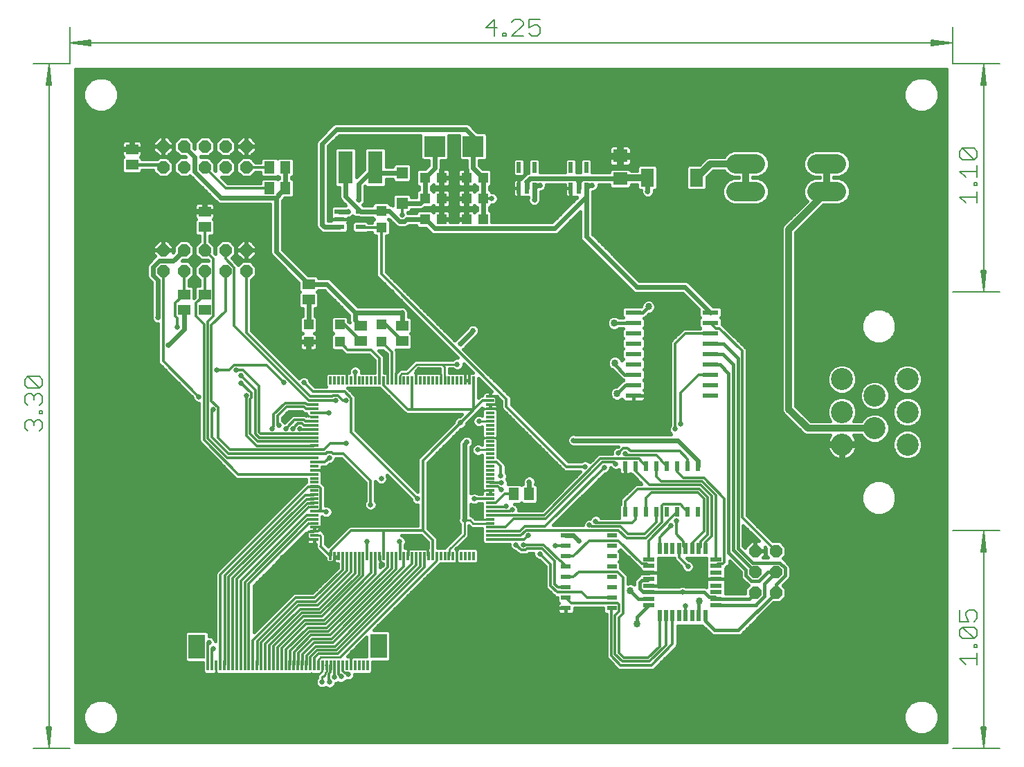
<source format=gtl>
G75*
%MOIN*%
%OFA0B0*%
%FSLAX25Y25*%
%IPPOS*%
%LPD*%
%AMOC8*
5,1,8,0,0,1.08239X$1,22.5*
%
%ADD10C,0.00512*%
%ADD11C,0.00700*%
%ADD12OC8,0.06000*%
%ADD13R,0.04724X0.04724*%
%ADD14R,0.05906X0.05118*%
%ADD15R,0.07800X0.02200*%
%ADD16R,0.05800X0.02000*%
%ADD17R,0.02000X0.05800*%
%ADD18R,0.02362X0.04724*%
%ADD19R,0.04724X0.02362*%
%ADD20R,0.01181X0.04921*%
%ADD21R,0.07874X0.11811*%
%ADD22C,0.10630*%
%ADD23R,0.03937X0.01181*%
%ADD24R,0.01181X0.03937*%
%ADD25R,0.05118X0.05906*%
%ADD26R,0.07087X0.06299*%
%ADD27R,0.06299X0.08661*%
%ADD28C,0.09449*%
%ADD29R,0.02200X0.05200*%
%ADD30R,0.04724X0.02165*%
%ADD31R,0.04724X0.05118*%
%ADD32R,0.07087X0.15748*%
%ADD33R,0.05512X0.05512*%
%ADD34R,0.05118X0.04724*%
%ADD35R,0.10000X0.10000*%
%ADD36C,0.01600*%
%ADD37C,0.01200*%
%ADD38C,0.02578*%
%ADD39C,0.02400*%
%ADD40C,0.00600*%
%ADD41C,0.01000*%
%ADD42C,0.00800*%
%ADD43C,0.03365*%
%ADD44C,0.03200*%
D10*
X0008085Y0001800D02*
X0025762Y0001800D01*
X0015762Y0002056D02*
X0016785Y0012036D01*
X0017019Y0012036D02*
X0015762Y0002056D01*
X0014738Y0012036D01*
X0014505Y0012036D02*
X0017019Y0012036D01*
X0016274Y0012036D02*
X0015762Y0002056D01*
X0015250Y0012036D01*
X0014505Y0012036D02*
X0015762Y0002056D01*
X0015762Y0331544D01*
X0016785Y0321564D01*
X0017019Y0321564D02*
X0015762Y0331544D01*
X0014738Y0321564D01*
X0014505Y0321564D02*
X0017019Y0321564D01*
X0016274Y0321564D02*
X0015762Y0331544D01*
X0015250Y0321564D01*
X0014505Y0321564D02*
X0015762Y0331544D01*
X0008085Y0331800D02*
X0025762Y0331800D01*
X0025762Y0349477D01*
X0026018Y0341800D02*
X0035998Y0340776D01*
X0035998Y0340543D02*
X0026018Y0341800D01*
X0035998Y0342824D01*
X0035998Y0343057D02*
X0035998Y0340543D01*
X0035998Y0341288D02*
X0026018Y0341800D01*
X0035998Y0342312D01*
X0035998Y0343057D02*
X0026018Y0341800D01*
X0450506Y0341800D01*
X0440526Y0340776D01*
X0440526Y0340543D02*
X0450506Y0341800D01*
X0440526Y0342824D01*
X0440526Y0343057D02*
X0440526Y0340543D01*
X0440526Y0341288D02*
X0450506Y0341800D01*
X0440526Y0342312D01*
X0440526Y0343057D02*
X0450506Y0341800D01*
X0450762Y0349477D02*
X0450762Y0331800D01*
X0473439Y0331800D01*
X0465762Y0331544D02*
X0466785Y0321564D01*
X0467019Y0321564D02*
X0465762Y0331544D01*
X0464738Y0321564D01*
X0464505Y0321564D02*
X0467019Y0321564D01*
X0466274Y0321564D02*
X0465762Y0331544D01*
X0465250Y0321564D01*
X0464505Y0321564D02*
X0465762Y0331544D01*
X0465762Y0222056D01*
X0466785Y0232036D01*
X0467019Y0232036D02*
X0465762Y0222056D01*
X0464738Y0232036D01*
X0464505Y0232036D02*
X0467019Y0232036D01*
X0466274Y0232036D02*
X0465762Y0222056D01*
X0465250Y0232036D01*
X0464505Y0232036D02*
X0465762Y0222056D01*
X0473439Y0221800D02*
X0450762Y0221800D01*
X0450762Y0106800D02*
X0473439Y0106800D01*
X0465762Y0106544D02*
X0466785Y0096564D01*
X0467019Y0096564D02*
X0465762Y0106544D01*
X0464738Y0096564D01*
X0464505Y0096564D02*
X0467019Y0096564D01*
X0466274Y0096564D02*
X0465762Y0106544D01*
X0465250Y0096564D01*
X0464505Y0096564D02*
X0465762Y0106544D01*
X0465762Y0002056D01*
X0466785Y0012036D01*
X0467019Y0012036D02*
X0465762Y0002056D01*
X0464738Y0012036D01*
X0464505Y0012036D02*
X0467019Y0012036D01*
X0466274Y0012036D02*
X0465762Y0002056D01*
X0465250Y0012036D01*
X0464505Y0012036D02*
X0465762Y0002056D01*
X0473439Y0001800D02*
X0450762Y0001800D01*
D11*
X0457112Y0042157D02*
X0454343Y0044926D01*
X0462650Y0044926D01*
X0462650Y0042157D02*
X0462650Y0047695D01*
X0462650Y0050444D02*
X0462650Y0051829D01*
X0461265Y0051829D01*
X0461265Y0050444D01*
X0462650Y0050444D01*
X0461265Y0054588D02*
X0455727Y0054588D01*
X0454343Y0055972D01*
X0454343Y0058741D01*
X0455727Y0060126D01*
X0461265Y0054588D01*
X0462650Y0055972D01*
X0462650Y0058741D01*
X0461265Y0060126D01*
X0455727Y0060126D01*
X0454343Y0062875D02*
X0458496Y0062875D01*
X0457112Y0065644D01*
X0457112Y0067029D01*
X0458496Y0068413D01*
X0461265Y0068413D01*
X0462650Y0067029D01*
X0462650Y0064260D01*
X0461265Y0062875D01*
X0454343Y0062875D02*
X0454343Y0068413D01*
X0457112Y0264657D02*
X0454343Y0267426D01*
X0462650Y0267426D01*
X0462650Y0264657D02*
X0462650Y0270195D01*
X0462650Y0272944D02*
X0462650Y0274329D01*
X0461265Y0274329D01*
X0461265Y0272944D01*
X0462650Y0272944D01*
X0462650Y0277088D02*
X0462650Y0282626D01*
X0462650Y0279857D02*
X0454343Y0279857D01*
X0457112Y0277088D01*
X0455727Y0285375D02*
X0454343Y0286760D01*
X0454343Y0289529D01*
X0455727Y0290913D01*
X0461265Y0285375D01*
X0462650Y0286760D01*
X0462650Y0289529D01*
X0461265Y0290913D01*
X0455727Y0290913D01*
X0455727Y0285375D02*
X0461265Y0285375D01*
X0252375Y0346296D02*
X0250990Y0344912D01*
X0248221Y0344912D01*
X0246837Y0346296D01*
X0246837Y0349065D02*
X0249606Y0350450D01*
X0250990Y0350450D01*
X0252375Y0349065D01*
X0252375Y0346296D01*
X0246837Y0349065D02*
X0246837Y0353219D01*
X0252375Y0353219D01*
X0244088Y0351834D02*
X0242703Y0353219D01*
X0239934Y0353219D01*
X0238550Y0351834D01*
X0244088Y0351834D02*
X0244088Y0350450D01*
X0238550Y0344912D01*
X0244088Y0344912D01*
X0235791Y0344912D02*
X0234406Y0344912D01*
X0234406Y0346296D01*
X0235791Y0346296D01*
X0235791Y0344912D01*
X0230273Y0344912D02*
X0230273Y0353219D01*
X0226119Y0349065D01*
X0231657Y0349065D01*
X0012650Y0179529D02*
X0012650Y0176760D01*
X0011265Y0175375D01*
X0005727Y0180913D01*
X0011265Y0180913D01*
X0012650Y0179529D01*
X0011265Y0175375D02*
X0005727Y0175375D01*
X0004343Y0176760D01*
X0004343Y0179529D01*
X0005727Y0180913D01*
X0005727Y0172626D02*
X0007112Y0172626D01*
X0008496Y0171241D01*
X0009881Y0172626D01*
X0011265Y0172626D01*
X0012650Y0171241D01*
X0012650Y0168472D01*
X0011265Y0167088D01*
X0011265Y0164329D02*
X0012650Y0164329D01*
X0012650Y0162944D01*
X0011265Y0162944D01*
X0011265Y0164329D01*
X0011265Y0160195D02*
X0012650Y0158811D01*
X0012650Y0156042D01*
X0011265Y0154657D01*
X0008496Y0157426D02*
X0008496Y0158811D01*
X0009881Y0160195D01*
X0011265Y0160195D01*
X0008496Y0158811D02*
X0007112Y0160195D01*
X0005727Y0160195D01*
X0004343Y0158811D01*
X0004343Y0156042D01*
X0005727Y0154657D01*
X0005727Y0167088D02*
X0004343Y0168472D01*
X0004343Y0171241D01*
X0005727Y0172626D01*
X0008496Y0171241D02*
X0008496Y0169857D01*
D12*
X0070762Y0231800D03*
X0080762Y0231800D03*
X0090762Y0231800D03*
X0100762Y0231800D03*
X0110762Y0231800D03*
X0110762Y0241800D03*
X0100762Y0241800D03*
X0090762Y0241800D03*
X0080762Y0241800D03*
X0070762Y0241800D03*
X0070762Y0281800D03*
X0080762Y0281800D03*
X0090762Y0281800D03*
X0100762Y0281800D03*
X0110762Y0281800D03*
X0110762Y0291800D03*
X0100762Y0291800D03*
X0090762Y0291800D03*
X0080762Y0291800D03*
X0070762Y0291800D03*
X0355762Y0096800D03*
X0365762Y0096800D03*
X0365762Y0086800D03*
X0365762Y0076800D03*
X0355762Y0076800D03*
X0355762Y0086800D03*
D13*
X0175762Y0197666D03*
X0175762Y0205934D03*
X0155762Y0205934D03*
X0155762Y0197666D03*
X0140762Y0197666D03*
X0140762Y0205934D03*
D14*
X0140762Y0218060D03*
X0140762Y0225540D03*
X0165762Y0205540D03*
X0165762Y0198060D03*
X0185762Y0198060D03*
X0185762Y0205540D03*
X0090762Y0213060D03*
X0090762Y0220540D03*
X0080762Y0220540D03*
X0080762Y0213060D03*
X0090762Y0253060D03*
X0090762Y0260540D03*
X0055762Y0283060D03*
X0055762Y0290540D03*
D15*
X0297262Y0211800D03*
X0297262Y0206800D03*
X0297262Y0201800D03*
X0297262Y0196800D03*
X0297262Y0191800D03*
X0297262Y0186800D03*
X0297262Y0181800D03*
X0297262Y0176800D03*
X0297262Y0171800D03*
X0334262Y0171800D03*
X0334262Y0176800D03*
X0334262Y0181800D03*
X0334262Y0186800D03*
X0334262Y0191800D03*
X0334262Y0196800D03*
X0334262Y0201800D03*
X0334262Y0206800D03*
X0334262Y0211800D03*
D16*
X0336962Y0092800D03*
X0336962Y0089700D03*
X0336962Y0086500D03*
X0336962Y0083400D03*
X0336962Y0080200D03*
X0336962Y0077100D03*
X0336962Y0073900D03*
X0336962Y0070800D03*
X0304562Y0070800D03*
X0304562Y0073900D03*
X0304562Y0077100D03*
X0304562Y0080200D03*
X0304562Y0083400D03*
X0304562Y0086500D03*
X0304562Y0089700D03*
X0304562Y0092800D03*
D17*
X0309762Y0098000D03*
X0312862Y0098000D03*
X0316062Y0098000D03*
X0319162Y0098000D03*
X0322362Y0098000D03*
X0325462Y0098000D03*
X0328662Y0098000D03*
X0331762Y0098000D03*
X0331762Y0065600D03*
X0328662Y0065600D03*
X0325462Y0065600D03*
X0322362Y0065600D03*
X0319162Y0065600D03*
X0316062Y0065600D03*
X0312862Y0065600D03*
X0309762Y0065600D03*
D18*
X0308262Y0115776D03*
X0313262Y0115776D03*
X0318262Y0115776D03*
X0323262Y0115776D03*
X0328262Y0115776D03*
X0328262Y0137824D03*
X0323262Y0137824D03*
X0318262Y0137824D03*
X0313262Y0137824D03*
X0308262Y0137824D03*
X0303262Y0137824D03*
X0298262Y0137824D03*
X0293262Y0137824D03*
X0293262Y0115776D03*
X0298262Y0115776D03*
X0303262Y0115776D03*
D19*
X0286785Y0104300D03*
X0286785Y0099300D03*
X0286785Y0094300D03*
X0286785Y0089300D03*
X0286785Y0084300D03*
X0286785Y0079300D03*
X0286785Y0074300D03*
X0286785Y0069300D03*
X0264738Y0069300D03*
X0264738Y0074300D03*
X0264738Y0079300D03*
X0264738Y0084300D03*
X0264738Y0089300D03*
X0264738Y0094300D03*
X0264738Y0099300D03*
X0264738Y0104300D03*
D20*
X0169148Y0041800D03*
X0167179Y0041800D03*
X0165211Y0041800D03*
X0163242Y0041800D03*
X0161274Y0041800D03*
X0159305Y0041800D03*
X0157337Y0041800D03*
X0155368Y0041800D03*
X0153400Y0041800D03*
X0151431Y0041800D03*
X0149463Y0041800D03*
X0147494Y0041800D03*
X0145526Y0041800D03*
X0143557Y0041800D03*
X0141589Y0041800D03*
X0139620Y0041800D03*
X0137652Y0041800D03*
X0135683Y0041800D03*
X0133715Y0041800D03*
X0131746Y0041800D03*
X0129778Y0041800D03*
X0127809Y0041800D03*
X0125841Y0041800D03*
X0123872Y0041800D03*
X0121904Y0041800D03*
X0119935Y0041800D03*
X0117967Y0041800D03*
X0115998Y0041800D03*
X0114030Y0041800D03*
X0112061Y0041800D03*
X0110093Y0041800D03*
X0108124Y0041800D03*
X0106156Y0041800D03*
X0104187Y0041800D03*
X0102219Y0041800D03*
X0100250Y0041800D03*
X0098281Y0041800D03*
X0096313Y0041800D03*
X0094344Y0041800D03*
X0092376Y0041800D03*
D21*
X0087061Y0050855D03*
X0174463Y0051052D03*
D22*
X0397612Y0148139D03*
X0397612Y0163887D03*
X0413360Y0171761D03*
X0429108Y0179635D03*
X0429108Y0163887D03*
X0413360Y0156013D03*
X0429108Y0148139D03*
X0397612Y0179635D03*
D23*
X0228085Y0171249D03*
X0228085Y0169280D03*
X0228085Y0167312D03*
X0228085Y0165343D03*
X0228085Y0163375D03*
X0228085Y0161406D03*
X0228085Y0159438D03*
X0228085Y0157469D03*
X0228085Y0155501D03*
X0228085Y0153532D03*
X0228085Y0151564D03*
X0228085Y0149595D03*
X0228085Y0147627D03*
X0228085Y0145658D03*
X0228085Y0143690D03*
X0228085Y0141721D03*
X0228085Y0139753D03*
X0228085Y0137784D03*
X0228085Y0135816D03*
X0228085Y0133847D03*
X0228085Y0131879D03*
X0228085Y0129910D03*
X0228085Y0127942D03*
X0228085Y0125973D03*
X0228085Y0124005D03*
X0228085Y0122036D03*
X0228085Y0120068D03*
X0228085Y0118099D03*
X0228085Y0116131D03*
X0228085Y0114162D03*
X0228085Y0112194D03*
X0228085Y0110225D03*
X0228085Y0108257D03*
X0228085Y0106288D03*
X0228085Y0104320D03*
X0228085Y0102351D03*
X0143439Y0102351D03*
X0143439Y0104320D03*
X0143439Y0106288D03*
X0143439Y0108257D03*
X0143439Y0110225D03*
X0143439Y0112194D03*
X0143439Y0114162D03*
X0143439Y0116131D03*
X0143439Y0118099D03*
X0143439Y0120068D03*
X0143439Y0122036D03*
X0143439Y0124005D03*
X0143439Y0125973D03*
X0143439Y0127942D03*
X0143439Y0129910D03*
X0143439Y0131879D03*
X0143439Y0133847D03*
X0143439Y0135816D03*
X0143439Y0137784D03*
X0143439Y0139753D03*
X0143439Y0141721D03*
X0143439Y0143690D03*
X0143439Y0145658D03*
X0143439Y0147627D03*
X0143439Y0149595D03*
X0143439Y0151564D03*
X0143439Y0153532D03*
X0143439Y0155501D03*
X0143439Y0157469D03*
X0143439Y0159438D03*
X0143439Y0161406D03*
X0143439Y0163375D03*
X0143439Y0165343D03*
X0143439Y0167312D03*
X0143439Y0169280D03*
X0143439Y0171249D03*
D24*
X0151313Y0179123D03*
X0153281Y0179123D03*
X0155250Y0179123D03*
X0157219Y0179123D03*
X0159187Y0179123D03*
X0161156Y0179123D03*
X0163124Y0179123D03*
X0165093Y0179123D03*
X0167061Y0179123D03*
X0169030Y0179123D03*
X0170998Y0179123D03*
X0172967Y0179123D03*
X0174935Y0179123D03*
X0176904Y0179123D03*
X0178872Y0179123D03*
X0180841Y0179123D03*
X0182809Y0179123D03*
X0184778Y0179123D03*
X0186746Y0179123D03*
X0188715Y0179123D03*
X0190683Y0179123D03*
X0192652Y0179123D03*
X0194620Y0179123D03*
X0196589Y0179123D03*
X0198557Y0179123D03*
X0200526Y0179123D03*
X0202494Y0179123D03*
X0204463Y0179123D03*
X0206431Y0179123D03*
X0208400Y0179123D03*
X0210368Y0179123D03*
X0212337Y0179123D03*
X0214305Y0179123D03*
X0216274Y0179123D03*
X0218242Y0179123D03*
X0220211Y0179123D03*
X0220211Y0094477D03*
X0218242Y0094477D03*
X0216274Y0094477D03*
X0214305Y0094477D03*
X0212337Y0094477D03*
X0210368Y0094477D03*
X0208400Y0094477D03*
X0206431Y0094477D03*
X0204463Y0094477D03*
X0202494Y0094477D03*
X0200526Y0094477D03*
X0198557Y0094477D03*
X0196589Y0094477D03*
X0194620Y0094477D03*
X0192652Y0094477D03*
X0190683Y0094477D03*
X0188715Y0094477D03*
X0186746Y0094477D03*
X0184778Y0094477D03*
X0182809Y0094477D03*
X0180841Y0094477D03*
X0178872Y0094477D03*
X0176904Y0094477D03*
X0174935Y0094477D03*
X0172967Y0094477D03*
X0170998Y0094477D03*
X0169030Y0094477D03*
X0167061Y0094477D03*
X0165093Y0094477D03*
X0163124Y0094477D03*
X0161156Y0094477D03*
X0159187Y0094477D03*
X0157219Y0094477D03*
X0155250Y0094477D03*
X0153281Y0094477D03*
X0151313Y0094477D03*
D25*
X0239522Y0124300D03*
X0247002Y0124300D03*
X0129502Y0271800D03*
X0122022Y0271800D03*
X0122022Y0281800D03*
X0129502Y0281800D03*
D26*
X0290762Y0276288D03*
X0290762Y0287312D03*
D27*
X0303951Y0276800D03*
X0327573Y0276800D03*
D28*
X0346510Y0270107D02*
X0355959Y0270107D01*
X0355959Y0283493D02*
X0346510Y0283493D01*
X0385565Y0283493D02*
X0395014Y0283493D01*
X0395014Y0270107D02*
X0385565Y0270107D01*
D29*
X0274462Y0271800D03*
X0270762Y0271800D03*
X0267062Y0271800D03*
X0267062Y0281800D03*
X0274462Y0281800D03*
X0249462Y0281800D03*
X0242062Y0281800D03*
X0242062Y0271800D03*
X0245762Y0271800D03*
X0249462Y0271800D03*
D30*
X0165880Y0260540D03*
X0165880Y0253060D03*
X0155643Y0253060D03*
X0155643Y0256800D03*
X0155643Y0260540D03*
D31*
X0196762Y0256800D03*
X0204762Y0256800D03*
X0216762Y0256800D03*
X0224762Y0256800D03*
X0224762Y0266800D03*
X0216762Y0266800D03*
X0204762Y0266800D03*
X0196762Y0266800D03*
X0196762Y0276800D03*
X0204762Y0276800D03*
X0216762Y0276800D03*
X0224762Y0276800D03*
D32*
X0172848Y0281800D03*
X0158675Y0281800D03*
D33*
X0185762Y0279083D03*
X0185762Y0264517D03*
D34*
X0175762Y0260800D03*
X0175762Y0252800D03*
D35*
X0201512Y0291800D03*
X0220012Y0291800D03*
D36*
X0226812Y0291131D02*
X0285534Y0291131D01*
X0285541Y0291156D02*
X0285419Y0290698D01*
X0285418Y0288087D01*
X0289987Y0288087D01*
X0289987Y0292261D01*
X0286982Y0292261D01*
X0286524Y0292139D01*
X0286113Y0291902D01*
X0285778Y0291567D01*
X0285541Y0291156D01*
X0285419Y0289532D02*
X0226812Y0289532D01*
X0226812Y0287934D02*
X0289987Y0287934D01*
X0289987Y0288087D02*
X0289987Y0286537D01*
X0291537Y0286537D01*
X0291537Y0288087D01*
X0289987Y0288087D01*
X0289987Y0289532D02*
X0291537Y0289532D01*
X0291537Y0288087D02*
X0291537Y0292261D01*
X0294542Y0292261D01*
X0295000Y0292139D01*
X0295410Y0291902D01*
X0295745Y0291567D01*
X0295982Y0291156D01*
X0296105Y0290698D01*
X0296105Y0288087D01*
X0291537Y0288087D01*
X0291537Y0287934D02*
X0341724Y0287934D01*
X0340979Y0287189D02*
X0340856Y0286893D01*
X0333589Y0286893D01*
X0332340Y0286375D01*
X0331383Y0285419D01*
X0328895Y0282931D01*
X0323678Y0282931D01*
X0322623Y0281876D01*
X0322623Y0271724D01*
X0323678Y0270669D01*
X0331468Y0270669D01*
X0332522Y0271724D01*
X0332522Y0276941D01*
X0335674Y0280093D01*
X0340856Y0280093D01*
X0340979Y0279797D01*
X0342814Y0277962D01*
X0345212Y0276969D01*
X0347834Y0276969D01*
X0347834Y0276631D01*
X0345212Y0276631D01*
X0342814Y0275638D01*
X0340979Y0273803D01*
X0339985Y0271405D01*
X0339985Y0268809D01*
X0340979Y0266411D01*
X0342814Y0264576D01*
X0345212Y0263583D01*
X0357256Y0263583D01*
X0359654Y0264576D01*
X0361490Y0266411D01*
X0362483Y0268809D01*
X0362483Y0271405D01*
X0361490Y0273803D01*
X0359654Y0275638D01*
X0357256Y0276631D01*
X0354634Y0276631D01*
X0354634Y0276969D01*
X0357256Y0276969D01*
X0359654Y0277962D01*
X0361490Y0279797D01*
X0362483Y0282195D01*
X0362483Y0284791D01*
X0361490Y0287189D01*
X0359654Y0289024D01*
X0357256Y0290017D01*
X0345212Y0290017D01*
X0342814Y0289024D01*
X0340979Y0287189D01*
X0344041Y0289532D02*
X0296105Y0289532D01*
X0295989Y0291131D02*
X0447962Y0291131D01*
X0447962Y0292729D02*
X0226812Y0292729D01*
X0226812Y0294328D02*
X0447962Y0294328D01*
X0447962Y0295926D02*
X0226812Y0295926D01*
X0226812Y0297525D02*
X0447962Y0297525D01*
X0447962Y0299123D02*
X0221781Y0299123D01*
X0221711Y0299193D02*
X0218161Y0302743D01*
X0217059Y0303200D01*
X0153765Y0303200D01*
X0152662Y0302743D01*
X0144819Y0294899D01*
X0144362Y0293797D01*
X0144362Y0253603D01*
X0144819Y0252501D01*
X0145662Y0251657D01*
X0146803Y0250517D01*
X0147905Y0250060D01*
X0156240Y0250060D01*
X0156523Y0250177D01*
X0158751Y0250177D01*
X0159805Y0251232D01*
X0159805Y0254888D01*
X0159679Y0255015D01*
X0159683Y0255023D01*
X0159805Y0255480D01*
X0159805Y0256800D01*
X0159805Y0257411D01*
X0160376Y0257411D01*
X0161512Y0257881D01*
X0162030Y0258400D01*
X0162773Y0257657D01*
X0165000Y0257657D01*
X0165284Y0257540D01*
X0171555Y0257540D01*
X0172295Y0256800D01*
X0171403Y0255908D01*
X0171403Y0255200D01*
X0169731Y0255200D01*
X0168988Y0255943D01*
X0162773Y0255943D01*
X0161718Y0254888D01*
X0161718Y0251232D01*
X0162773Y0250177D01*
X0168988Y0250177D01*
X0169211Y0250400D01*
X0171403Y0250400D01*
X0171403Y0249692D01*
X0172457Y0248638D01*
X0173362Y0248638D01*
X0173362Y0229843D01*
X0173727Y0228960D01*
X0212699Y0189989D01*
X0211747Y0189989D01*
X0210612Y0189519D01*
X0210293Y0189200D01*
X0204035Y0189200D01*
X0204024Y0189189D01*
X0191920Y0189189D01*
X0190572Y0187842D01*
X0187431Y0184700D01*
X0184709Y0184700D01*
X0183825Y0183816D01*
X0183241Y0183231D01*
X0183241Y0193065D01*
X0182977Y0193701D01*
X0189460Y0193701D01*
X0190515Y0194755D01*
X0190515Y0201364D01*
X0190079Y0201800D01*
X0190515Y0202236D01*
X0190515Y0208845D01*
X0189460Y0209899D01*
X0188762Y0209899D01*
X0188762Y0210971D01*
X0188851Y0211186D01*
X0188851Y0212414D01*
X0188381Y0213550D01*
X0187512Y0214419D01*
X0186376Y0214889D01*
X0185147Y0214889D01*
X0184933Y0214800D01*
X0164504Y0214800D01*
X0151221Y0228083D01*
X0150118Y0228540D01*
X0145515Y0228540D01*
X0145515Y0228845D01*
X0144460Y0229899D01*
X0140645Y0229899D01*
X0128326Y0242218D01*
X0128326Y0265805D01*
X0128924Y0266402D01*
X0129191Y0267047D01*
X0132807Y0267047D01*
X0133861Y0268102D01*
X0133861Y0275498D01*
X0132807Y0276553D01*
X0132502Y0276553D01*
X0132502Y0277047D01*
X0132807Y0277047D01*
X0133861Y0278102D01*
X0133861Y0285498D01*
X0132807Y0286553D01*
X0126197Y0286553D01*
X0125762Y0286117D01*
X0125326Y0286553D01*
X0118717Y0286553D01*
X0117663Y0285498D01*
X0117663Y0284200D01*
X0115150Y0284200D01*
X0112750Y0286600D01*
X0108774Y0286600D01*
X0105962Y0283788D01*
X0105962Y0279812D01*
X0108774Y0277000D01*
X0112750Y0277000D01*
X0115150Y0279400D01*
X0117663Y0279400D01*
X0117663Y0278102D01*
X0118717Y0277047D01*
X0125326Y0277047D01*
X0125762Y0277483D01*
X0126197Y0277047D01*
X0126502Y0277047D01*
X0126502Y0276553D01*
X0126197Y0276553D01*
X0125762Y0276117D01*
X0125326Y0276553D01*
X0118717Y0276553D01*
X0117663Y0275498D01*
X0117663Y0274200D01*
X0101756Y0274200D01*
X0098956Y0277000D01*
X0102750Y0277000D01*
X0105562Y0279812D01*
X0105562Y0283788D01*
X0102750Y0286600D01*
X0098774Y0286600D01*
X0095962Y0283788D01*
X0095962Y0279994D01*
X0095562Y0280394D01*
X0095562Y0283788D01*
X0092750Y0286600D01*
X0088962Y0286600D01*
X0088962Y0287000D01*
X0092750Y0287000D01*
X0095562Y0289812D01*
X0095562Y0293788D01*
X0092750Y0296600D01*
X0088774Y0296600D01*
X0085962Y0293788D01*
X0085962Y0290843D01*
X0085562Y0291243D01*
X0085562Y0293788D01*
X0082750Y0296600D01*
X0078774Y0296600D01*
X0075962Y0293788D01*
X0075962Y0289812D01*
X0078774Y0287000D01*
X0081319Y0287000D01*
X0081719Y0286600D01*
X0078774Y0286600D01*
X0075962Y0283788D01*
X0075962Y0279812D01*
X0078774Y0277000D01*
X0082750Y0277000D01*
X0083640Y0277890D01*
X0096019Y0265512D01*
X0096108Y0265297D01*
X0096977Y0264429D01*
X0098112Y0263958D01*
X0099341Y0263958D01*
X0099556Y0264047D01*
X0122326Y0264047D01*
X0122326Y0240379D01*
X0122783Y0239276D01*
X0136009Y0226050D01*
X0136009Y0222236D01*
X0136445Y0221800D01*
X0136009Y0221364D01*
X0136009Y0214755D01*
X0137063Y0213701D01*
X0137762Y0213701D01*
X0137762Y0210096D01*
X0137654Y0210096D01*
X0136600Y0209042D01*
X0136600Y0202826D01*
X0137654Y0201772D01*
X0137951Y0201772D01*
X0137705Y0201706D01*
X0137294Y0201469D01*
X0136959Y0201134D01*
X0136722Y0200723D01*
X0136600Y0200265D01*
X0136600Y0198047D01*
X0140381Y0198047D01*
X0140381Y0197285D01*
X0141143Y0197285D01*
X0141143Y0198047D01*
X0144924Y0198047D01*
X0144924Y0200265D01*
X0144801Y0200723D01*
X0144564Y0201134D01*
X0144229Y0201469D01*
X0143819Y0201706D01*
X0143573Y0201772D01*
X0143870Y0201772D01*
X0144924Y0202826D01*
X0144924Y0209042D01*
X0143870Y0210096D01*
X0143762Y0210096D01*
X0143762Y0213701D01*
X0144460Y0213701D01*
X0145515Y0214755D01*
X0145515Y0221364D01*
X0145079Y0221800D01*
X0145515Y0222236D01*
X0145515Y0222540D01*
X0148279Y0222540D01*
X0160262Y0210557D01*
X0160262Y0207443D01*
X0160416Y0207071D01*
X0159924Y0207563D01*
X0159924Y0209042D01*
X0158870Y0210096D01*
X0152654Y0210096D01*
X0151600Y0209042D01*
X0151600Y0202826D01*
X0152626Y0201800D01*
X0151600Y0200774D01*
X0151600Y0194558D01*
X0152654Y0193504D01*
X0156530Y0193504D01*
X0157693Y0192341D01*
X0158368Y0191665D01*
X0159251Y0191300D01*
X0170068Y0191300D01*
X0172562Y0188806D01*
X0172562Y0182891D01*
X0166351Y0182891D01*
X0166351Y0183783D01*
X0165881Y0184918D01*
X0165012Y0185787D01*
X0163876Y0186257D01*
X0162647Y0186257D01*
X0161512Y0185787D01*
X0160643Y0184918D01*
X0160173Y0183783D01*
X0160173Y0182891D01*
X0159187Y0182891D01*
X0149977Y0182891D01*
X0148922Y0181837D01*
X0148922Y0176409D01*
X0149342Y0175989D01*
X0143902Y0175989D01*
X0141568Y0178323D01*
X0141568Y0178632D01*
X0141098Y0179767D01*
X0140229Y0180636D01*
X0139094Y0181107D01*
X0137865Y0181107D01*
X0136730Y0180636D01*
X0136232Y0180139D01*
X0113162Y0203210D01*
X0113162Y0227412D01*
X0115562Y0229812D01*
X0115562Y0233788D01*
X0112750Y0236600D01*
X0108774Y0236600D01*
X0107019Y0234845D01*
X0106996Y0234899D01*
X0106321Y0235574D01*
X0103823Y0238073D01*
X0105562Y0239812D01*
X0105562Y0243788D01*
X0102750Y0246600D01*
X0098774Y0246600D01*
X0095962Y0243788D01*
X0095962Y0239994D01*
X0095562Y0240394D01*
X0095562Y0243788D01*
X0093162Y0246188D01*
X0093162Y0248701D01*
X0094460Y0248701D01*
X0095515Y0249755D01*
X0095515Y0256364D01*
X0095079Y0256800D01*
X0095155Y0256876D01*
X0095392Y0257286D01*
X0095515Y0257744D01*
X0095515Y0260061D01*
X0091241Y0260061D01*
X0091241Y0261020D01*
X0090282Y0261020D01*
X0090282Y0264899D01*
X0087572Y0264899D01*
X0087114Y0264777D01*
X0086704Y0264540D01*
X0086369Y0264204D01*
X0086132Y0263794D01*
X0086009Y0263336D01*
X0086009Y0261020D01*
X0090282Y0261020D01*
X0090282Y0260061D01*
X0086009Y0260061D01*
X0086009Y0257744D01*
X0086132Y0257286D01*
X0086369Y0256876D01*
X0086445Y0256800D01*
X0086009Y0256364D01*
X0086009Y0249755D01*
X0087063Y0248701D01*
X0088362Y0248701D01*
X0088362Y0246188D01*
X0085962Y0243788D01*
X0085962Y0239812D01*
X0088774Y0237000D01*
X0092168Y0237000D01*
X0092562Y0236606D01*
X0092562Y0236600D01*
X0088774Y0236600D01*
X0085962Y0233788D01*
X0085962Y0229812D01*
X0088362Y0227412D01*
X0088362Y0224899D01*
X0087063Y0224899D01*
X0086009Y0223845D01*
X0086009Y0219182D01*
X0085515Y0218687D01*
X0085515Y0223845D01*
X0084460Y0224899D01*
X0083162Y0224899D01*
X0083162Y0227412D01*
X0085562Y0229812D01*
X0085562Y0233788D01*
X0082750Y0236600D01*
X0079804Y0236600D01*
X0080204Y0237000D01*
X0082750Y0237000D01*
X0085562Y0239812D01*
X0085562Y0243788D01*
X0082750Y0246600D01*
X0078774Y0246600D01*
X0075962Y0243788D01*
X0075962Y0241243D01*
X0075562Y0240843D01*
X0075562Y0241600D01*
X0070962Y0241600D01*
X0070962Y0242000D01*
X0075562Y0242000D01*
X0075562Y0243788D01*
X0072750Y0246600D01*
X0070962Y0246600D01*
X0070962Y0242000D01*
X0070562Y0242000D01*
X0070562Y0246600D01*
X0068774Y0246600D01*
X0065962Y0243788D01*
X0065962Y0242000D01*
X0070562Y0242000D01*
X0070562Y0241600D01*
X0065962Y0241600D01*
X0065962Y0239812D01*
X0066852Y0238921D01*
X0066230Y0238299D01*
X0063419Y0235488D01*
X0062962Y0234385D01*
X0062962Y0229215D01*
X0063419Y0228112D01*
X0064262Y0227268D01*
X0065273Y0226258D01*
X0065273Y0210329D01*
X0065184Y0210114D01*
X0065184Y0208886D01*
X0065654Y0207750D01*
X0066523Y0206881D01*
X0067658Y0206411D01*
X0068362Y0206411D01*
X0068362Y0187934D01*
X0068727Y0187052D01*
X0069402Y0186376D01*
X0084884Y0170895D01*
X0084884Y0170586D01*
X0085354Y0169450D01*
X0086223Y0168581D01*
X0087358Y0168111D01*
X0088062Y0168111D01*
X0088062Y0149923D01*
X0088427Y0149041D01*
X0089102Y0148365D01*
X0105655Y0131813D01*
X0106537Y0131447D01*
X0139670Y0131447D01*
X0139670Y0129963D01*
X0139274Y0129798D01*
X0138599Y0129123D01*
X0096247Y0086771D01*
X0095881Y0085889D01*
X0095881Y0053542D01*
X0095506Y0054450D01*
X0094637Y0055319D01*
X0093501Y0055789D01*
X0092798Y0055789D01*
X0092798Y0057506D01*
X0091744Y0058561D01*
X0082378Y0058561D01*
X0081324Y0057506D01*
X0081324Y0044204D01*
X0082378Y0043150D01*
X0089976Y0043150D01*
X0089976Y0041323D01*
X0089985Y0041300D01*
X0089985Y0038594D01*
X0091040Y0037539D01*
X0096313Y0037539D01*
X0145249Y0037539D01*
X0144962Y0037253D01*
X0144962Y0035804D01*
X0144654Y0035497D01*
X0144184Y0034361D01*
X0144184Y0033133D01*
X0144654Y0031997D01*
X0145523Y0031128D01*
X0146658Y0030658D01*
X0147887Y0030658D01*
X0149023Y0031128D01*
X0149033Y0031139D01*
X0149151Y0031020D01*
X0150286Y0030550D01*
X0151515Y0030550D01*
X0152651Y0031020D01*
X0153520Y0031889D01*
X0153990Y0033025D01*
X0153990Y0033092D01*
X0154956Y0033492D01*
X0155020Y0033557D01*
X0155969Y0033164D01*
X0157198Y0033164D01*
X0158334Y0033634D01*
X0159145Y0034445D01*
X0159347Y0034361D01*
X0160576Y0034361D01*
X0161712Y0034832D01*
X0162581Y0035701D01*
X0163051Y0036836D01*
X0163051Y0037539D01*
X0170484Y0037539D01*
X0171538Y0038594D01*
X0171538Y0043346D01*
X0179145Y0043346D01*
X0180200Y0044401D01*
X0180200Y0057703D01*
X0179145Y0058757D01*
X0172173Y0058757D01*
X0204124Y0090709D01*
X0211509Y0090709D01*
X0212337Y0090709D01*
X0221547Y0090709D01*
X0222601Y0091763D01*
X0222601Y0097191D01*
X0221547Y0098246D01*
X0212582Y0098246D01*
X0216714Y0102379D01*
X0216714Y0102379D01*
X0218062Y0103726D01*
X0218062Y0108947D01*
X0219109Y0107900D01*
X0224316Y0107900D01*
X0224316Y0101015D01*
X0225371Y0099961D01*
X0227584Y0099961D01*
X0227607Y0099951D01*
X0237593Y0099951D01*
X0237593Y0099248D01*
X0238063Y0098112D01*
X0238932Y0097243D01*
X0240067Y0096773D01*
X0240377Y0096773D01*
X0241811Y0095339D01*
X0242693Y0094973D01*
X0245710Y0094973D01*
X0246592Y0095339D01*
X0246916Y0095662D01*
X0249042Y0095662D01*
X0249042Y0094959D01*
X0249512Y0093823D01*
X0250381Y0092955D01*
X0251516Y0092484D01*
X0251826Y0092484D01*
X0254962Y0089348D01*
X0254962Y0079677D01*
X0255327Y0078795D01*
X0259238Y0074884D01*
X0260120Y0074519D01*
X0260576Y0074519D01*
X0260576Y0072373D01*
X0261149Y0071800D01*
X0260936Y0071586D01*
X0260699Y0071176D01*
X0260576Y0070718D01*
X0260576Y0069300D01*
X0264738Y0069300D01*
X0264738Y0069300D01*
X0260576Y0069300D01*
X0260576Y0067882D01*
X0260699Y0067424D01*
X0260936Y0067014D01*
X0261271Y0066679D01*
X0261681Y0066442D01*
X0262139Y0066319D01*
X0264738Y0066319D01*
X0264738Y0069300D01*
X0264738Y0069300D01*
X0264738Y0066319D01*
X0267337Y0066319D01*
X0267795Y0066442D01*
X0268206Y0066679D01*
X0268541Y0067014D01*
X0268778Y0067424D01*
X0268900Y0067882D01*
X0268900Y0069281D01*
X0282623Y0069281D01*
X0282623Y0067373D01*
X0283678Y0066319D01*
X0284162Y0066319D01*
X0284162Y0045823D01*
X0284527Y0044941D01*
X0285202Y0044265D01*
X0289702Y0039765D01*
X0290584Y0039400D01*
X0306239Y0039400D01*
X0307121Y0039765D01*
X0307796Y0040441D01*
X0318096Y0050741D01*
X0318462Y0051623D01*
X0318462Y0060900D01*
X0330385Y0060900D01*
X0334789Y0056496D01*
X0335745Y0056100D01*
X0348179Y0056100D01*
X0349135Y0056496D01*
X0349866Y0057227D01*
X0364639Y0072000D01*
X0367750Y0072000D01*
X0370562Y0074812D01*
X0370562Y0078788D01*
X0369106Y0080244D01*
X0372366Y0083505D01*
X0372762Y0084460D01*
X0372762Y0089140D01*
X0372366Y0090095D01*
X0369789Y0092673D01*
X0369106Y0093356D01*
X0370562Y0094812D01*
X0370562Y0098788D01*
X0367750Y0101600D01*
X0364356Y0101600D01*
X0351862Y0114094D01*
X0351862Y0193774D01*
X0351496Y0194657D01*
X0350821Y0195332D01*
X0340018Y0206135D01*
X0339962Y0206158D01*
X0339962Y0208646D01*
X0339307Y0209300D01*
X0339962Y0209954D01*
X0339962Y0213646D01*
X0338907Y0214700D01*
X0335604Y0214700D01*
X0324605Y0225699D01*
X0323761Y0226543D01*
X0322659Y0227000D01*
X0300054Y0227000D01*
X0277462Y0249592D01*
X0277462Y0270110D01*
X0277976Y0270110D01*
X0279112Y0270580D01*
X0279981Y0271449D01*
X0280451Y0272585D01*
X0280451Y0273288D01*
X0285419Y0273288D01*
X0285419Y0272393D01*
X0286473Y0271339D01*
X0295051Y0271339D01*
X0296105Y0272393D01*
X0296105Y0273400D01*
X0299001Y0273400D01*
X0299001Y0271724D01*
X0300056Y0270669D01*
X0300996Y0270669D01*
X0300973Y0270614D01*
X0300973Y0269386D01*
X0301443Y0268250D01*
X0302312Y0267381D01*
X0303447Y0266911D01*
X0304676Y0266911D01*
X0305812Y0267381D01*
X0306681Y0268250D01*
X0307151Y0269386D01*
X0307151Y0270614D01*
X0307128Y0270669D01*
X0307846Y0270669D01*
X0308900Y0271724D01*
X0308900Y0281876D01*
X0307846Y0282931D01*
X0300056Y0282931D01*
X0299001Y0281876D01*
X0299001Y0280200D01*
X0296088Y0280200D01*
X0295051Y0281238D01*
X0286473Y0281238D01*
X0285419Y0280183D01*
X0285419Y0279288D01*
X0277362Y0279288D01*
X0277362Y0285146D01*
X0276307Y0286200D01*
X0272616Y0286200D01*
X0271562Y0285146D01*
X0271562Y0279288D01*
X0269962Y0279288D01*
X0269962Y0285146D01*
X0268907Y0286200D01*
X0265216Y0286200D01*
X0264162Y0285146D01*
X0264162Y0279288D01*
X0252362Y0279288D01*
X0252362Y0285146D01*
X0251307Y0286200D01*
X0247616Y0286200D01*
X0246562Y0285146D01*
X0246562Y0279209D01*
X0245651Y0278831D01*
X0244227Y0277408D01*
X0244012Y0277319D01*
X0243143Y0276450D01*
X0243040Y0276200D01*
X0242062Y0276200D01*
X0242062Y0271800D01*
X0242062Y0271800D01*
X0242062Y0267400D01*
X0243399Y0267400D01*
X0243807Y0267509D01*
X0243916Y0267400D01*
X0246462Y0267400D01*
X0246462Y0266929D01*
X0246373Y0266714D01*
X0246373Y0265486D01*
X0246843Y0264350D01*
X0247712Y0263481D01*
X0248847Y0263011D01*
X0250076Y0263011D01*
X0251212Y0263481D01*
X0252081Y0264350D01*
X0252551Y0265486D01*
X0252551Y0266714D01*
X0252462Y0266929D01*
X0252462Y0270011D01*
X0252776Y0270011D01*
X0253912Y0270481D01*
X0254781Y0271350D01*
X0255251Y0272486D01*
X0255251Y0273288D01*
X0264162Y0273288D01*
X0264162Y0271800D01*
X0267062Y0271800D01*
X0267062Y0267400D01*
X0268399Y0267400D01*
X0268807Y0267509D01*
X0268916Y0267400D01*
X0270019Y0267400D01*
X0258060Y0255441D01*
X0228924Y0255441D01*
X0228924Y0260105D01*
X0227870Y0261159D01*
X0227762Y0261159D01*
X0227762Y0262441D01*
X0227870Y0262441D01*
X0228924Y0263495D01*
X0228924Y0263611D01*
X0229676Y0263611D01*
X0230812Y0264081D01*
X0231681Y0264950D01*
X0232151Y0266086D01*
X0232151Y0267314D01*
X0231681Y0268450D01*
X0230812Y0269319D01*
X0229676Y0269789D01*
X0228924Y0269789D01*
X0228924Y0270105D01*
X0227870Y0271159D01*
X0227762Y0271159D01*
X0227762Y0272441D01*
X0227870Y0272441D01*
X0228924Y0273495D01*
X0228924Y0280105D01*
X0227870Y0281159D01*
X0224645Y0281159D01*
X0223012Y0282793D01*
X0223012Y0285000D01*
X0225757Y0285000D01*
X0226812Y0286054D01*
X0226812Y0297546D01*
X0225757Y0298600D01*
X0222304Y0298600D01*
X0221711Y0299193D01*
X0220183Y0300722D02*
X0447962Y0300722D01*
X0447962Y0302320D02*
X0218584Y0302320D01*
X0213212Y0297200D02*
X0213212Y0286054D01*
X0214266Y0285000D01*
X0217012Y0285000D01*
X0217012Y0280953D01*
X0217143Y0280637D01*
X0217143Y0277181D01*
X0216381Y0277181D01*
X0216381Y0281159D01*
X0214163Y0281159D01*
X0213705Y0281036D01*
X0213294Y0280799D01*
X0212959Y0280464D01*
X0212722Y0280054D01*
X0212600Y0279596D01*
X0212600Y0277181D01*
X0216381Y0277181D01*
X0216381Y0276419D01*
X0217143Y0276419D01*
X0217143Y0272441D01*
X0219361Y0272441D01*
X0219819Y0272564D01*
X0220229Y0272801D01*
X0220564Y0273136D01*
X0220709Y0273386D01*
X0221654Y0272441D01*
X0221762Y0272441D01*
X0221762Y0271159D01*
X0221654Y0271159D01*
X0220709Y0270214D01*
X0220564Y0270464D01*
X0220229Y0270799D01*
X0219819Y0271036D01*
X0219361Y0271159D01*
X0217143Y0271159D01*
X0217143Y0267181D01*
X0216381Y0267181D01*
X0216381Y0271159D01*
X0214163Y0271159D01*
X0213705Y0271036D01*
X0213294Y0270799D01*
X0212959Y0270464D01*
X0212722Y0270054D01*
X0212600Y0269596D01*
X0212600Y0267181D01*
X0216381Y0267181D01*
X0216381Y0266419D01*
X0217143Y0266419D01*
X0217143Y0262441D01*
X0219361Y0262441D01*
X0219819Y0262564D01*
X0220229Y0262801D01*
X0220564Y0263136D01*
X0220709Y0263386D01*
X0221654Y0262441D01*
X0221762Y0262441D01*
X0221762Y0261159D01*
X0221654Y0261159D01*
X0220709Y0260214D01*
X0220564Y0260464D01*
X0220229Y0260799D01*
X0219819Y0261036D01*
X0219361Y0261159D01*
X0217143Y0261159D01*
X0217143Y0257181D01*
X0216381Y0257181D01*
X0216381Y0261159D01*
X0214163Y0261159D01*
X0213705Y0261036D01*
X0213294Y0260799D01*
X0212959Y0260464D01*
X0212722Y0260054D01*
X0212600Y0259596D01*
X0212600Y0257181D01*
X0216381Y0257181D01*
X0216381Y0256419D01*
X0212600Y0256419D01*
X0212600Y0255441D01*
X0208924Y0255441D01*
X0208924Y0256419D01*
X0205143Y0256419D01*
X0205143Y0257181D01*
X0208924Y0257181D01*
X0208924Y0259596D01*
X0208801Y0260054D01*
X0208564Y0260464D01*
X0208229Y0260799D01*
X0207819Y0261036D01*
X0207361Y0261159D01*
X0205143Y0261159D01*
X0205143Y0257181D01*
X0204381Y0257181D01*
X0204381Y0261159D01*
X0202163Y0261159D01*
X0201705Y0261036D01*
X0201294Y0260799D01*
X0200959Y0260464D01*
X0200815Y0260214D01*
X0199870Y0261159D01*
X0193654Y0261159D01*
X0192600Y0260105D01*
X0192600Y0259800D01*
X0188732Y0259800D01*
X0188666Y0259961D01*
X0189263Y0259961D01*
X0190318Y0261015D01*
X0190318Y0261517D01*
X0195075Y0261517D01*
X0196178Y0261973D01*
X0196645Y0262441D01*
X0199870Y0262441D01*
X0200815Y0263386D01*
X0200959Y0263136D01*
X0201294Y0262801D01*
X0201705Y0262564D01*
X0202163Y0262441D01*
X0204381Y0262441D01*
X0204381Y0266419D01*
X0205143Y0266419D01*
X0205143Y0267181D01*
X0208924Y0267181D01*
X0208924Y0269596D01*
X0208801Y0270054D01*
X0208564Y0270464D01*
X0208229Y0270799D01*
X0207819Y0271036D01*
X0207361Y0271159D01*
X0205143Y0271159D01*
X0205143Y0267181D01*
X0204381Y0267181D01*
X0204381Y0271159D01*
X0202163Y0271159D01*
X0201705Y0271036D01*
X0201294Y0270799D01*
X0200959Y0270464D01*
X0200815Y0270214D01*
X0199870Y0271159D01*
X0199762Y0271159D01*
X0199762Y0272441D01*
X0199870Y0272441D01*
X0200815Y0273386D01*
X0200959Y0273136D01*
X0201294Y0272801D01*
X0201705Y0272564D01*
X0202163Y0272441D01*
X0204381Y0272441D01*
X0204381Y0276419D01*
X0205143Y0276419D01*
X0205143Y0277181D01*
X0208924Y0277181D01*
X0208924Y0279596D01*
X0208801Y0280054D01*
X0208564Y0280464D01*
X0208229Y0280799D01*
X0207819Y0281036D01*
X0207361Y0281159D01*
X0205143Y0281159D01*
X0205143Y0277181D01*
X0204381Y0277181D01*
X0204381Y0280637D01*
X0204512Y0280953D01*
X0204512Y0285000D01*
X0207257Y0285000D01*
X0208312Y0286054D01*
X0208312Y0297200D01*
X0213212Y0297200D01*
X0213212Y0295926D02*
X0208312Y0295926D01*
X0208312Y0294328D02*
X0213212Y0294328D01*
X0213212Y0292729D02*
X0208312Y0292729D01*
X0208312Y0291131D02*
X0213212Y0291131D01*
X0213212Y0289532D02*
X0208312Y0289532D01*
X0208312Y0287934D02*
X0213212Y0287934D01*
X0213212Y0286335D02*
X0208312Y0286335D01*
X0204512Y0284737D02*
X0217012Y0284737D01*
X0217012Y0283138D02*
X0204512Y0283138D01*
X0204512Y0281539D02*
X0217012Y0281539D01*
X0217143Y0279941D02*
X0216381Y0279941D01*
X0216381Y0278342D02*
X0217143Y0278342D01*
X0216381Y0276744D02*
X0205143Y0276744D01*
X0205143Y0276419D02*
X0208924Y0276419D01*
X0208924Y0274004D01*
X0208801Y0273546D01*
X0208564Y0273136D01*
X0208229Y0272801D01*
X0207819Y0272564D01*
X0207361Y0272441D01*
X0205143Y0272441D01*
X0205143Y0276419D01*
X0205143Y0275145D02*
X0204381Y0275145D01*
X0204381Y0273547D02*
X0205143Y0273547D01*
X0205143Y0270350D02*
X0204381Y0270350D01*
X0204381Y0268751D02*
X0205143Y0268751D01*
X0205143Y0267153D02*
X0216381Y0267153D01*
X0216381Y0266419D02*
X0212600Y0266419D01*
X0212600Y0264004D01*
X0212722Y0263546D01*
X0212959Y0263136D01*
X0213294Y0262801D01*
X0213705Y0262564D01*
X0214163Y0262441D01*
X0216381Y0262441D01*
X0216381Y0266419D01*
X0216381Y0265554D02*
X0217143Y0265554D01*
X0217143Y0263956D02*
X0216381Y0263956D01*
X0216381Y0260759D02*
X0217143Y0260759D01*
X0217143Y0259160D02*
X0216381Y0259160D01*
X0216381Y0257562D02*
X0217143Y0257562D01*
X0220270Y0260759D02*
X0221254Y0260759D01*
X0221762Y0262357D02*
X0196562Y0262357D01*
X0193254Y0260759D02*
X0190062Y0260759D01*
X0190318Y0267517D02*
X0190318Y0268018D01*
X0189263Y0269072D01*
X0182260Y0269072D01*
X0181206Y0268018D01*
X0181206Y0263330D01*
X0181193Y0263343D01*
X0180121Y0263787D01*
X0180121Y0263908D01*
X0179066Y0264962D01*
X0172457Y0264962D01*
X0171403Y0263908D01*
X0171403Y0263540D01*
X0167123Y0263540D01*
X0166997Y0263666D01*
X0167494Y0264164D01*
X0167964Y0265299D01*
X0167964Y0266528D01*
X0167875Y0266743D01*
X0167875Y0272584D01*
X0167988Y0272697D01*
X0168560Y0272126D01*
X0177137Y0272126D01*
X0178192Y0273180D01*
X0178192Y0276083D01*
X0181206Y0276083D01*
X0181206Y0275582D01*
X0182260Y0274528D01*
X0189263Y0274528D01*
X0190318Y0275582D01*
X0190318Y0282585D01*
X0189263Y0283639D01*
X0182260Y0283639D01*
X0181206Y0282585D01*
X0181206Y0282083D01*
X0178192Y0282083D01*
X0178192Y0290420D01*
X0177137Y0291474D01*
X0168560Y0291474D01*
X0167505Y0290420D01*
X0167505Y0280699D01*
X0164018Y0277213D01*
X0164018Y0290420D01*
X0162964Y0291474D01*
X0154386Y0291474D01*
X0153332Y0290420D01*
X0153332Y0273180D01*
X0154386Y0272126D01*
X0155675Y0272126D01*
X0155675Y0267149D01*
X0156132Y0266046D01*
X0156976Y0265202D01*
X0158678Y0263500D01*
X0156337Y0263500D01*
X0156240Y0263540D01*
X0155047Y0263540D01*
X0154763Y0263423D01*
X0152536Y0263423D01*
X0151481Y0262368D01*
X0151481Y0258712D01*
X0151608Y0258585D01*
X0151604Y0258577D01*
X0151481Y0258120D01*
X0151481Y0256800D01*
X0155643Y0256800D01*
X0155643Y0256800D01*
X0151481Y0256800D01*
X0151481Y0256060D01*
X0150362Y0256060D01*
X0150362Y0291957D01*
X0155604Y0297200D01*
X0194712Y0297200D01*
X0194712Y0286054D01*
X0195766Y0285000D01*
X0198512Y0285000D01*
X0198512Y0282793D01*
X0196878Y0281159D01*
X0193654Y0281159D01*
X0192600Y0280105D01*
X0192600Y0273495D01*
X0193654Y0272441D01*
X0193762Y0272441D01*
X0193762Y0271159D01*
X0193654Y0271159D01*
X0192600Y0270105D01*
X0192600Y0267517D01*
X0190318Y0267517D01*
X0189584Y0268751D02*
X0192600Y0268751D01*
X0192845Y0270350D02*
X0167875Y0270350D01*
X0167875Y0271948D02*
X0193762Y0271948D01*
X0192600Y0273547D02*
X0178192Y0273547D01*
X0178192Y0275145D02*
X0181642Y0275145D01*
X0181939Y0268751D02*
X0167875Y0268751D01*
X0167875Y0267153D02*
X0181206Y0267153D01*
X0181206Y0265554D02*
X0167964Y0265554D01*
X0167286Y0263956D02*
X0171451Y0263956D01*
X0180073Y0263956D02*
X0181206Y0263956D01*
X0179240Y0256811D02*
X0182783Y0253268D01*
X0183886Y0252811D01*
X0187638Y0252811D01*
X0188741Y0253268D01*
X0189273Y0253800D01*
X0192600Y0253800D01*
X0192600Y0253495D01*
X0193654Y0252441D01*
X0197411Y0252441D01*
X0199955Y0249898D01*
X0201057Y0249441D01*
X0259899Y0249441D01*
X0261002Y0249898D01*
X0271462Y0260357D01*
X0271462Y0247753D01*
X0271919Y0246650D01*
X0296104Y0222465D01*
X0296193Y0222250D01*
X0297062Y0221381D01*
X0298197Y0220911D01*
X0299426Y0220911D01*
X0299641Y0221000D01*
X0320819Y0221000D01*
X0328562Y0213257D01*
X0328562Y0209954D01*
X0329216Y0209300D01*
X0328562Y0208646D01*
X0328562Y0204954D01*
X0329216Y0204300D01*
X0329116Y0204200D01*
X0321784Y0204200D01*
X0320902Y0203835D01*
X0316002Y0198935D01*
X0315327Y0198259D01*
X0314962Y0197377D01*
X0314962Y0157568D01*
X0314743Y0157350D01*
X0314273Y0156214D01*
X0314273Y0154986D01*
X0314743Y0153850D01*
X0315393Y0153200D01*
X0269222Y0153200D01*
X0269007Y0153289D01*
X0267778Y0153289D01*
X0266643Y0152819D01*
X0265774Y0151950D01*
X0265304Y0150814D01*
X0265304Y0149586D01*
X0265774Y0148450D01*
X0266643Y0147581D01*
X0267778Y0147111D01*
X0269007Y0147111D01*
X0269222Y0147200D01*
X0289773Y0147200D01*
X0289679Y0147106D01*
X0289369Y0147106D01*
X0288234Y0146636D01*
X0287365Y0145767D01*
X0286895Y0144631D01*
X0286895Y0143786D01*
X0280870Y0143786D01*
X0279988Y0143420D01*
X0276210Y0139642D01*
X0275713Y0140140D01*
X0274577Y0140610D01*
X0273349Y0140610D01*
X0272213Y0140140D01*
X0271995Y0139921D01*
X0266035Y0139921D01*
X0238462Y0167494D01*
X0238462Y0169543D01*
X0238462Y0170497D01*
X0238096Y0171379D01*
X0215373Y0194103D01*
X0215563Y0194181D01*
X0216432Y0195050D01*
X0216521Y0195265D01*
X0221691Y0200435D01*
X0221735Y0200479D01*
X0221741Y0200481D01*
X0222610Y0201350D01*
X0223080Y0202486D01*
X0223080Y0203714D01*
X0222610Y0204850D01*
X0221741Y0205719D01*
X0220606Y0206189D01*
X0219377Y0206189D01*
X0218242Y0205719D01*
X0217373Y0204850D01*
X0217197Y0204427D01*
X0212278Y0199508D01*
X0212064Y0199419D01*
X0211195Y0198550D01*
X0211116Y0198360D01*
X0178162Y0231314D01*
X0178162Y0248638D01*
X0179066Y0248638D01*
X0180121Y0249692D01*
X0180121Y0255908D01*
X0179229Y0256800D01*
X0179240Y0256811D01*
X0180065Y0255963D02*
X0180087Y0255963D01*
X0180121Y0254365D02*
X0181686Y0254365D01*
X0180121Y0252766D02*
X0193329Y0252766D01*
X0198685Y0251168D02*
X0180121Y0251168D01*
X0179998Y0249569D02*
X0200747Y0249569D01*
X0208924Y0255963D02*
X0212600Y0255963D01*
X0212600Y0257562D02*
X0208924Y0257562D01*
X0208924Y0259160D02*
X0212600Y0259160D01*
X0213254Y0260759D02*
X0208270Y0260759D01*
X0207819Y0262564D02*
X0208229Y0262801D01*
X0208564Y0263136D01*
X0208801Y0263546D01*
X0208924Y0264004D01*
X0208924Y0266419D01*
X0205143Y0266419D01*
X0205143Y0262441D01*
X0207361Y0262441D01*
X0207819Y0262564D01*
X0208911Y0263956D02*
X0212612Y0263956D01*
X0212600Y0265554D02*
X0208924Y0265554D01*
X0208924Y0268751D02*
X0212600Y0268751D01*
X0212893Y0270350D02*
X0208630Y0270350D01*
X0208802Y0273547D02*
X0212722Y0273547D01*
X0212722Y0273546D02*
X0212959Y0273136D01*
X0213294Y0272801D01*
X0213705Y0272564D01*
X0214163Y0272441D01*
X0216381Y0272441D01*
X0216381Y0276419D01*
X0212600Y0276419D01*
X0212600Y0274004D01*
X0212722Y0273546D01*
X0212600Y0275145D02*
X0208924Y0275145D01*
X0208924Y0278342D02*
X0212600Y0278342D01*
X0212692Y0279941D02*
X0208832Y0279941D01*
X0205143Y0279941D02*
X0204381Y0279941D01*
X0204381Y0278342D02*
X0205143Y0278342D01*
X0199762Y0271948D02*
X0221762Y0271948D01*
X0220845Y0270350D02*
X0220630Y0270350D01*
X0217143Y0270350D02*
X0216381Y0270350D01*
X0216381Y0268751D02*
X0217143Y0268751D01*
X0217143Y0273547D02*
X0216381Y0273547D01*
X0216381Y0275145D02*
X0217143Y0275145D01*
X0224265Y0281539D02*
X0239162Y0281539D01*
X0239162Y0279941D02*
X0228924Y0279941D01*
X0228924Y0278342D02*
X0239274Y0278342D01*
X0239162Y0278454D02*
X0240216Y0277400D01*
X0243907Y0277400D01*
X0244962Y0278454D01*
X0244962Y0285146D01*
X0243907Y0286200D01*
X0240216Y0286200D01*
X0239162Y0285146D01*
X0239162Y0278454D01*
X0240267Y0276077D02*
X0239857Y0275840D01*
X0239521Y0275505D01*
X0239284Y0275095D01*
X0239162Y0274637D01*
X0239162Y0271800D01*
X0242062Y0271800D01*
X0242062Y0271800D01*
X0242062Y0267400D01*
X0240725Y0267400D01*
X0240267Y0267523D01*
X0239857Y0267760D01*
X0239521Y0268095D01*
X0239284Y0268505D01*
X0239162Y0268963D01*
X0239162Y0271800D01*
X0242062Y0271800D01*
X0242062Y0276200D01*
X0240725Y0276200D01*
X0240267Y0276077D01*
X0239314Y0275145D02*
X0228924Y0275145D01*
X0228924Y0273547D02*
X0239162Y0273547D01*
X0239162Y0271948D02*
X0227762Y0271948D01*
X0228679Y0270350D02*
X0239162Y0270350D01*
X0239219Y0268751D02*
X0231379Y0268751D01*
X0232151Y0267153D02*
X0246462Y0267153D01*
X0246373Y0265554D02*
X0231931Y0265554D01*
X0230509Y0263956D02*
X0247237Y0263956D01*
X0251686Y0263956D02*
X0266575Y0263956D01*
X0268174Y0265554D02*
X0252551Y0265554D01*
X0252462Y0267153D02*
X0269772Y0267153D01*
X0267062Y0267400D02*
X0267062Y0271800D01*
X0267062Y0271800D01*
X0264162Y0271800D01*
X0264162Y0268963D01*
X0264284Y0268505D01*
X0264521Y0268095D01*
X0264857Y0267760D01*
X0265267Y0267523D01*
X0265725Y0267400D01*
X0267062Y0267400D01*
X0267062Y0268751D02*
X0267062Y0268751D01*
X0267062Y0270350D02*
X0267062Y0270350D01*
X0267062Y0271800D02*
X0267062Y0271800D01*
X0264162Y0271948D02*
X0255028Y0271948D01*
X0253594Y0270350D02*
X0264162Y0270350D01*
X0264219Y0268751D02*
X0252462Y0268751D01*
X0245162Y0278342D02*
X0244850Y0278342D01*
X0244962Y0279941D02*
X0246562Y0279941D01*
X0246562Y0281539D02*
X0244962Y0281539D01*
X0244962Y0283138D02*
X0246562Y0283138D01*
X0246562Y0284737D02*
X0244962Y0284737D01*
X0239162Y0284737D02*
X0223012Y0284737D01*
X0223012Y0283138D02*
X0239162Y0283138D01*
X0243437Y0276744D02*
X0228924Y0276744D01*
X0242062Y0275145D02*
X0242062Y0275145D01*
X0242062Y0273547D02*
X0242062Y0273547D01*
X0242062Y0271948D02*
X0242062Y0271948D01*
X0242062Y0271800D02*
X0242062Y0271800D01*
X0242062Y0270350D02*
X0242062Y0270350D01*
X0242062Y0268751D02*
X0242062Y0268751D01*
X0252362Y0279941D02*
X0264162Y0279941D01*
X0264162Y0281539D02*
X0252362Y0281539D01*
X0252362Y0283138D02*
X0264162Y0283138D01*
X0264162Y0284737D02*
X0252362Y0284737D01*
X0269962Y0284737D02*
X0271562Y0284737D01*
X0271562Y0283138D02*
X0269962Y0283138D01*
X0269962Y0281539D02*
X0271562Y0281539D01*
X0271562Y0279941D02*
X0269962Y0279941D01*
X0277362Y0279941D02*
X0285419Y0279941D01*
X0286524Y0282485D02*
X0286982Y0282362D01*
X0289987Y0282362D01*
X0289987Y0286537D01*
X0285419Y0286537D01*
X0285419Y0283925D01*
X0285541Y0283467D01*
X0285778Y0283057D01*
X0286113Y0282722D01*
X0286524Y0282485D01*
X0285731Y0283138D02*
X0277362Y0283138D01*
X0277362Y0284737D02*
X0285419Y0284737D01*
X0285419Y0286335D02*
X0226812Y0286335D01*
X0200893Y0270350D02*
X0200679Y0270350D01*
X0204381Y0265554D02*
X0205143Y0265554D01*
X0205143Y0263956D02*
X0204381Y0263956D01*
X0204381Y0260759D02*
X0205143Y0260759D01*
X0205143Y0259160D02*
X0204381Y0259160D01*
X0204381Y0257562D02*
X0205143Y0257562D01*
X0201254Y0260759D02*
X0200270Y0260759D01*
X0192600Y0275145D02*
X0189881Y0275145D01*
X0190318Y0276744D02*
X0192600Y0276744D01*
X0192600Y0278342D02*
X0190318Y0278342D01*
X0190318Y0279941D02*
X0192600Y0279941D01*
X0190318Y0281539D02*
X0197259Y0281539D01*
X0198512Y0283138D02*
X0189765Y0283138D01*
X0181759Y0283138D02*
X0178192Y0283138D01*
X0178192Y0284737D02*
X0198512Y0284737D01*
X0194712Y0286335D02*
X0178192Y0286335D01*
X0178192Y0287934D02*
X0194712Y0287934D01*
X0194712Y0289532D02*
X0178192Y0289532D01*
X0177481Y0291131D02*
X0194712Y0291131D01*
X0194712Y0292729D02*
X0151134Y0292729D01*
X0150362Y0291131D02*
X0154043Y0291131D01*
X0153332Y0289532D02*
X0150362Y0289532D01*
X0150362Y0287934D02*
X0153332Y0287934D01*
X0153332Y0286335D02*
X0150362Y0286335D01*
X0150362Y0284737D02*
X0153332Y0284737D01*
X0153332Y0283138D02*
X0150362Y0283138D01*
X0150362Y0281539D02*
X0153332Y0281539D01*
X0153332Y0279941D02*
X0150362Y0279941D01*
X0150362Y0278342D02*
X0153332Y0278342D01*
X0153332Y0276744D02*
X0150362Y0276744D01*
X0150362Y0275145D02*
X0153332Y0275145D01*
X0153332Y0273547D02*
X0150362Y0273547D01*
X0150362Y0271948D02*
X0155675Y0271948D01*
X0155675Y0270350D02*
X0150362Y0270350D01*
X0150362Y0268751D02*
X0155675Y0268751D01*
X0155675Y0267153D02*
X0150362Y0267153D01*
X0150362Y0265554D02*
X0156623Y0265554D01*
X0158222Y0263956D02*
X0150362Y0263956D01*
X0150362Y0262357D02*
X0151481Y0262357D01*
X0151481Y0260759D02*
X0150362Y0260759D01*
X0150362Y0259160D02*
X0151481Y0259160D01*
X0151481Y0257562D02*
X0150362Y0257562D01*
X0155643Y0256800D02*
X0159805Y0256800D01*
X0155643Y0256800D01*
X0155643Y0256800D01*
X0159805Y0255963D02*
X0171458Y0255963D01*
X0171526Y0249569D02*
X0128326Y0249569D01*
X0128326Y0247971D02*
X0173362Y0247971D01*
X0173362Y0246372D02*
X0128326Y0246372D01*
X0128326Y0244774D02*
X0173362Y0244774D01*
X0173362Y0243175D02*
X0128326Y0243175D01*
X0128968Y0241577D02*
X0173362Y0241577D01*
X0173362Y0239978D02*
X0130566Y0239978D01*
X0132165Y0238380D02*
X0173362Y0238380D01*
X0173362Y0236781D02*
X0133763Y0236781D01*
X0135362Y0235183D02*
X0173362Y0235183D01*
X0173362Y0233584D02*
X0136960Y0233584D01*
X0138559Y0231986D02*
X0173362Y0231986D01*
X0173362Y0230387D02*
X0140157Y0230387D01*
X0145515Y0228789D02*
X0173899Y0228789D01*
X0175498Y0227190D02*
X0152114Y0227190D01*
X0153713Y0225592D02*
X0177096Y0225592D01*
X0178695Y0223993D02*
X0155311Y0223993D01*
X0156910Y0222395D02*
X0180293Y0222395D01*
X0181892Y0220796D02*
X0158508Y0220796D01*
X0160107Y0219198D02*
X0183490Y0219198D01*
X0185089Y0217599D02*
X0161705Y0217599D01*
X0163304Y0216001D02*
X0186687Y0216001D01*
X0187528Y0214402D02*
X0188286Y0214402D01*
X0188690Y0212803D02*
X0189884Y0212803D01*
X0188851Y0211205D02*
X0191483Y0211205D01*
X0193081Y0209606D02*
X0189753Y0209606D01*
X0190515Y0208008D02*
X0194680Y0208008D01*
X0196278Y0206409D02*
X0190515Y0206409D01*
X0190515Y0204811D02*
X0197877Y0204811D01*
X0199475Y0203212D02*
X0190515Y0203212D01*
X0190265Y0201614D02*
X0201074Y0201614D01*
X0202672Y0200015D02*
X0190515Y0200015D01*
X0190515Y0198417D02*
X0204271Y0198417D01*
X0205869Y0196818D02*
X0190515Y0196818D01*
X0190515Y0195220D02*
X0207468Y0195220D01*
X0209066Y0193621D02*
X0183010Y0193621D01*
X0183241Y0192023D02*
X0210665Y0192023D01*
X0212263Y0190424D02*
X0183241Y0190424D01*
X0183241Y0188826D02*
X0191556Y0188826D01*
X0189958Y0187227D02*
X0183241Y0187227D01*
X0183241Y0185629D02*
X0188359Y0185629D01*
X0184039Y0184030D02*
X0183241Y0184030D01*
X0183825Y0183816D02*
X0183825Y0183816D01*
X0178441Y0184030D02*
X0177362Y0184030D01*
X0177362Y0182891D02*
X0177362Y0190277D01*
X0176996Y0191159D01*
X0176321Y0191835D01*
X0174652Y0193504D01*
X0176530Y0193504D01*
X0178441Y0191593D01*
X0178441Y0182891D01*
X0177362Y0182891D01*
X0177362Y0185629D02*
X0178441Y0185629D01*
X0178441Y0187227D02*
X0177362Y0187227D01*
X0177362Y0188826D02*
X0178441Y0188826D01*
X0178441Y0190424D02*
X0177301Y0190424D01*
X0178011Y0192023D02*
X0176133Y0192023D01*
X0172542Y0188826D02*
X0127546Y0188826D01*
X0129144Y0187227D02*
X0172562Y0187227D01*
X0172562Y0185629D02*
X0165170Y0185629D01*
X0166248Y0184030D02*
X0172562Y0184030D01*
X0170943Y0190424D02*
X0125947Y0190424D01*
X0124349Y0192023D02*
X0158011Y0192023D01*
X0152537Y0193621D02*
X0143799Y0193621D01*
X0143819Y0193627D02*
X0144229Y0193864D01*
X0144564Y0194199D01*
X0144801Y0194609D01*
X0144924Y0195067D01*
X0144924Y0197285D01*
X0141143Y0197285D01*
X0141143Y0193504D01*
X0143361Y0193504D01*
X0143819Y0193627D01*
X0144924Y0195220D02*
X0151600Y0195220D01*
X0151600Y0196818D02*
X0144924Y0196818D01*
X0144924Y0198417D02*
X0151600Y0198417D01*
X0151600Y0200015D02*
X0144924Y0200015D01*
X0143978Y0201614D02*
X0152440Y0201614D01*
X0151600Y0203212D02*
X0144924Y0203212D01*
X0144924Y0204811D02*
X0151600Y0204811D01*
X0151600Y0206409D02*
X0144924Y0206409D01*
X0144924Y0208008D02*
X0151600Y0208008D01*
X0152164Y0209606D02*
X0144359Y0209606D01*
X0143762Y0211205D02*
X0159614Y0211205D01*
X0159359Y0209606D02*
X0160262Y0209606D01*
X0160262Y0208008D02*
X0159924Y0208008D01*
X0157876Y0205934D02*
X0155762Y0205934D01*
X0157876Y0205934D02*
X0162229Y0201581D01*
X0162241Y0201581D01*
X0165762Y0198060D01*
X0175762Y0205934D02*
X0177876Y0205934D01*
X0182229Y0201581D01*
X0182241Y0201581D01*
X0185762Y0198060D01*
X0199869Y0209606D02*
X0285943Y0209606D01*
X0285989Y0209652D02*
X0285009Y0208673D01*
X0284479Y0207393D01*
X0284479Y0206007D01*
X0285009Y0204727D01*
X0285989Y0203748D01*
X0287269Y0203217D01*
X0288655Y0203217D01*
X0289935Y0203748D01*
X0290387Y0204200D01*
X0292116Y0204200D01*
X0291562Y0203646D01*
X0291562Y0199954D01*
X0292216Y0199300D01*
X0291562Y0198646D01*
X0291562Y0194954D01*
X0292216Y0194300D01*
X0291562Y0193646D01*
X0291562Y0189954D01*
X0292216Y0189300D01*
X0291562Y0188646D01*
X0291562Y0188634D01*
X0291214Y0189473D01*
X0290235Y0190452D01*
X0288955Y0190983D01*
X0287569Y0190983D01*
X0286289Y0190452D01*
X0285309Y0189473D01*
X0284779Y0188193D01*
X0284779Y0186807D01*
X0285309Y0185527D01*
X0286289Y0184548D01*
X0286884Y0184301D01*
X0290858Y0180327D01*
X0291589Y0179596D01*
X0292155Y0179362D01*
X0292216Y0179300D01*
X0291943Y0179026D01*
X0291889Y0179004D01*
X0291158Y0178273D01*
X0289068Y0176183D01*
X0288569Y0176183D01*
X0287289Y0175652D01*
X0286309Y0174673D01*
X0285779Y0173393D01*
X0285779Y0172007D01*
X0286309Y0170727D01*
X0287289Y0169748D01*
X0288569Y0169217D01*
X0289955Y0169217D01*
X0291235Y0169748D01*
X0291644Y0170157D01*
X0291684Y0170005D01*
X0291921Y0169595D01*
X0292257Y0169260D01*
X0292667Y0169023D01*
X0293125Y0168900D01*
X0297262Y0168900D01*
X0301399Y0168900D01*
X0301857Y0169023D01*
X0302267Y0169260D01*
X0302602Y0169595D01*
X0302839Y0170005D01*
X0302962Y0170463D01*
X0302962Y0171800D01*
X0302962Y0173137D01*
X0302839Y0173595D01*
X0302602Y0174005D01*
X0302307Y0174300D01*
X0302962Y0174954D01*
X0302962Y0178646D01*
X0302307Y0179300D01*
X0302962Y0179954D01*
X0302962Y0183646D01*
X0302307Y0184300D01*
X0302962Y0184954D01*
X0302962Y0188646D01*
X0302307Y0189300D01*
X0302962Y0189954D01*
X0302962Y0193646D01*
X0302307Y0194300D01*
X0302962Y0194954D01*
X0302962Y0198646D01*
X0302307Y0199300D01*
X0302962Y0199954D01*
X0302962Y0203646D01*
X0302307Y0204300D01*
X0302962Y0204954D01*
X0302962Y0208646D01*
X0302382Y0209225D01*
X0303035Y0209496D01*
X0303766Y0210227D01*
X0304656Y0211117D01*
X0305155Y0211117D01*
X0306435Y0211648D01*
X0307414Y0212627D01*
X0307944Y0213907D01*
X0307944Y0215293D01*
X0307414Y0216573D01*
X0306435Y0217552D01*
X0305155Y0218083D01*
X0303769Y0218083D01*
X0302489Y0217552D01*
X0301509Y0216573D01*
X0300979Y0215293D01*
X0300979Y0214794D01*
X0300885Y0214700D01*
X0292616Y0214700D01*
X0291562Y0213646D01*
X0291562Y0209954D01*
X0292116Y0209400D01*
X0290187Y0209400D01*
X0289935Y0209652D01*
X0288655Y0210183D01*
X0287269Y0210183D01*
X0285989Y0209652D01*
X0284734Y0208008D02*
X0201468Y0208008D01*
X0203066Y0206409D02*
X0284479Y0206409D01*
X0284975Y0204811D02*
X0222626Y0204811D01*
X0223080Y0203212D02*
X0291562Y0203212D01*
X0291562Y0201614D02*
X0222719Y0201614D01*
X0221271Y0200015D02*
X0291562Y0200015D01*
X0291562Y0198417D02*
X0219673Y0198417D01*
X0218074Y0196818D02*
X0291562Y0196818D01*
X0291562Y0195220D02*
X0216502Y0195220D01*
X0215855Y0193621D02*
X0291562Y0193621D01*
X0291562Y0192023D02*
X0217453Y0192023D01*
X0219052Y0190424D02*
X0286261Y0190424D01*
X0285041Y0188826D02*
X0220650Y0188826D01*
X0222249Y0187227D02*
X0284779Y0187227D01*
X0285267Y0185629D02*
X0223847Y0185629D01*
X0225446Y0184030D02*
X0287155Y0184030D01*
X0288753Y0182432D02*
X0227044Y0182432D01*
X0228643Y0180833D02*
X0290352Y0180833D01*
X0292151Y0179235D02*
X0230241Y0179235D01*
X0231840Y0177636D02*
X0290521Y0177636D01*
X0288219Y0176038D02*
X0233438Y0176038D01*
X0235037Y0174439D02*
X0286213Y0174439D01*
X0285779Y0172841D02*
X0236635Y0172841D01*
X0238153Y0171242D02*
X0286096Y0171242D01*
X0287540Y0169644D02*
X0238462Y0169644D01*
X0238462Y0168045D02*
X0314962Y0168045D01*
X0314962Y0166447D02*
X0239509Y0166447D01*
X0241108Y0164848D02*
X0314962Y0164848D01*
X0314962Y0163250D02*
X0242706Y0163250D01*
X0244305Y0161651D02*
X0314962Y0161651D01*
X0314962Y0160053D02*
X0245903Y0160053D01*
X0247502Y0158454D02*
X0314962Y0158454D01*
X0314538Y0156856D02*
X0249100Y0156856D01*
X0250699Y0155257D02*
X0314273Y0155257D01*
X0314935Y0153659D02*
X0252297Y0153659D01*
X0253896Y0152060D02*
X0265884Y0152060D01*
X0265304Y0150462D02*
X0255494Y0150462D01*
X0257093Y0148863D02*
X0265603Y0148863D01*
X0267407Y0147265D02*
X0258691Y0147265D01*
X0260290Y0145666D02*
X0287324Y0145666D01*
X0286895Y0144068D02*
X0261888Y0144068D01*
X0263487Y0142469D02*
X0279037Y0142469D01*
X0277438Y0140870D02*
X0265085Y0140870D01*
X0261494Y0137673D02*
X0235762Y0137673D01*
X0235762Y0138077D02*
X0235396Y0138959D01*
X0232569Y0141787D01*
X0231853Y0142084D01*
X0231853Y0151564D01*
X0231853Y0165343D01*
X0231221Y0165343D01*
X0231221Y0165343D01*
X0231221Y0165343D01*
X0231853Y0165343D01*
X0231853Y0166171D01*
X0231811Y0166328D01*
X0231853Y0166484D01*
X0231853Y0167312D01*
X0231853Y0170835D01*
X0233662Y0169026D01*
X0233662Y0166023D01*
X0234027Y0165141D01*
X0263681Y0135487D01*
X0264563Y0135121D01*
X0265518Y0135121D01*
X0271689Y0135121D01*
X0253130Y0116562D01*
X0241951Y0116562D01*
X0241951Y0117266D01*
X0241481Y0118401D01*
X0240612Y0119270D01*
X0239942Y0119547D01*
X0242826Y0119547D01*
X0243262Y0119983D01*
X0243697Y0119547D01*
X0250307Y0119547D01*
X0251361Y0120602D01*
X0251361Y0127998D01*
X0250307Y0129053D01*
X0250002Y0129053D01*
X0250002Y0129226D01*
X0250151Y0129586D01*
X0250151Y0130814D01*
X0249681Y0131950D01*
X0248812Y0132819D01*
X0247676Y0133289D01*
X0246447Y0133289D01*
X0245312Y0132819D01*
X0244443Y0131950D01*
X0243973Y0130814D01*
X0243973Y0129586D01*
X0244002Y0129515D01*
X0244002Y0129053D01*
X0243697Y0129053D01*
X0243262Y0128617D01*
X0242826Y0129053D01*
X0236772Y0129053D01*
X0236811Y0129146D01*
X0236811Y0130374D01*
X0236340Y0131510D01*
X0236122Y0131729D01*
X0236451Y0132524D01*
X0236451Y0133752D01*
X0235981Y0134888D01*
X0235762Y0135106D01*
X0235762Y0138077D01*
X0235084Y0139272D02*
X0259896Y0139272D01*
X0258297Y0140870D02*
X0233485Y0140870D01*
X0231853Y0142469D02*
X0256699Y0142469D01*
X0255100Y0144068D02*
X0231853Y0144068D01*
X0231853Y0145666D02*
X0253502Y0145666D01*
X0251903Y0147265D02*
X0231853Y0147265D01*
X0231853Y0148863D02*
X0250305Y0148863D01*
X0248706Y0150462D02*
X0231853Y0150462D01*
X0231853Y0151564D02*
X0231221Y0151564D01*
X0231853Y0151564D01*
X0231853Y0152060D02*
X0247108Y0152060D01*
X0245509Y0153659D02*
X0231853Y0153659D01*
X0231853Y0155257D02*
X0243911Y0155257D01*
X0242312Y0156856D02*
X0231853Y0156856D01*
X0231853Y0158454D02*
X0240714Y0158454D01*
X0239115Y0160053D02*
X0231853Y0160053D01*
X0231853Y0161651D02*
X0237517Y0161651D01*
X0235918Y0163250D02*
X0231853Y0163250D01*
X0231853Y0164848D02*
X0234320Y0164848D01*
X0233662Y0166447D02*
X0231843Y0166447D01*
X0231853Y0167312D02*
X0231221Y0167312D01*
X0231853Y0167312D01*
X0231221Y0167312D02*
X0231221Y0167312D01*
X0231221Y0167312D01*
X0231853Y0168045D02*
X0233662Y0168045D01*
X0233044Y0169644D02*
X0231853Y0169644D01*
X0228085Y0171680D02*
X0228085Y0171680D01*
X0228085Y0173639D01*
X0229048Y0173639D01*
X0222601Y0180086D01*
X0222601Y0179623D01*
X0222611Y0179600D01*
X0222611Y0170743D01*
X0223202Y0171335D01*
X0224084Y0171700D01*
X0224316Y0171700D01*
X0224316Y0172076D01*
X0224439Y0172534D01*
X0224676Y0172945D01*
X0225011Y0173280D01*
X0225421Y0173517D01*
X0225879Y0173639D01*
X0228085Y0173639D01*
X0228085Y0171680D01*
X0228085Y0172841D02*
X0228085Y0172841D01*
X0228248Y0174439D02*
X0222611Y0174439D01*
X0222611Y0172841D02*
X0224616Y0172841D01*
X0223110Y0171242D02*
X0222611Y0171242D01*
X0224316Y0165660D02*
X0224316Y0165343D01*
X0224316Y0162100D01*
X0223376Y0162489D01*
X0222147Y0162489D01*
X0221012Y0162019D01*
X0220143Y0161150D01*
X0219673Y0160014D01*
X0219673Y0158786D01*
X0220143Y0157650D01*
X0221012Y0156781D01*
X0222147Y0156311D01*
X0223376Y0156311D01*
X0224316Y0156700D01*
X0224316Y0151564D01*
X0224948Y0151564D01*
X0224949Y0151564D01*
X0224948Y0151564D01*
X0224316Y0151564D01*
X0224316Y0148014D01*
X0224112Y0148219D01*
X0222976Y0148689D01*
X0221747Y0148689D01*
X0220612Y0148219D01*
X0219743Y0147350D01*
X0219273Y0146214D01*
X0219273Y0144986D01*
X0219743Y0143850D01*
X0220612Y0142981D01*
X0221747Y0142511D01*
X0222976Y0142511D01*
X0224112Y0142981D01*
X0224316Y0143186D01*
X0224316Y0125973D01*
X0224316Y0125146D01*
X0224358Y0124989D01*
X0224316Y0124832D01*
X0224316Y0124436D01*
X0222483Y0124436D01*
X0222301Y0124619D01*
X0221165Y0125089D01*
X0219936Y0125089D01*
X0218801Y0124619D01*
X0218762Y0124579D01*
X0218762Y0146940D01*
X0219521Y0147700D01*
X0219991Y0148835D01*
X0219991Y0150064D01*
X0219521Y0151199D01*
X0218652Y0152068D01*
X0217517Y0152538D01*
X0216288Y0152538D01*
X0215153Y0152068D01*
X0214284Y0151199D01*
X0214195Y0150984D01*
X0213219Y0150008D01*
X0212762Y0148905D01*
X0212762Y0112629D01*
X0212673Y0112414D01*
X0212673Y0111186D01*
X0213143Y0110050D01*
X0213462Y0109732D01*
X0213462Y0105631D01*
X0207725Y0099894D01*
X0206378Y0098547D01*
X0206378Y0098246D01*
X0202916Y0098246D01*
X0202916Y0102523D01*
X0202551Y0103405D01*
X0201876Y0104080D01*
X0201876Y0104080D01*
X0198162Y0107794D01*
X0198162Y0139506D01*
X0214217Y0155561D01*
X0214428Y0155561D01*
X0215563Y0156031D01*
X0216432Y0156900D01*
X0216902Y0158036D01*
X0216902Y0158246D01*
X0221671Y0163015D01*
X0221671Y0163015D01*
X0222346Y0163691D01*
X0224316Y0165660D01*
X0224316Y0165343D02*
X0224948Y0165343D01*
X0224316Y0165343D01*
X0224316Y0164848D02*
X0223504Y0164848D01*
X0224948Y0165343D02*
X0224949Y0165343D01*
X0224948Y0165343D01*
X0224316Y0163250D02*
X0221906Y0163250D01*
X0220644Y0161651D02*
X0220307Y0161651D01*
X0219689Y0160053D02*
X0218709Y0160053D01*
X0219810Y0158454D02*
X0217110Y0158454D01*
X0216387Y0156856D02*
X0220938Y0156856D01*
X0224316Y0155257D02*
X0213913Y0155257D01*
X0212314Y0153659D02*
X0224316Y0153659D01*
X0224316Y0152060D02*
X0218660Y0152060D01*
X0219827Y0150462D02*
X0224316Y0150462D01*
X0224316Y0148863D02*
X0219991Y0148863D01*
X0219708Y0147265D02*
X0219086Y0147265D01*
X0219273Y0145666D02*
X0218762Y0145666D01*
X0218762Y0144068D02*
X0219653Y0144068D01*
X0218762Y0142469D02*
X0224316Y0142469D01*
X0224316Y0140870D02*
X0218762Y0140870D01*
X0218762Y0139272D02*
X0224316Y0139272D01*
X0224316Y0137673D02*
X0218762Y0137673D01*
X0218762Y0136075D02*
X0224316Y0136075D01*
X0224316Y0134476D02*
X0218762Y0134476D01*
X0218762Y0132878D02*
X0224316Y0132878D01*
X0224316Y0131279D02*
X0218762Y0131279D01*
X0218762Y0129681D02*
X0224316Y0129681D01*
X0224316Y0128082D02*
X0218762Y0128082D01*
X0218762Y0126484D02*
X0224316Y0126484D01*
X0224316Y0125973D02*
X0224948Y0125973D01*
X0224316Y0125973D01*
X0224948Y0125973D02*
X0224949Y0125973D01*
X0224948Y0125973D01*
X0224330Y0124885D02*
X0221657Y0124885D01*
X0219445Y0124885D02*
X0218762Y0124885D01*
X0218762Y0119421D02*
X0218801Y0119381D01*
X0219936Y0118911D01*
X0221165Y0118911D01*
X0222301Y0119381D01*
X0222555Y0119636D01*
X0224316Y0119636D01*
X0224316Y0118732D01*
X0224316Y0112500D01*
X0221014Y0112500D01*
X0220762Y0112753D01*
X0219414Y0114100D01*
X0218762Y0114100D01*
X0218762Y0119421D01*
X0218762Y0118491D02*
X0224316Y0118491D01*
X0224316Y0116893D02*
X0218762Y0116893D01*
X0218762Y0115294D02*
X0224316Y0115294D01*
X0224316Y0113696D02*
X0219819Y0113696D01*
X0218109Y0108900D02*
X0218062Y0108900D01*
X0218062Y0107302D02*
X0224316Y0107302D01*
X0224316Y0105703D02*
X0218062Y0105703D01*
X0218062Y0104105D02*
X0224316Y0104105D01*
X0224316Y0102506D02*
X0216842Y0102506D01*
X0215244Y0100908D02*
X0224423Y0100908D01*
X0222082Y0097711D02*
X0238465Y0097711D01*
X0237593Y0099309D02*
X0213645Y0099309D01*
X0212337Y0098001D02*
X0212337Y0097613D01*
X0212337Y0097613D01*
X0212337Y0097613D01*
X0212337Y0098001D01*
X0212337Y0098001D01*
X0212337Y0097711D02*
X0212337Y0097711D01*
X0208738Y0100908D02*
X0202916Y0100908D01*
X0202916Y0102506D02*
X0210337Y0102506D01*
X0211935Y0104105D02*
X0201851Y0104105D01*
X0200253Y0105703D02*
X0213462Y0105703D01*
X0213462Y0107302D02*
X0198654Y0107302D01*
X0198162Y0108900D02*
X0213462Y0108900D01*
X0212957Y0110499D02*
X0198162Y0110499D01*
X0198162Y0112097D02*
X0212673Y0112097D01*
X0212762Y0113696D02*
X0198162Y0113696D01*
X0198162Y0115294D02*
X0212762Y0115294D01*
X0212762Y0116893D02*
X0198162Y0116893D01*
X0198162Y0118491D02*
X0212762Y0118491D01*
X0212762Y0120090D02*
X0198162Y0120090D01*
X0198162Y0121688D02*
X0212762Y0121688D01*
X0212762Y0123287D02*
X0198162Y0123287D01*
X0198162Y0124885D02*
X0212762Y0124885D01*
X0212762Y0126484D02*
X0198162Y0126484D01*
X0198162Y0128082D02*
X0212762Y0128082D01*
X0212762Y0129681D02*
X0198162Y0129681D01*
X0198162Y0131279D02*
X0212762Y0131279D01*
X0212762Y0132878D02*
X0198162Y0132878D01*
X0198162Y0134476D02*
X0212762Y0134476D01*
X0212762Y0136075D02*
X0198162Y0136075D01*
X0198162Y0137673D02*
X0212762Y0137673D01*
X0212762Y0139272D02*
X0198162Y0139272D01*
X0199526Y0140870D02*
X0212762Y0140870D01*
X0212762Y0142469D02*
X0201125Y0142469D01*
X0202723Y0144068D02*
X0212762Y0144068D01*
X0212762Y0145666D02*
X0204322Y0145666D01*
X0205920Y0147265D02*
X0212762Y0147265D01*
X0212762Y0148863D02*
X0207519Y0148863D01*
X0209117Y0150462D02*
X0213672Y0150462D01*
X0215145Y0152060D02*
X0210716Y0152060D01*
X0207125Y0155257D02*
X0163651Y0155257D01*
X0163651Y0155016D02*
X0163651Y0170908D01*
X0163285Y0171790D01*
X0160127Y0174948D01*
X0159722Y0175354D01*
X0160015Y0175354D01*
X0175023Y0175354D01*
X0175047Y0175298D01*
X0186654Y0163691D01*
X0187329Y0163015D01*
X0188211Y0162650D01*
X0214518Y0162650D01*
X0213607Y0161739D01*
X0213199Y0161739D01*
X0212064Y0161269D01*
X0211195Y0160400D01*
X0210724Y0159264D01*
X0210724Y0158857D01*
X0193727Y0141859D01*
X0193362Y0140977D01*
X0193362Y0125305D01*
X0163651Y0155016D01*
X0163651Y0156856D02*
X0208723Y0156856D01*
X0210322Y0158454D02*
X0163651Y0158454D01*
X0163651Y0160053D02*
X0211051Y0160053D01*
X0212987Y0161651D02*
X0163651Y0161651D01*
X0163651Y0163250D02*
X0187095Y0163250D01*
X0185497Y0164848D02*
X0163651Y0164848D01*
X0163651Y0166447D02*
X0183898Y0166447D01*
X0182299Y0168045D02*
X0163651Y0168045D01*
X0163651Y0169644D02*
X0180701Y0169644D01*
X0179102Y0171242D02*
X0163513Y0171242D01*
X0162235Y0172841D02*
X0177504Y0172841D01*
X0175905Y0174439D02*
X0160637Y0174439D01*
X0159187Y0182259D02*
X0159187Y0182259D01*
X0159187Y0182259D01*
X0159187Y0182891D01*
X0159187Y0182259D01*
X0159187Y0182432D02*
X0159187Y0182432D01*
X0160275Y0184030D02*
X0132341Y0184030D01*
X0133940Y0182432D02*
X0149517Y0182432D01*
X0148922Y0180833D02*
X0139754Y0180833D01*
X0141319Y0179235D02*
X0148922Y0179235D01*
X0148922Y0177636D02*
X0142255Y0177636D01*
X0143854Y0176038D02*
X0149293Y0176038D01*
X0161354Y0185629D02*
X0130743Y0185629D01*
X0135538Y0180833D02*
X0137205Y0180833D01*
X0138163Y0193504D02*
X0140381Y0193504D01*
X0140381Y0197285D01*
X0136600Y0197285D01*
X0136600Y0195067D01*
X0136722Y0194609D01*
X0136959Y0194199D01*
X0137294Y0193864D01*
X0137705Y0193627D01*
X0138163Y0193504D01*
X0137724Y0193621D02*
X0122750Y0193621D01*
X0121152Y0195220D02*
X0136600Y0195220D01*
X0136600Y0196818D02*
X0119553Y0196818D01*
X0117954Y0198417D02*
X0136600Y0198417D01*
X0136600Y0200015D02*
X0116356Y0200015D01*
X0114757Y0201614D02*
X0137546Y0201614D01*
X0136600Y0203212D02*
X0113162Y0203212D01*
X0113162Y0204811D02*
X0136600Y0204811D01*
X0136600Y0206409D02*
X0113162Y0206409D01*
X0113162Y0208008D02*
X0136600Y0208008D01*
X0137164Y0209606D02*
X0113162Y0209606D01*
X0113162Y0211205D02*
X0137762Y0211205D01*
X0137762Y0212803D02*
X0113162Y0212803D01*
X0113162Y0214402D02*
X0136362Y0214402D01*
X0136009Y0216001D02*
X0113162Y0216001D01*
X0113162Y0217599D02*
X0136009Y0217599D01*
X0136009Y0219198D02*
X0113162Y0219198D01*
X0113162Y0220796D02*
X0136009Y0220796D01*
X0136009Y0222395D02*
X0113162Y0222395D01*
X0113162Y0223993D02*
X0136009Y0223993D01*
X0136009Y0225592D02*
X0113162Y0225592D01*
X0113162Y0227190D02*
X0134869Y0227190D01*
X0133271Y0228789D02*
X0114539Y0228789D01*
X0115562Y0230387D02*
X0131672Y0230387D01*
X0130074Y0231986D02*
X0115562Y0231986D01*
X0115562Y0233584D02*
X0128475Y0233584D01*
X0126877Y0235183D02*
X0114167Y0235183D01*
X0112750Y0237000D02*
X0115562Y0239812D01*
X0115562Y0241600D01*
X0110962Y0241600D01*
X0110962Y0242000D01*
X0115562Y0242000D01*
X0115562Y0243788D01*
X0112750Y0246600D01*
X0110962Y0246600D01*
X0110962Y0242000D01*
X0110562Y0242000D01*
X0110562Y0246600D01*
X0108774Y0246600D01*
X0105962Y0243788D01*
X0105962Y0242000D01*
X0110562Y0242000D01*
X0110562Y0241600D01*
X0110962Y0241600D01*
X0110962Y0237000D01*
X0112750Y0237000D01*
X0114130Y0238380D02*
X0123680Y0238380D01*
X0122492Y0239978D02*
X0115562Y0239978D01*
X0115562Y0241577D02*
X0122326Y0241577D01*
X0122326Y0243175D02*
X0115562Y0243175D01*
X0114576Y0244774D02*
X0122326Y0244774D01*
X0122326Y0246372D02*
X0112978Y0246372D01*
X0110962Y0246372D02*
X0110562Y0246372D01*
X0110562Y0244774D02*
X0110962Y0244774D01*
X0110962Y0243175D02*
X0110562Y0243175D01*
X0110562Y0241600D02*
X0105962Y0241600D01*
X0105962Y0239812D01*
X0108774Y0237000D01*
X0110562Y0237000D01*
X0110562Y0241600D01*
X0110562Y0241577D02*
X0110962Y0241577D01*
X0110962Y0239978D02*
X0110562Y0239978D01*
X0110562Y0238380D02*
X0110962Y0238380D01*
X0107394Y0238380D02*
X0104130Y0238380D01*
X0105114Y0236781D02*
X0125278Y0236781D01*
X0122326Y0247971D02*
X0093162Y0247971D01*
X0093162Y0246372D02*
X0098546Y0246372D01*
X0096947Y0244774D02*
X0094576Y0244774D01*
X0095562Y0243175D02*
X0095962Y0243175D01*
X0095962Y0241577D02*
X0095562Y0241577D01*
X0092387Y0236781D02*
X0079986Y0236781D01*
X0084130Y0238380D02*
X0087394Y0238380D01*
X0085962Y0239978D02*
X0085562Y0239978D01*
X0085562Y0241577D02*
X0085962Y0241577D01*
X0085962Y0243175D02*
X0085562Y0243175D01*
X0084576Y0244774D02*
X0086947Y0244774D01*
X0088362Y0246372D02*
X0082978Y0246372D01*
X0078546Y0246372D02*
X0072978Y0246372D01*
X0070962Y0246372D02*
X0070562Y0246372D01*
X0070562Y0244774D02*
X0070962Y0244774D01*
X0070962Y0243175D02*
X0070562Y0243175D01*
X0068546Y0246372D02*
X0028562Y0246372D01*
X0028562Y0244774D02*
X0066947Y0244774D01*
X0065962Y0243175D02*
X0028562Y0243175D01*
X0028562Y0241577D02*
X0065962Y0241577D01*
X0065962Y0239978D02*
X0028562Y0239978D01*
X0028562Y0238380D02*
X0066311Y0238380D01*
X0064712Y0236781D02*
X0028562Y0236781D01*
X0028562Y0235183D02*
X0063292Y0235183D01*
X0062962Y0233584D02*
X0028562Y0233584D01*
X0028562Y0231986D02*
X0062962Y0231986D01*
X0062962Y0230387D02*
X0028562Y0230387D01*
X0028562Y0228789D02*
X0063138Y0228789D01*
X0064341Y0227190D02*
X0028562Y0227190D01*
X0028562Y0225592D02*
X0065273Y0225592D01*
X0065273Y0223993D02*
X0028562Y0223993D01*
X0028562Y0222395D02*
X0065273Y0222395D01*
X0065273Y0220796D02*
X0028562Y0220796D01*
X0028562Y0219198D02*
X0065273Y0219198D01*
X0065273Y0217599D02*
X0028562Y0217599D01*
X0028562Y0216001D02*
X0065273Y0216001D01*
X0065273Y0214402D02*
X0028562Y0214402D01*
X0028562Y0212803D02*
X0065273Y0212803D01*
X0065273Y0211205D02*
X0028562Y0211205D01*
X0028562Y0209606D02*
X0065184Y0209606D01*
X0065547Y0208008D02*
X0028562Y0208008D01*
X0028562Y0206409D02*
X0068362Y0206409D01*
X0068362Y0204811D02*
X0028562Y0204811D01*
X0028562Y0203212D02*
X0068362Y0203212D01*
X0068362Y0201614D02*
X0028562Y0201614D01*
X0028562Y0200015D02*
X0068362Y0200015D01*
X0068362Y0198417D02*
X0028562Y0198417D01*
X0028562Y0196818D02*
X0068362Y0196818D01*
X0068362Y0195220D02*
X0028562Y0195220D01*
X0028562Y0193621D02*
X0068362Y0193621D01*
X0068362Y0192023D02*
X0028562Y0192023D01*
X0028562Y0190424D02*
X0068362Y0190424D01*
X0068362Y0188826D02*
X0028562Y0188826D01*
X0028562Y0187227D02*
X0068654Y0187227D01*
X0070150Y0185629D02*
X0028562Y0185629D01*
X0028562Y0184030D02*
X0071748Y0184030D01*
X0073347Y0182432D02*
X0028562Y0182432D01*
X0028562Y0180833D02*
X0074945Y0180833D01*
X0076544Y0179235D02*
X0028562Y0179235D01*
X0028562Y0177636D02*
X0078142Y0177636D01*
X0079741Y0176038D02*
X0028562Y0176038D01*
X0028562Y0174439D02*
X0081339Y0174439D01*
X0082938Y0172841D02*
X0028562Y0172841D01*
X0028562Y0171242D02*
X0084537Y0171242D01*
X0085274Y0169644D02*
X0028562Y0169644D01*
X0028562Y0168045D02*
X0088062Y0168045D01*
X0088062Y0166447D02*
X0028562Y0166447D01*
X0028562Y0164848D02*
X0088062Y0164848D01*
X0088062Y0163250D02*
X0028562Y0163250D01*
X0028562Y0161651D02*
X0088062Y0161651D01*
X0088062Y0160053D02*
X0028562Y0160053D01*
X0028562Y0158454D02*
X0088062Y0158454D01*
X0088062Y0156856D02*
X0028562Y0156856D01*
X0028562Y0155257D02*
X0088062Y0155257D01*
X0088062Y0153659D02*
X0028562Y0153659D01*
X0028562Y0152060D02*
X0088062Y0152060D01*
X0088062Y0150462D02*
X0028562Y0150462D01*
X0028562Y0148863D02*
X0088605Y0148863D01*
X0090203Y0147265D02*
X0028562Y0147265D01*
X0028562Y0145666D02*
X0091802Y0145666D01*
X0093400Y0144068D02*
X0028562Y0144068D01*
X0028562Y0142469D02*
X0094999Y0142469D01*
X0096597Y0140870D02*
X0028562Y0140870D01*
X0028562Y0139272D02*
X0098196Y0139272D01*
X0099794Y0137673D02*
X0028562Y0137673D01*
X0028562Y0136075D02*
X0101393Y0136075D01*
X0102991Y0134476D02*
X0028562Y0134476D01*
X0028562Y0132878D02*
X0104590Y0132878D01*
X0127967Y0118491D02*
X0028562Y0118491D01*
X0028562Y0116893D02*
X0126368Y0116893D01*
X0124770Y0115294D02*
X0028562Y0115294D01*
X0028562Y0113696D02*
X0123171Y0113696D01*
X0121573Y0112097D02*
X0028562Y0112097D01*
X0028562Y0110499D02*
X0119974Y0110499D01*
X0118376Y0108900D02*
X0028562Y0108900D01*
X0028562Y0107302D02*
X0116777Y0107302D01*
X0115179Y0105703D02*
X0028562Y0105703D01*
X0028562Y0104105D02*
X0113580Y0104105D01*
X0111982Y0102506D02*
X0028562Y0102506D01*
X0028562Y0100908D02*
X0110383Y0100908D01*
X0108785Y0099309D02*
X0028562Y0099309D01*
X0028562Y0097711D02*
X0107186Y0097711D01*
X0105588Y0096112D02*
X0028562Y0096112D01*
X0028562Y0094514D02*
X0103989Y0094514D01*
X0102391Y0092915D02*
X0028562Y0092915D01*
X0028562Y0091317D02*
X0100792Y0091317D01*
X0099194Y0089718D02*
X0028562Y0089718D01*
X0028562Y0088120D02*
X0097595Y0088120D01*
X0096143Y0086521D02*
X0028562Y0086521D01*
X0028562Y0084923D02*
X0095881Y0084923D01*
X0095881Y0083324D02*
X0028562Y0083324D01*
X0028562Y0081726D02*
X0095881Y0081726D01*
X0095881Y0080127D02*
X0028562Y0080127D01*
X0028562Y0078529D02*
X0095881Y0078529D01*
X0095881Y0076930D02*
X0028562Y0076930D01*
X0028562Y0075332D02*
X0095881Y0075332D01*
X0095881Y0073733D02*
X0028562Y0073733D01*
X0028562Y0072134D02*
X0095881Y0072134D01*
X0095881Y0070536D02*
X0028562Y0070536D01*
X0028562Y0068937D02*
X0095881Y0068937D01*
X0095881Y0067339D02*
X0028562Y0067339D01*
X0028562Y0065740D02*
X0095881Y0065740D01*
X0095881Y0064142D02*
X0028562Y0064142D01*
X0028562Y0062543D02*
X0095881Y0062543D01*
X0095881Y0060945D02*
X0028562Y0060945D01*
X0028562Y0059346D02*
X0095881Y0059346D01*
X0095881Y0057748D02*
X0092556Y0057748D01*
X0092798Y0056149D02*
X0095881Y0056149D01*
X0095881Y0054551D02*
X0095405Y0054551D01*
X0081324Y0054551D02*
X0028562Y0054551D01*
X0028562Y0056149D02*
X0081324Y0056149D01*
X0081566Y0057748D02*
X0028562Y0057748D01*
X0028562Y0052952D02*
X0081324Y0052952D01*
X0081324Y0051354D02*
X0028562Y0051354D01*
X0028562Y0049755D02*
X0081324Y0049755D01*
X0081324Y0048157D02*
X0028562Y0048157D01*
X0028562Y0046558D02*
X0081324Y0046558D01*
X0081324Y0044960D02*
X0028562Y0044960D01*
X0028562Y0043361D02*
X0082167Y0043361D01*
X0089976Y0041763D02*
X0028562Y0041763D01*
X0028562Y0040164D02*
X0089985Y0040164D01*
X0090013Y0038566D02*
X0028562Y0038566D01*
X0028562Y0036967D02*
X0144962Y0036967D01*
X0144601Y0035369D02*
X0028562Y0035369D01*
X0028562Y0033770D02*
X0144184Y0033770D01*
X0144582Y0032172D02*
X0028562Y0032172D01*
X0028562Y0030573D02*
X0150230Y0030573D01*
X0151571Y0030573D02*
X0447962Y0030573D01*
X0447962Y0028975D02*
X0028562Y0028975D01*
X0028562Y0027376D02*
X0447962Y0027376D01*
X0447962Y0025778D02*
X0028562Y0025778D01*
X0028562Y0024179D02*
X0036626Y0024179D01*
X0036004Y0023921D02*
X0033641Y0021558D01*
X0032362Y0018471D01*
X0032362Y0015129D01*
X0033641Y0012042D01*
X0036004Y0009679D01*
X0039091Y0008400D01*
X0042433Y0008400D01*
X0045520Y0009679D01*
X0047883Y0012042D01*
X0049162Y0015129D01*
X0049162Y0018471D01*
X0047883Y0021558D01*
X0045520Y0023921D01*
X0042433Y0025200D01*
X0039091Y0025200D01*
X0036004Y0023921D01*
X0034663Y0022581D02*
X0028562Y0022581D01*
X0028562Y0020982D02*
X0033402Y0020982D01*
X0032740Y0019384D02*
X0028562Y0019384D01*
X0028562Y0017785D02*
X0032362Y0017785D01*
X0032362Y0016187D02*
X0028562Y0016187D01*
X0028562Y0014588D02*
X0032586Y0014588D01*
X0033248Y0012990D02*
X0028562Y0012990D01*
X0028562Y0011391D02*
X0034291Y0011391D01*
X0035890Y0009793D02*
X0028562Y0009793D01*
X0028562Y0008194D02*
X0447962Y0008194D01*
X0447962Y0006596D02*
X0028562Y0006596D01*
X0028562Y0004997D02*
X0447962Y0004997D01*
X0447962Y0004600D02*
X0447962Y0329000D01*
X0028562Y0329000D01*
X0028562Y0004600D01*
X0447962Y0004600D01*
X0447962Y0009793D02*
X0440634Y0009793D01*
X0440520Y0009679D02*
X0442883Y0012042D01*
X0444162Y0015129D01*
X0444162Y0018471D01*
X0442883Y0021558D01*
X0440520Y0023921D01*
X0437433Y0025200D01*
X0434091Y0025200D01*
X0431004Y0023921D01*
X0428641Y0021558D01*
X0427362Y0018471D01*
X0427362Y0015129D01*
X0428641Y0012042D01*
X0431004Y0009679D01*
X0434091Y0008400D01*
X0437433Y0008400D01*
X0440520Y0009679D01*
X0442232Y0011391D02*
X0447962Y0011391D01*
X0447962Y0012990D02*
X0443276Y0012990D01*
X0443938Y0014588D02*
X0447962Y0014588D01*
X0447962Y0016187D02*
X0444162Y0016187D01*
X0444162Y0017785D02*
X0447962Y0017785D01*
X0447962Y0019384D02*
X0443784Y0019384D01*
X0443122Y0020982D02*
X0447962Y0020982D01*
X0447962Y0022581D02*
X0441861Y0022581D01*
X0439897Y0024179D02*
X0447962Y0024179D01*
X0447962Y0032172D02*
X0153637Y0032172D01*
X0158469Y0033770D02*
X0447962Y0033770D01*
X0447962Y0035369D02*
X0162249Y0035369D01*
X0163051Y0036967D02*
X0447962Y0036967D01*
X0447962Y0038566D02*
X0171510Y0038566D01*
X0171538Y0040164D02*
X0289303Y0040164D01*
X0287705Y0041763D02*
X0171538Y0041763D01*
X0168726Y0046061D02*
X0168726Y0055310D01*
X0159476Y0046061D01*
X0161274Y0046061D01*
X0161274Y0045428D01*
X0161274Y0045428D01*
X0161274Y0045428D01*
X0161274Y0046061D01*
X0168726Y0046061D01*
X0168726Y0046558D02*
X0159974Y0046558D01*
X0161573Y0048157D02*
X0168726Y0048157D01*
X0168726Y0049755D02*
X0163171Y0049755D01*
X0164770Y0051354D02*
X0168726Y0051354D01*
X0168726Y0052952D02*
X0166368Y0052952D01*
X0167967Y0054551D02*
X0168726Y0054551D01*
X0172762Y0059346D02*
X0284162Y0059346D01*
X0284162Y0057748D02*
X0180155Y0057748D01*
X0180200Y0056149D02*
X0284162Y0056149D01*
X0284162Y0054551D02*
X0180200Y0054551D01*
X0180200Y0052952D02*
X0284162Y0052952D01*
X0284162Y0051354D02*
X0180200Y0051354D01*
X0180200Y0049755D02*
X0284162Y0049755D01*
X0284162Y0048157D02*
X0180200Y0048157D01*
X0180200Y0046558D02*
X0284162Y0046558D01*
X0284519Y0044960D02*
X0180200Y0044960D01*
X0179160Y0043361D02*
X0286106Y0043361D01*
X0307520Y0040164D02*
X0447962Y0040164D01*
X0447962Y0041763D02*
X0309119Y0041763D01*
X0307796Y0040441D02*
X0307796Y0040441D01*
X0310717Y0043361D02*
X0447962Y0043361D01*
X0447962Y0044960D02*
X0312316Y0044960D01*
X0313914Y0046558D02*
X0447962Y0046558D01*
X0447962Y0048157D02*
X0315513Y0048157D01*
X0317111Y0049755D02*
X0447962Y0049755D01*
X0447962Y0051354D02*
X0318350Y0051354D01*
X0318462Y0052952D02*
X0447962Y0052952D01*
X0447962Y0054551D02*
X0318462Y0054551D01*
X0318462Y0056149D02*
X0335625Y0056149D01*
X0336262Y0058700D02*
X0331762Y0063200D01*
X0331762Y0065600D01*
X0328662Y0065600D02*
X0328662Y0072800D01*
X0328762Y0072900D01*
X0331182Y0077000D02*
X0333482Y0074700D01*
X0336162Y0074700D01*
X0336962Y0073900D01*
X0352862Y0073900D01*
X0355762Y0076800D01*
X0360162Y0074977D02*
X0356162Y0070977D01*
X0356162Y0070800D01*
X0336962Y0070800D01*
X0341662Y0076500D02*
X0341662Y0081946D01*
X0341616Y0081992D01*
X0341662Y0082163D01*
X0341662Y0083400D01*
X0341662Y0084637D01*
X0341637Y0084730D01*
X0341662Y0084754D01*
X0341662Y0088542D01*
X0341718Y0088565D01*
X0342393Y0089241D01*
X0342421Y0089268D01*
X0342421Y0089268D01*
X0343096Y0089943D01*
X0343462Y0090826D01*
X0343462Y0091923D01*
X0348762Y0086623D01*
X0348762Y0084460D01*
X0349158Y0083505D01*
X0349889Y0082773D01*
X0352418Y0080244D01*
X0350962Y0078788D01*
X0350962Y0076500D01*
X0341662Y0076500D01*
X0341662Y0076930D02*
X0350962Y0076930D01*
X0350962Y0078529D02*
X0341662Y0078529D01*
X0341662Y0080127D02*
X0352301Y0080127D01*
X0350937Y0081726D02*
X0341662Y0081726D01*
X0341662Y0083324D02*
X0349338Y0083324D01*
X0348762Y0084923D02*
X0341662Y0084923D01*
X0341662Y0083400D02*
X0336962Y0083400D01*
X0336962Y0083400D01*
X0341662Y0083400D01*
X0341662Y0086521D02*
X0348762Y0086521D01*
X0347265Y0088120D02*
X0341662Y0088120D01*
X0342393Y0089241D02*
X0342393Y0089241D01*
X0342871Y0089718D02*
X0345667Y0089718D01*
X0344068Y0091317D02*
X0343462Y0091317D01*
X0343062Y0096000D02*
X0343062Y0182500D01*
X0338762Y0186800D01*
X0334262Y0186800D01*
X0334362Y0191700D02*
X0334262Y0191800D01*
X0334362Y0191700D02*
X0340162Y0191700D01*
X0345262Y0186600D01*
X0345262Y0097300D01*
X0355762Y0086800D01*
X0351362Y0087700D02*
X0343062Y0096000D01*
X0347462Y0098211D02*
X0347462Y0100400D01*
X0347462Y0189800D01*
X0340462Y0196800D01*
X0334262Y0196800D01*
X0328705Y0204811D02*
X0302818Y0204811D01*
X0302962Y0206409D02*
X0328562Y0206409D01*
X0328562Y0208008D02*
X0302962Y0208008D01*
X0303145Y0209606D02*
X0328910Y0209606D01*
X0328562Y0211205D02*
X0305366Y0211205D01*
X0307487Y0212803D02*
X0328562Y0212803D01*
X0327417Y0214402D02*
X0307944Y0214402D01*
X0307651Y0216001D02*
X0325819Y0216001D01*
X0324220Y0217599D02*
X0306322Y0217599D01*
X0304462Y0214600D02*
X0301562Y0211700D01*
X0297362Y0211700D01*
X0297262Y0211800D01*
X0292318Y0214402D02*
X0195074Y0214402D01*
X0196672Y0212803D02*
X0291562Y0212803D01*
X0291562Y0211205D02*
X0198271Y0211205D01*
X0193475Y0216001D02*
X0301272Y0216001D01*
X0302601Y0217599D02*
X0191877Y0217599D01*
X0190278Y0219198D02*
X0322622Y0219198D01*
X0321023Y0220796D02*
X0188680Y0220796D01*
X0187081Y0222395D02*
X0296133Y0222395D01*
X0294576Y0223993D02*
X0185483Y0223993D01*
X0183884Y0225592D02*
X0292977Y0225592D01*
X0291379Y0227190D02*
X0182286Y0227190D01*
X0180687Y0228789D02*
X0289780Y0228789D01*
X0288182Y0230387D02*
X0179089Y0230387D01*
X0178162Y0231986D02*
X0286583Y0231986D01*
X0284985Y0233584D02*
X0178162Y0233584D01*
X0178162Y0235183D02*
X0283386Y0235183D01*
X0281788Y0236781D02*
X0178162Y0236781D01*
X0178162Y0238380D02*
X0280189Y0238380D01*
X0278591Y0239978D02*
X0178162Y0239978D01*
X0178162Y0241577D02*
X0276992Y0241577D01*
X0275394Y0243175D02*
X0178162Y0243175D01*
X0178162Y0244774D02*
X0273795Y0244774D01*
X0272197Y0246372D02*
X0178162Y0246372D01*
X0178162Y0247971D02*
X0271462Y0247971D01*
X0271462Y0249569D02*
X0260209Y0249569D01*
X0262272Y0251168D02*
X0271462Y0251168D01*
X0271462Y0252766D02*
X0263871Y0252766D01*
X0265469Y0254365D02*
X0271462Y0254365D01*
X0271462Y0255963D02*
X0267068Y0255963D01*
X0268666Y0257562D02*
X0271462Y0257562D01*
X0271462Y0259160D02*
X0270265Y0259160D01*
X0264977Y0262357D02*
X0227762Y0262357D01*
X0228270Y0260759D02*
X0263378Y0260759D01*
X0261780Y0259160D02*
X0228924Y0259160D01*
X0228924Y0257562D02*
X0260181Y0257562D01*
X0258582Y0255963D02*
X0228924Y0255963D01*
X0277462Y0255963D02*
X0371337Y0255963D01*
X0370036Y0254662D02*
X0369079Y0253705D01*
X0368562Y0252456D01*
X0368562Y0164550D01*
X0369079Y0163300D01*
X0370036Y0162344D01*
X0374661Y0157718D01*
X0374679Y0157674D01*
X0378267Y0154087D01*
X0379223Y0153130D01*
X0380473Y0152613D01*
X0392077Y0152613D01*
X0391684Y0152100D01*
X0391217Y0151292D01*
X0390860Y0150431D01*
X0390619Y0149530D01*
X0390541Y0148939D01*
X0396812Y0148939D01*
X0396812Y0147339D01*
X0390541Y0147339D01*
X0390619Y0146748D01*
X0390860Y0145847D01*
X0391217Y0144985D01*
X0391684Y0144177D01*
X0392251Y0143437D01*
X0392911Y0142778D01*
X0393651Y0142210D01*
X0394459Y0141744D01*
X0395320Y0141387D01*
X0396221Y0141145D01*
X0396812Y0141068D01*
X0396812Y0147339D01*
X0398412Y0147339D01*
X0398412Y0148939D01*
X0404683Y0148939D01*
X0404605Y0149530D01*
X0404364Y0150431D01*
X0404007Y0151292D01*
X0403541Y0152100D01*
X0403147Y0152613D01*
X0407067Y0152613D01*
X0407328Y0151982D01*
X0409330Y0149981D01*
X0411945Y0148898D01*
X0414775Y0148898D01*
X0417391Y0149981D01*
X0419392Y0151982D01*
X0420475Y0154597D01*
X0420475Y0157428D01*
X0419392Y0160043D01*
X0417391Y0162044D01*
X0414775Y0163128D01*
X0411945Y0163128D01*
X0409330Y0162044D01*
X0407328Y0160043D01*
X0407067Y0159413D01*
X0403200Y0159413D01*
X0403644Y0159856D01*
X0404727Y0162471D01*
X0404727Y0165302D01*
X0403644Y0167917D01*
X0401642Y0169918D01*
X0399027Y0171002D01*
X0396197Y0171002D01*
X0393582Y0169918D01*
X0391580Y0167917D01*
X0390497Y0165302D01*
X0390497Y0162471D01*
X0391580Y0159856D01*
X0392024Y0159413D01*
X0382558Y0159413D01*
X0380463Y0161508D01*
X0380444Y0161552D01*
X0375362Y0166634D01*
X0375362Y0250371D01*
X0388573Y0263583D01*
X0396312Y0263583D01*
X0398710Y0264576D01*
X0400545Y0266411D01*
X0401538Y0268809D01*
X0401538Y0271405D01*
X0400545Y0273803D01*
X0398710Y0275638D01*
X0396312Y0276631D01*
X0393689Y0276631D01*
X0393689Y0276969D01*
X0396312Y0276969D01*
X0398710Y0277962D01*
X0400545Y0279797D01*
X0401538Y0282195D01*
X0401538Y0284791D01*
X0400545Y0287189D01*
X0398710Y0289024D01*
X0396312Y0290017D01*
X0384267Y0290017D01*
X0381869Y0289024D01*
X0380034Y0287189D01*
X0379041Y0284791D01*
X0379041Y0282195D01*
X0380034Y0279797D01*
X0381869Y0277962D01*
X0384267Y0276969D01*
X0386889Y0276969D01*
X0386889Y0276631D01*
X0384267Y0276631D01*
X0381869Y0275638D01*
X0380034Y0273803D01*
X0379041Y0271405D01*
X0379041Y0268809D01*
X0380034Y0266411D01*
X0380910Y0265536D01*
X0370036Y0254662D01*
X0369739Y0254365D02*
X0277462Y0254365D01*
X0277462Y0252766D02*
X0368690Y0252766D01*
X0368562Y0251168D02*
X0277462Y0251168D01*
X0277485Y0249569D02*
X0368562Y0249569D01*
X0368562Y0247971D02*
X0279083Y0247971D01*
X0280682Y0246372D02*
X0368562Y0246372D01*
X0368562Y0244774D02*
X0282280Y0244774D01*
X0283879Y0243175D02*
X0368562Y0243175D01*
X0368562Y0241577D02*
X0285477Y0241577D01*
X0287076Y0239978D02*
X0368562Y0239978D01*
X0368562Y0238380D02*
X0288674Y0238380D01*
X0290273Y0236781D02*
X0368562Y0236781D01*
X0368562Y0235183D02*
X0291871Y0235183D01*
X0293470Y0233584D02*
X0368562Y0233584D01*
X0368562Y0231986D02*
X0295068Y0231986D01*
X0296667Y0230387D02*
X0368562Y0230387D01*
X0368562Y0228789D02*
X0298266Y0228789D01*
X0299864Y0227190D02*
X0368562Y0227190D01*
X0368562Y0225592D02*
X0324713Y0225592D01*
X0326311Y0223993D02*
X0368562Y0223993D01*
X0368562Y0222395D02*
X0327910Y0222395D01*
X0329508Y0220796D02*
X0368562Y0220796D01*
X0368562Y0219198D02*
X0331107Y0219198D01*
X0332705Y0217599D02*
X0368562Y0217599D01*
X0368562Y0216001D02*
X0334304Y0216001D01*
X0339205Y0214402D02*
X0368562Y0214402D01*
X0368562Y0212803D02*
X0339962Y0212803D01*
X0339962Y0211205D02*
X0368562Y0211205D01*
X0368562Y0209606D02*
X0339614Y0209606D01*
X0339962Y0208008D02*
X0368562Y0208008D01*
X0368562Y0206409D02*
X0339962Y0206409D01*
X0341342Y0204811D02*
X0368562Y0204811D01*
X0368562Y0203212D02*
X0342941Y0203212D01*
X0344539Y0201614D02*
X0368562Y0201614D01*
X0368562Y0200015D02*
X0346138Y0200015D01*
X0347736Y0198417D02*
X0368562Y0198417D01*
X0368562Y0196818D02*
X0349335Y0196818D01*
X0350933Y0195220D02*
X0368562Y0195220D01*
X0368562Y0193621D02*
X0351862Y0193621D01*
X0351862Y0192023D02*
X0368562Y0192023D01*
X0368562Y0190424D02*
X0351862Y0190424D01*
X0351862Y0188826D02*
X0368562Y0188826D01*
X0368562Y0187227D02*
X0351862Y0187227D01*
X0351862Y0185629D02*
X0368562Y0185629D01*
X0368562Y0184030D02*
X0351862Y0184030D01*
X0351862Y0182432D02*
X0368562Y0182432D01*
X0368562Y0180833D02*
X0351862Y0180833D01*
X0351862Y0179235D02*
X0368562Y0179235D01*
X0368562Y0177636D02*
X0351862Y0177636D01*
X0351862Y0176038D02*
X0368562Y0176038D01*
X0368562Y0174439D02*
X0351862Y0174439D01*
X0351862Y0172841D02*
X0368562Y0172841D01*
X0368562Y0171242D02*
X0351862Y0171242D01*
X0351862Y0169644D02*
X0368562Y0169644D01*
X0368562Y0168045D02*
X0351862Y0168045D01*
X0351862Y0166447D02*
X0368562Y0166447D01*
X0368562Y0164848D02*
X0351862Y0164848D01*
X0351862Y0163250D02*
X0369130Y0163250D01*
X0370728Y0161651D02*
X0351862Y0161651D01*
X0351862Y0160053D02*
X0372327Y0160053D01*
X0373925Y0158454D02*
X0351862Y0158454D01*
X0351862Y0156856D02*
X0375498Y0156856D01*
X0377096Y0155257D02*
X0351862Y0155257D01*
X0351862Y0153659D02*
X0378695Y0153659D01*
X0381917Y0160053D02*
X0391499Y0160053D01*
X0390837Y0161651D02*
X0380345Y0161651D01*
X0378746Y0163250D02*
X0390497Y0163250D01*
X0390497Y0164848D02*
X0377148Y0164848D01*
X0375549Y0166447D02*
X0390971Y0166447D01*
X0391709Y0168045D02*
X0375362Y0168045D01*
X0375362Y0169644D02*
X0393307Y0169644D01*
X0395422Y0172841D02*
X0375362Y0172841D01*
X0375362Y0174439D02*
X0392746Y0174439D01*
X0393582Y0173603D02*
X0396197Y0172520D01*
X0399027Y0172520D01*
X0401642Y0173603D01*
X0403644Y0175604D01*
X0404727Y0178219D01*
X0404727Y0181050D01*
X0403644Y0183665D01*
X0401642Y0185666D01*
X0399027Y0186750D01*
X0396197Y0186750D01*
X0393582Y0185666D01*
X0391580Y0183665D01*
X0390497Y0181050D01*
X0390497Y0178219D01*
X0391580Y0175604D01*
X0393582Y0173603D01*
X0391401Y0176038D02*
X0375362Y0176038D01*
X0375362Y0177636D02*
X0390739Y0177636D01*
X0390497Y0179235D02*
X0375362Y0179235D01*
X0375362Y0180833D02*
X0390497Y0180833D01*
X0391070Y0182432D02*
X0375362Y0182432D01*
X0375362Y0184030D02*
X0391946Y0184030D01*
X0393544Y0185629D02*
X0375362Y0185629D01*
X0375362Y0187227D02*
X0447962Y0187227D01*
X0447962Y0185629D02*
X0433176Y0185629D01*
X0433139Y0185666D02*
X0430524Y0186750D01*
X0427693Y0186750D01*
X0425078Y0185666D01*
X0423076Y0183665D01*
X0421993Y0181050D01*
X0421993Y0178219D01*
X0423076Y0175604D01*
X0425078Y0173603D01*
X0427693Y0172520D01*
X0430524Y0172520D01*
X0433139Y0173603D01*
X0435140Y0175604D01*
X0436223Y0178219D01*
X0436223Y0181050D01*
X0435140Y0183665D01*
X0433139Y0185666D01*
X0434775Y0184030D02*
X0447962Y0184030D01*
X0447962Y0182432D02*
X0435651Y0182432D01*
X0436223Y0180833D02*
X0447962Y0180833D01*
X0447962Y0179235D02*
X0436223Y0179235D01*
X0435982Y0177636D02*
X0447962Y0177636D01*
X0447962Y0176038D02*
X0435320Y0176038D01*
X0433975Y0174439D02*
X0447962Y0174439D01*
X0447962Y0172841D02*
X0431299Y0172841D01*
X0430524Y0171002D02*
X0427693Y0171002D01*
X0425078Y0169918D01*
X0423076Y0167917D01*
X0421993Y0165302D01*
X0421993Y0162471D01*
X0423076Y0159856D01*
X0425078Y0157855D01*
X0427693Y0156772D01*
X0430524Y0156772D01*
X0433139Y0157855D01*
X0435140Y0159856D01*
X0436223Y0162471D01*
X0436223Y0165302D01*
X0435140Y0167917D01*
X0433139Y0169918D01*
X0430524Y0171002D01*
X0433413Y0169644D02*
X0447962Y0169644D01*
X0447962Y0171242D02*
X0420475Y0171242D01*
X0420475Y0170345D02*
X0419392Y0167730D01*
X0417391Y0165729D01*
X0414775Y0164646D01*
X0411945Y0164646D01*
X0409330Y0165729D01*
X0407328Y0167730D01*
X0406245Y0170345D01*
X0406245Y0173176D01*
X0407328Y0175791D01*
X0409330Y0177792D01*
X0411945Y0178876D01*
X0414775Y0178876D01*
X0417391Y0177792D01*
X0419392Y0175791D01*
X0420475Y0173176D01*
X0420475Y0170345D01*
X0420185Y0169644D02*
X0424803Y0169644D01*
X0423205Y0168045D02*
X0419522Y0168045D01*
X0418108Y0166447D02*
X0422468Y0166447D01*
X0421993Y0164848D02*
X0415264Y0164848D01*
X0411456Y0164848D02*
X0404727Y0164848D01*
X0404727Y0163250D02*
X0421993Y0163250D01*
X0422333Y0161651D02*
X0417784Y0161651D01*
X0419382Y0160053D02*
X0422995Y0160053D01*
X0424479Y0158454D02*
X0420050Y0158454D01*
X0420475Y0156856D02*
X0427490Y0156856D01*
X0427693Y0155254D02*
X0425078Y0154170D01*
X0423076Y0152169D01*
X0421993Y0149554D01*
X0421993Y0146723D01*
X0423076Y0144108D01*
X0425078Y0142107D01*
X0427693Y0141024D01*
X0430524Y0141024D01*
X0433139Y0142107D01*
X0435140Y0144108D01*
X0436223Y0146723D01*
X0436223Y0149554D01*
X0435140Y0152169D01*
X0433139Y0154170D01*
X0430524Y0155254D01*
X0427693Y0155254D01*
X0430726Y0156856D02*
X0447962Y0156856D01*
X0447962Y0158454D02*
X0433738Y0158454D01*
X0435221Y0160053D02*
X0447962Y0160053D01*
X0447962Y0161651D02*
X0435883Y0161651D01*
X0436223Y0163250D02*
X0447962Y0163250D01*
X0447962Y0164848D02*
X0436223Y0164848D01*
X0435749Y0166447D02*
X0447962Y0166447D01*
X0447962Y0168045D02*
X0435012Y0168045D01*
X0426918Y0172841D02*
X0420475Y0172841D01*
X0419952Y0174439D02*
X0424242Y0174439D01*
X0422897Y0176038D02*
X0419145Y0176038D01*
X0417547Y0177636D02*
X0422235Y0177636D01*
X0421993Y0179235D02*
X0404727Y0179235D01*
X0404727Y0180833D02*
X0421993Y0180833D01*
X0422566Y0182432D02*
X0404155Y0182432D01*
X0403279Y0184030D02*
X0423442Y0184030D01*
X0425040Y0185629D02*
X0401680Y0185629D01*
X0404486Y0177636D02*
X0409174Y0177636D01*
X0407575Y0176038D02*
X0403823Y0176038D01*
X0402479Y0174439D02*
X0406769Y0174439D01*
X0406245Y0172841D02*
X0399802Y0172841D01*
X0401917Y0169644D02*
X0406536Y0169644D01*
X0406245Y0171242D02*
X0375362Y0171242D01*
X0375362Y0188826D02*
X0447962Y0188826D01*
X0447962Y0190424D02*
X0375362Y0190424D01*
X0375362Y0192023D02*
X0447962Y0192023D01*
X0447962Y0193621D02*
X0375362Y0193621D01*
X0375362Y0195220D02*
X0447962Y0195220D01*
X0447962Y0196818D02*
X0417010Y0196818D01*
X0417002Y0196815D02*
X0420093Y0198095D01*
X0422459Y0200461D01*
X0423739Y0203552D01*
X0423739Y0206898D01*
X0422459Y0209989D01*
X0420093Y0212355D01*
X0417002Y0213635D01*
X0413656Y0213635D01*
X0410565Y0212355D01*
X0408199Y0209989D01*
X0406919Y0206898D01*
X0406919Y0203552D01*
X0408199Y0200461D01*
X0410565Y0198095D01*
X0413656Y0196815D01*
X0417002Y0196815D01*
X0413648Y0196818D02*
X0375362Y0196818D01*
X0375362Y0198417D02*
X0410243Y0198417D01*
X0408645Y0200015D02*
X0375362Y0200015D01*
X0375362Y0201614D02*
X0407721Y0201614D01*
X0407059Y0203212D02*
X0375362Y0203212D01*
X0375362Y0204811D02*
X0406919Y0204811D01*
X0406919Y0206409D02*
X0375362Y0206409D01*
X0375362Y0208008D02*
X0407378Y0208008D01*
X0408040Y0209606D02*
X0375362Y0209606D01*
X0375362Y0211205D02*
X0409415Y0211205D01*
X0411647Y0212803D02*
X0375362Y0212803D01*
X0375362Y0214402D02*
X0447962Y0214402D01*
X0447962Y0212803D02*
X0419010Y0212803D01*
X0421243Y0211205D02*
X0447962Y0211205D01*
X0447962Y0209606D02*
X0422617Y0209606D01*
X0423279Y0208008D02*
X0447962Y0208008D01*
X0447962Y0206409D02*
X0423739Y0206409D01*
X0423739Y0204811D02*
X0447962Y0204811D01*
X0447962Y0203212D02*
X0423598Y0203212D01*
X0422936Y0201614D02*
X0447962Y0201614D01*
X0447962Y0200015D02*
X0422013Y0200015D01*
X0420414Y0198417D02*
X0447962Y0198417D01*
X0447962Y0216001D02*
X0375362Y0216001D01*
X0375362Y0217599D02*
X0447962Y0217599D01*
X0447962Y0219198D02*
X0375362Y0219198D01*
X0375362Y0220796D02*
X0447962Y0220796D01*
X0447962Y0222395D02*
X0375362Y0222395D01*
X0375362Y0223993D02*
X0447962Y0223993D01*
X0447962Y0225592D02*
X0375362Y0225592D01*
X0375362Y0227190D02*
X0447962Y0227190D01*
X0447962Y0228789D02*
X0375362Y0228789D01*
X0375362Y0230387D02*
X0447962Y0230387D01*
X0447962Y0231986D02*
X0375362Y0231986D01*
X0375362Y0233584D02*
X0447962Y0233584D01*
X0447962Y0235183D02*
X0375362Y0235183D01*
X0375362Y0236781D02*
X0447962Y0236781D01*
X0447962Y0238380D02*
X0375362Y0238380D01*
X0375362Y0239978D02*
X0447962Y0239978D01*
X0447962Y0241577D02*
X0375362Y0241577D01*
X0375362Y0243175D02*
X0447962Y0243175D01*
X0447962Y0244774D02*
X0375362Y0244774D01*
X0375362Y0246372D02*
X0447962Y0246372D01*
X0447962Y0247971D02*
X0375362Y0247971D01*
X0375362Y0249569D02*
X0447962Y0249569D01*
X0447962Y0251168D02*
X0376158Y0251168D01*
X0377757Y0252766D02*
X0447962Y0252766D01*
X0447962Y0254365D02*
X0379355Y0254365D01*
X0380954Y0255963D02*
X0447962Y0255963D01*
X0447962Y0257562D02*
X0382552Y0257562D01*
X0384151Y0259160D02*
X0447962Y0259160D01*
X0447962Y0260759D02*
X0385749Y0260759D01*
X0387348Y0262357D02*
X0447962Y0262357D01*
X0447962Y0263956D02*
X0397212Y0263956D01*
X0399688Y0265554D02*
X0447962Y0265554D01*
X0447962Y0267153D02*
X0400852Y0267153D01*
X0401514Y0268751D02*
X0447962Y0268751D01*
X0447962Y0270350D02*
X0401538Y0270350D01*
X0401313Y0271948D02*
X0447962Y0271948D01*
X0447962Y0273547D02*
X0400651Y0273547D01*
X0399202Y0275145D02*
X0447962Y0275145D01*
X0447962Y0276744D02*
X0393689Y0276744D01*
X0386889Y0276744D02*
X0354634Y0276744D01*
X0360035Y0278342D02*
X0381488Y0278342D01*
X0379974Y0279941D02*
X0361549Y0279941D01*
X0362211Y0281539D02*
X0379312Y0281539D01*
X0379041Y0283138D02*
X0362483Y0283138D01*
X0362483Y0284737D02*
X0379041Y0284737D01*
X0379680Y0286335D02*
X0361843Y0286335D01*
X0360745Y0287934D02*
X0380779Y0287934D01*
X0383096Y0289532D02*
X0358428Y0289532D01*
X0347834Y0276744D02*
X0332522Y0276744D01*
X0332522Y0275145D02*
X0342321Y0275145D01*
X0340873Y0273547D02*
X0332522Y0273547D01*
X0332522Y0271948D02*
X0340211Y0271948D01*
X0339985Y0270350D02*
X0307151Y0270350D01*
X0306888Y0268751D02*
X0340009Y0268751D01*
X0340672Y0267153D02*
X0305260Y0267153D01*
X0302863Y0267153D02*
X0277462Y0267153D01*
X0277462Y0268751D02*
X0301236Y0268751D01*
X0300973Y0270350D02*
X0278555Y0270350D01*
X0280187Y0271948D02*
X0285863Y0271948D01*
X0295661Y0271948D02*
X0299001Y0271948D01*
X0299001Y0281539D02*
X0277362Y0281539D01*
X0289987Y0283138D02*
X0291537Y0283138D01*
X0291537Y0282362D02*
X0294542Y0282362D01*
X0295000Y0282485D01*
X0295410Y0282722D01*
X0295745Y0283057D01*
X0295982Y0283467D01*
X0296105Y0283925D01*
X0296105Y0286537D01*
X0291537Y0286537D01*
X0291537Y0282362D01*
X0291537Y0284737D02*
X0289987Y0284737D01*
X0289987Y0286335D02*
X0291537Y0286335D01*
X0296105Y0286335D02*
X0332300Y0286335D01*
X0330701Y0284737D02*
X0296105Y0284737D01*
X0295792Y0283138D02*
X0329103Y0283138D01*
X0335522Y0279941D02*
X0340919Y0279941D01*
X0342433Y0278342D02*
X0333924Y0278342D01*
X0322623Y0278342D02*
X0308900Y0278342D01*
X0308900Y0276744D02*
X0322623Y0276744D01*
X0322623Y0275145D02*
X0308900Y0275145D01*
X0308900Y0273547D02*
X0322623Y0273547D01*
X0322623Y0271948D02*
X0308900Y0271948D01*
X0308900Y0279941D02*
X0322623Y0279941D01*
X0322623Y0281539D02*
X0308900Y0281539D01*
X0291537Y0291131D02*
X0289987Y0291131D01*
X0277462Y0265554D02*
X0341836Y0265554D01*
X0344311Y0263956D02*
X0277462Y0263956D01*
X0277462Y0262357D02*
X0377731Y0262357D01*
X0376133Y0260759D02*
X0277462Y0260759D01*
X0277462Y0259160D02*
X0374534Y0259160D01*
X0372936Y0257562D02*
X0277462Y0257562D01*
X0289981Y0209606D02*
X0291910Y0209606D01*
X0288062Y0206800D02*
X0297262Y0206800D01*
X0302962Y0203212D02*
X0320280Y0203212D01*
X0318682Y0201614D02*
X0302962Y0201614D01*
X0302962Y0200015D02*
X0317083Y0200015D01*
X0315485Y0198417D02*
X0302962Y0198417D01*
X0302962Y0196818D02*
X0314962Y0196818D01*
X0314962Y0195220D02*
X0302962Y0195220D01*
X0302962Y0193621D02*
X0314962Y0193621D01*
X0314962Y0192023D02*
X0302962Y0192023D01*
X0302962Y0190424D02*
X0314962Y0190424D01*
X0314962Y0188826D02*
X0302782Y0188826D01*
X0302962Y0187227D02*
X0314962Y0187227D01*
X0314962Y0185629D02*
X0302962Y0185629D01*
X0302577Y0184030D02*
X0314962Y0184030D01*
X0314962Y0182432D02*
X0302962Y0182432D01*
X0302962Y0180833D02*
X0314962Y0180833D01*
X0314962Y0179235D02*
X0302373Y0179235D01*
X0302962Y0177636D02*
X0314962Y0177636D01*
X0314962Y0176038D02*
X0302962Y0176038D01*
X0302447Y0174439D02*
X0314962Y0174439D01*
X0314962Y0172841D02*
X0302962Y0172841D01*
X0302962Y0171800D02*
X0297262Y0171800D01*
X0297262Y0171800D01*
X0302962Y0171800D01*
X0302962Y0171242D02*
X0314962Y0171242D01*
X0314962Y0169644D02*
X0302630Y0169644D01*
X0297262Y0169644D02*
X0297262Y0169644D01*
X0297262Y0168900D02*
X0297262Y0171800D01*
X0297262Y0171800D01*
X0297262Y0168900D01*
X0297262Y0171242D02*
X0297262Y0171242D01*
X0291893Y0169644D02*
X0290984Y0169644D01*
X0289262Y0172700D02*
X0293362Y0176800D01*
X0297262Y0176800D01*
X0297262Y0181800D02*
X0293062Y0181800D01*
X0288262Y0186600D01*
X0288262Y0187500D01*
X0291482Y0188826D02*
X0291742Y0188826D01*
X0291562Y0190424D02*
X0290263Y0190424D01*
X0287962Y0206700D02*
X0288062Y0206800D01*
X0228085Y0166880D02*
X0228085Y0165765D01*
X0228085Y0165765D01*
X0228085Y0166880D01*
X0228085Y0166880D01*
X0228085Y0166447D02*
X0228085Y0166447D01*
X0226650Y0176038D02*
X0222611Y0176038D01*
X0222611Y0177636D02*
X0225051Y0177636D01*
X0223453Y0179235D02*
X0222611Y0179235D01*
X0219796Y0182891D02*
X0219070Y0182891D01*
X0218242Y0182891D01*
X0217415Y0182891D01*
X0217258Y0182849D01*
X0217101Y0182891D01*
X0216274Y0182891D01*
X0216274Y0182259D01*
X0216274Y0182259D01*
X0216274Y0182259D01*
X0216274Y0182891D01*
X0208463Y0182891D01*
X0208463Y0184600D01*
X0210293Y0184600D01*
X0210612Y0184281D01*
X0211747Y0183811D01*
X0212976Y0183811D01*
X0214112Y0184281D01*
X0214981Y0185150D01*
X0215451Y0186286D01*
X0215451Y0187237D01*
X0219796Y0182891D01*
X0218242Y0182891D02*
X0218242Y0182259D01*
X0218242Y0182891D01*
X0218242Y0182432D02*
X0218242Y0182432D01*
X0218242Y0182259D02*
X0218242Y0182259D01*
X0218242Y0182259D01*
X0218657Y0184030D02*
X0213506Y0184030D01*
X0211218Y0184030D02*
X0208463Y0184030D01*
X0203863Y0184030D02*
X0193266Y0184030D01*
X0193825Y0184589D02*
X0203863Y0184589D01*
X0203863Y0182891D01*
X0192652Y0182891D01*
X0192652Y0182259D01*
X0192652Y0182259D01*
X0192652Y0182259D01*
X0192652Y0182891D01*
X0192127Y0182891D01*
X0193825Y0184589D01*
X0192652Y0182432D02*
X0192652Y0182432D01*
X0209460Y0200015D02*
X0212786Y0200015D01*
X0214385Y0201614D02*
X0207862Y0201614D01*
X0206263Y0203212D02*
X0215983Y0203212D01*
X0217357Y0204811D02*
X0204665Y0204811D01*
X0211059Y0198417D02*
X0211140Y0198417D01*
X0215451Y0187227D02*
X0215460Y0187227D01*
X0215179Y0185629D02*
X0217059Y0185629D01*
X0216274Y0182432D02*
X0216274Y0182432D01*
X0216696Y0179123D02*
X0217811Y0179123D01*
X0217811Y0179123D01*
X0216696Y0179123D01*
X0216696Y0179123D01*
X0205526Y0153659D02*
X0165008Y0153659D01*
X0166607Y0152060D02*
X0203928Y0152060D01*
X0202329Y0150462D02*
X0168205Y0150462D01*
X0169804Y0148863D02*
X0200731Y0148863D01*
X0199132Y0147265D02*
X0171402Y0147265D01*
X0173001Y0145666D02*
X0197534Y0145666D01*
X0195935Y0144068D02*
X0174599Y0144068D01*
X0176198Y0142469D02*
X0194337Y0142469D01*
X0193362Y0140870D02*
X0177796Y0140870D01*
X0179395Y0139272D02*
X0193362Y0139272D01*
X0193362Y0137673D02*
X0180993Y0137673D01*
X0182592Y0136075D02*
X0193362Y0136075D01*
X0193362Y0134476D02*
X0184190Y0134476D01*
X0185789Y0132878D02*
X0193362Y0132878D01*
X0193362Y0131279D02*
X0187388Y0131279D01*
X0188986Y0129681D02*
X0193362Y0129681D01*
X0193362Y0128082D02*
X0190585Y0128082D01*
X0192183Y0126484D02*
X0193362Y0126484D01*
X0188592Y0123287D02*
X0173062Y0123287D01*
X0173062Y0124885D02*
X0186993Y0124885D01*
X0185395Y0126484D02*
X0173062Y0126484D01*
X0173062Y0128082D02*
X0183796Y0128082D01*
X0182198Y0129681D02*
X0178011Y0129681D01*
X0178381Y0130050D02*
X0178851Y0131186D01*
X0178851Y0132414D01*
X0178417Y0133462D01*
X0190184Y0121695D01*
X0190184Y0121386D01*
X0190654Y0120250D01*
X0191523Y0119381D01*
X0192658Y0118911D01*
X0193362Y0118911D01*
X0193362Y0109200D01*
X0160871Y0109200D01*
X0159989Y0108835D01*
X0159314Y0108159D01*
X0150169Y0099015D01*
X0148907Y0100277D01*
X0148907Y0104907D01*
X0147207Y0106607D01*
X0147207Y0107116D01*
X0147165Y0107272D01*
X0147207Y0107429D01*
X0147207Y0108257D01*
X0147207Y0113486D01*
X0147612Y0113081D01*
X0148747Y0112611D01*
X0149976Y0112611D01*
X0151112Y0113081D01*
X0151981Y0113950D01*
X0152451Y0115086D01*
X0152451Y0116314D01*
X0151981Y0117450D01*
X0151112Y0118319D01*
X0149976Y0118789D01*
X0149007Y0118789D01*
X0149007Y0127538D01*
X0148642Y0128420D01*
X0147967Y0129095D01*
X0147939Y0129123D01*
X0147264Y0129798D01*
X0147207Y0129822D01*
X0147207Y0135816D01*
X0147207Y0137353D01*
X0149192Y0137353D01*
X0150074Y0137718D01*
X0151067Y0138711D01*
X0151376Y0138711D01*
X0152512Y0139181D01*
X0153381Y0140050D01*
X0153851Y0141186D01*
X0153851Y0141250D01*
X0156618Y0141250D01*
X0168262Y0129606D01*
X0168262Y0121168D01*
X0168043Y0120950D01*
X0167573Y0119814D01*
X0167573Y0118586D01*
X0168043Y0117450D01*
X0168912Y0116581D01*
X0170047Y0116111D01*
X0171276Y0116111D01*
X0172412Y0116581D01*
X0173281Y0117450D01*
X0173751Y0118586D01*
X0173751Y0119814D01*
X0173281Y0120950D01*
X0173062Y0121168D01*
X0173062Y0130247D01*
X0173143Y0130050D01*
X0174012Y0129181D01*
X0175147Y0128711D01*
X0176376Y0128711D01*
X0177512Y0129181D01*
X0178381Y0130050D01*
X0178851Y0131279D02*
X0180599Y0131279D01*
X0179001Y0132878D02*
X0178659Y0132878D01*
X0173512Y0129681D02*
X0173062Y0129681D01*
X0168187Y0129681D02*
X0147381Y0129681D01*
X0147207Y0131279D02*
X0166588Y0131279D01*
X0164990Y0132878D02*
X0147207Y0132878D01*
X0147207Y0134476D02*
X0163391Y0134476D01*
X0161793Y0136075D02*
X0147207Y0136075D01*
X0147207Y0135816D02*
X0146575Y0135816D01*
X0146575Y0135816D01*
X0146575Y0135816D01*
X0147207Y0135816D01*
X0149966Y0137673D02*
X0160194Y0137673D01*
X0158596Y0139272D02*
X0152602Y0139272D01*
X0153720Y0140870D02*
X0156997Y0140870D01*
X0148782Y0128082D02*
X0168262Y0128082D01*
X0168262Y0126484D02*
X0149007Y0126484D01*
X0149007Y0124885D02*
X0168262Y0124885D01*
X0168262Y0123287D02*
X0149007Y0123287D01*
X0149007Y0121688D02*
X0168262Y0121688D01*
X0167687Y0120090D02*
X0149007Y0120090D01*
X0150695Y0118491D02*
X0167612Y0118491D01*
X0168601Y0116893D02*
X0152211Y0116893D01*
X0152451Y0115294D02*
X0193362Y0115294D01*
X0193362Y0113696D02*
X0151726Y0113696D01*
X0147207Y0112097D02*
X0193362Y0112097D01*
X0193362Y0110499D02*
X0147207Y0110499D01*
X0147207Y0108900D02*
X0160147Y0108900D01*
X0158456Y0107302D02*
X0147173Y0107302D01*
X0147207Y0108257D02*
X0146575Y0108257D01*
X0147207Y0108257D01*
X0146575Y0108257D02*
X0146575Y0108257D01*
X0146575Y0108257D01*
X0148111Y0105703D02*
X0156857Y0105703D01*
X0155259Y0104105D02*
X0148907Y0104105D01*
X0148907Y0102506D02*
X0153660Y0102506D01*
X0152062Y0100908D02*
X0148907Y0100908D01*
X0149875Y0099309D02*
X0150463Y0099309D01*
X0146284Y0096112D02*
X0130432Y0096112D01*
X0128834Y0094514D02*
X0147882Y0094514D01*
X0148922Y0093474D02*
X0148922Y0091763D01*
X0149977Y0090709D01*
X0152454Y0090709D01*
X0153281Y0090709D01*
X0153281Y0091341D01*
X0153281Y0091341D01*
X0153282Y0091341D01*
X0153282Y0090709D01*
X0154109Y0090709D01*
X0154266Y0090751D01*
X0154422Y0090709D01*
X0154819Y0090709D01*
X0154819Y0088852D01*
X0142666Y0076700D01*
X0134994Y0076700D01*
X0134039Y0076700D01*
X0133157Y0076335D01*
X0114461Y0057639D01*
X0114461Y0080141D01*
X0139670Y0105350D01*
X0139670Y0102351D01*
X0139670Y0101524D01*
X0139793Y0101066D01*
X0140030Y0100655D01*
X0140365Y0100320D01*
X0140776Y0100083D01*
X0141233Y0099961D01*
X0143439Y0099961D01*
X0144307Y0099961D01*
X0144307Y0099901D01*
X0144207Y0099660D01*
X0144207Y0098705D01*
X0144307Y0098464D01*
X0144307Y0098230D01*
X0144473Y0098065D01*
X0144573Y0097823D01*
X0148922Y0093474D01*
X0148922Y0092915D02*
X0127235Y0092915D01*
X0125637Y0091317D02*
X0149369Y0091317D01*
X0153281Y0091317D02*
X0153282Y0091317D01*
X0154819Y0089718D02*
X0124038Y0089718D01*
X0122440Y0088120D02*
X0154086Y0088120D01*
X0152487Y0086521D02*
X0120841Y0086521D01*
X0119243Y0084923D02*
X0150889Y0084923D01*
X0149290Y0083324D02*
X0117644Y0083324D01*
X0116046Y0081726D02*
X0147692Y0081726D01*
X0146093Y0080127D02*
X0114461Y0080127D01*
X0114461Y0078529D02*
X0144495Y0078529D01*
X0142896Y0076930D02*
X0114461Y0076930D01*
X0114461Y0075332D02*
X0132154Y0075332D01*
X0130555Y0073733D02*
X0114461Y0073733D01*
X0114461Y0072134D02*
X0128957Y0072134D01*
X0127358Y0070536D02*
X0114461Y0070536D01*
X0114461Y0068937D02*
X0125760Y0068937D01*
X0124161Y0067339D02*
X0114461Y0067339D01*
X0114461Y0065740D02*
X0122563Y0065740D01*
X0120964Y0064142D02*
X0114461Y0064142D01*
X0114461Y0062543D02*
X0119366Y0062543D01*
X0117767Y0060945D02*
X0114461Y0060945D01*
X0114461Y0059346D02*
X0116169Y0059346D01*
X0114570Y0057748D02*
X0114461Y0057748D01*
X0096313Y0038172D02*
X0096313Y0037539D01*
X0096313Y0038172D01*
X0096313Y0038172D01*
X0096313Y0038172D01*
X0048784Y0019384D02*
X0427740Y0019384D01*
X0427362Y0017785D02*
X0049162Y0017785D01*
X0049162Y0016187D02*
X0427362Y0016187D01*
X0427586Y0014588D02*
X0048938Y0014588D01*
X0048276Y0012990D02*
X0428248Y0012990D01*
X0429291Y0011391D02*
X0047232Y0011391D01*
X0045634Y0009793D02*
X0430890Y0009793D01*
X0428402Y0020982D02*
X0048122Y0020982D01*
X0046861Y0022581D02*
X0429663Y0022581D01*
X0431626Y0024179D02*
X0044897Y0024179D01*
X0132031Y0097711D02*
X0144685Y0097711D01*
X0144207Y0099309D02*
X0133629Y0099309D01*
X0135228Y0100908D02*
X0139884Y0100908D01*
X0139670Y0102351D02*
X0140303Y0102351D01*
X0140303Y0102351D01*
X0139670Y0102351D01*
X0139670Y0102506D02*
X0136826Y0102506D01*
X0138425Y0104105D02*
X0139670Y0104105D01*
X0143439Y0101929D02*
X0143439Y0101929D01*
X0143439Y0099961D01*
X0143439Y0101929D01*
X0143439Y0100908D02*
X0143439Y0100908D01*
X0143439Y0106710D02*
X0143439Y0107835D01*
X0143439Y0106710D01*
X0143439Y0106710D01*
X0143439Y0107302D02*
X0143439Y0107302D01*
X0143439Y0107835D02*
X0143439Y0107835D01*
X0129566Y0120090D02*
X0028562Y0120090D01*
X0028562Y0121688D02*
X0131164Y0121688D01*
X0132763Y0123287D02*
X0028562Y0123287D01*
X0028562Y0124885D02*
X0134361Y0124885D01*
X0135960Y0126484D02*
X0028562Y0126484D01*
X0028562Y0128082D02*
X0137558Y0128082D01*
X0139157Y0129681D02*
X0028562Y0129681D01*
X0028562Y0131279D02*
X0139670Y0131279D01*
X0173062Y0121688D02*
X0190184Y0121688D01*
X0190815Y0120090D02*
X0173637Y0120090D01*
X0173712Y0118491D02*
X0193362Y0118491D01*
X0193362Y0116893D02*
X0172723Y0116893D01*
X0185491Y0104400D02*
X0194768Y0104400D01*
X0198116Y0101052D01*
X0198116Y0098246D01*
X0197730Y0098246D01*
X0188715Y0098246D01*
X0188715Y0097613D01*
X0188715Y0097613D01*
X0188714Y0097613D01*
X0188714Y0098246D01*
X0187178Y0098246D01*
X0187178Y0099547D01*
X0187281Y0099650D01*
X0187751Y0100786D01*
X0187751Y0102014D01*
X0187281Y0103150D01*
X0186412Y0104019D01*
X0185491Y0104400D01*
X0186204Y0104105D02*
X0195063Y0104105D01*
X0196661Y0102506D02*
X0187547Y0102506D01*
X0187751Y0100908D02*
X0198116Y0100908D01*
X0198116Y0099309D02*
X0187178Y0099309D01*
X0188714Y0097711D02*
X0188715Y0097711D01*
X0176472Y0090709D02*
X0176472Y0090141D01*
X0175367Y0089036D01*
X0175367Y0090709D01*
X0175567Y0090709D01*
X0176472Y0090709D01*
X0176049Y0089718D02*
X0175367Y0089718D01*
X0188747Y0075332D02*
X0258791Y0075332D01*
X0257192Y0076930D02*
X0190346Y0076930D01*
X0191944Y0078529D02*
X0255594Y0078529D01*
X0254962Y0080127D02*
X0193543Y0080127D01*
X0195141Y0081726D02*
X0254962Y0081726D01*
X0254962Y0083324D02*
X0196740Y0083324D01*
X0198338Y0084923D02*
X0254962Y0084923D01*
X0254962Y0086521D02*
X0199937Y0086521D01*
X0201535Y0088120D02*
X0254962Y0088120D01*
X0254592Y0089718D02*
X0203134Y0089718D01*
X0212337Y0090709D02*
X0212337Y0091341D01*
X0212337Y0090709D01*
X0212337Y0091317D02*
X0212337Y0091317D01*
X0212337Y0091341D02*
X0212337Y0091341D01*
X0212337Y0091341D01*
X0207140Y0099309D02*
X0202916Y0099309D01*
X0207725Y0099894D02*
X0207725Y0099894D01*
X0222601Y0096112D02*
X0241038Y0096112D01*
X0249226Y0094514D02*
X0222601Y0094514D01*
X0222601Y0092915D02*
X0250476Y0092915D01*
X0252993Y0091317D02*
X0222155Y0091317D01*
X0241951Y0116893D02*
X0253461Y0116893D01*
X0255059Y0118491D02*
X0241390Y0118491D01*
X0250849Y0120090D02*
X0256658Y0120090D01*
X0258256Y0121688D02*
X0251361Y0121688D01*
X0251361Y0123287D02*
X0259855Y0123287D01*
X0261453Y0124885D02*
X0251361Y0124885D01*
X0251361Y0126484D02*
X0263052Y0126484D01*
X0264650Y0128082D02*
X0251277Y0128082D01*
X0250151Y0129681D02*
X0266249Y0129681D01*
X0267847Y0131279D02*
X0249958Y0131279D01*
X0248669Y0132878D02*
X0269446Y0132878D01*
X0271044Y0134476D02*
X0236151Y0134476D01*
X0236451Y0132878D02*
X0245455Y0132878D01*
X0244165Y0131279D02*
X0236436Y0131279D01*
X0236811Y0129681D02*
X0243973Y0129681D01*
X0235762Y0136075D02*
X0263093Y0136075D01*
X0275905Y0126484D02*
X0295452Y0126484D01*
X0297050Y0128082D02*
X0277504Y0128082D01*
X0279102Y0129681D02*
X0300487Y0129681D01*
X0300968Y0129200D02*
X0298684Y0129200D01*
X0297802Y0128835D01*
X0297127Y0128159D01*
X0291902Y0122935D01*
X0291227Y0122259D01*
X0290862Y0121377D01*
X0290862Y0119465D01*
X0290281Y0118884D01*
X0290281Y0112900D01*
X0281674Y0112900D01*
X0281658Y0112939D01*
X0280789Y0113808D01*
X0279653Y0114278D01*
X0278425Y0114278D01*
X0277289Y0113808D01*
X0276420Y0112939D01*
X0276229Y0112478D01*
X0275447Y0112478D01*
X0274312Y0112008D01*
X0273443Y0111139D01*
X0272973Y0110003D01*
X0272973Y0109300D01*
X0258721Y0109300D01*
X0283429Y0134008D01*
X0283739Y0134008D01*
X0284874Y0134478D01*
X0285743Y0135347D01*
X0286213Y0136482D01*
X0286213Y0136977D01*
X0286912Y0136278D01*
X0288047Y0135808D01*
X0289276Y0135808D01*
X0290281Y0136224D01*
X0290281Y0135224D01*
X0290403Y0134767D01*
X0290640Y0134356D01*
X0290975Y0134021D01*
X0291386Y0133784D01*
X0291844Y0133661D01*
X0293262Y0133661D01*
X0294680Y0133661D01*
X0295138Y0133784D01*
X0295548Y0134021D01*
X0295762Y0134235D01*
X0296335Y0133661D01*
X0296506Y0133661D01*
X0300968Y0129200D01*
X0298888Y0131279D02*
X0280701Y0131279D01*
X0282299Y0132878D02*
X0297290Y0132878D01*
X0293262Y0133661D02*
X0293262Y0137823D01*
X0293262Y0137823D01*
X0293262Y0133661D01*
X0293262Y0134476D02*
X0293262Y0134476D01*
X0293262Y0136075D02*
X0293262Y0136075D01*
X0293262Y0137673D02*
X0293262Y0137673D01*
X0290281Y0136075D02*
X0289921Y0136075D01*
X0290571Y0134476D02*
X0284870Y0134476D01*
X0286044Y0136075D02*
X0287403Y0136075D01*
X0293853Y0124885D02*
X0274307Y0124885D01*
X0272708Y0123287D02*
X0292255Y0123287D01*
X0290991Y0121688D02*
X0271110Y0121688D01*
X0269511Y0120090D02*
X0290862Y0120090D01*
X0290281Y0118491D02*
X0267913Y0118491D01*
X0266314Y0116893D02*
X0290281Y0116893D01*
X0290281Y0115294D02*
X0264716Y0115294D01*
X0263117Y0113696D02*
X0277177Y0113696D01*
X0274528Y0112097D02*
X0261519Y0112097D01*
X0259920Y0110499D02*
X0273178Y0110499D01*
X0280901Y0113696D02*
X0290281Y0113696D01*
X0290948Y0097423D02*
X0299805Y0088565D01*
X0299862Y0088542D01*
X0299862Y0087954D01*
X0299908Y0087908D01*
X0299862Y0087737D01*
X0299862Y0086500D01*
X0304562Y0086500D01*
X0309262Y0086500D01*
X0309262Y0087737D01*
X0309216Y0087908D01*
X0309262Y0087954D01*
X0309262Y0093300D01*
X0316762Y0093300D01*
X0316762Y0093238D01*
X0317127Y0092356D01*
X0317802Y0091681D01*
X0320362Y0089121D01*
X0320362Y0088812D01*
X0320832Y0087677D01*
X0321701Y0086808D01*
X0322836Y0086337D01*
X0324065Y0086337D01*
X0325201Y0086808D01*
X0326069Y0087677D01*
X0326540Y0088812D01*
X0326540Y0090041D01*
X0326069Y0091176D01*
X0325201Y0092045D01*
X0324065Y0092515D01*
X0323756Y0092515D01*
X0322971Y0093300D01*
X0332262Y0093300D01*
X0332262Y0084754D01*
X0332287Y0084730D01*
X0332262Y0084637D01*
X0332262Y0083400D01*
X0336962Y0083400D01*
X0332962Y0083400D01*
X0329762Y0080200D01*
X0315262Y0080200D01*
X0309062Y0086400D01*
X0304662Y0086400D01*
X0304562Y0086500D01*
X0304562Y0086500D01*
X0309262Y0086500D01*
X0309262Y0085263D01*
X0309237Y0085170D01*
X0309262Y0085146D01*
X0309262Y0081654D01*
X0309216Y0081608D01*
X0309262Y0081437D01*
X0309262Y0080200D01*
X0304762Y0080200D01*
X0304762Y0080200D01*
X0309262Y0080200D01*
X0309262Y0079600D01*
X0318993Y0079600D01*
X0319012Y0079619D01*
X0320147Y0080089D01*
X0321376Y0080089D01*
X0322512Y0079619D01*
X0322530Y0079600D01*
X0331699Y0079600D01*
X0332262Y0079367D01*
X0332262Y0081946D01*
X0332308Y0081992D01*
X0332262Y0082163D01*
X0332262Y0083400D01*
X0336962Y0083400D01*
X0336962Y0083400D01*
X0332262Y0083324D02*
X0309262Y0083324D01*
X0309262Y0081726D02*
X0332262Y0081726D01*
X0332262Y0080127D02*
X0309262Y0080127D01*
X0304562Y0080200D02*
X0315262Y0080200D01*
X0320762Y0077000D02*
X0304462Y0077000D01*
X0304562Y0077100D01*
X0304462Y0077000D02*
X0301862Y0077000D01*
X0301862Y0077020D01*
X0300262Y0078620D01*
X0300262Y0081780D01*
X0301082Y0082600D01*
X0303762Y0082600D01*
X0304562Y0083400D01*
X0304562Y0086500D02*
X0299862Y0086500D01*
X0299862Y0085263D01*
X0299887Y0085170D01*
X0299862Y0085146D01*
X0299862Y0084909D01*
X0299609Y0084804D01*
X0298789Y0083984D01*
X0298058Y0083253D01*
X0297662Y0082297D01*
X0297662Y0080725D01*
X0297635Y0080752D01*
X0296355Y0081283D01*
X0294969Y0081283D01*
X0294548Y0081108D01*
X0294548Y0084656D01*
X0294182Y0085538D01*
X0291004Y0088716D01*
X0290948Y0088739D01*
X0290948Y0091227D01*
X0290374Y0091800D01*
X0290948Y0092373D01*
X0290948Y0096227D01*
X0290374Y0096800D01*
X0290948Y0097373D01*
X0290948Y0097423D01*
X0290948Y0096112D02*
X0292258Y0096112D01*
X0290948Y0094514D02*
X0293857Y0094514D01*
X0295455Y0092915D02*
X0290948Y0092915D01*
X0290858Y0091317D02*
X0297054Y0091317D01*
X0298653Y0089718D02*
X0290948Y0089718D01*
X0291600Y0088120D02*
X0299862Y0088120D01*
X0299862Y0086521D02*
X0293199Y0086521D01*
X0294437Y0084923D02*
X0299862Y0084923D01*
X0298129Y0083324D02*
X0294548Y0083324D01*
X0294548Y0081726D02*
X0297662Y0081726D01*
X0295662Y0077800D02*
X0299562Y0073900D01*
X0304562Y0073900D01*
X0304562Y0070800D02*
X0298862Y0065100D01*
X0298862Y0061700D01*
X0284162Y0060945D02*
X0174361Y0060945D01*
X0175959Y0062543D02*
X0284162Y0062543D01*
X0284162Y0064142D02*
X0177558Y0064142D01*
X0179156Y0065740D02*
X0284162Y0065740D01*
X0282658Y0067339D02*
X0268729Y0067339D01*
X0268900Y0068937D02*
X0282623Y0068937D01*
X0264738Y0068937D02*
X0264738Y0068937D01*
X0264738Y0067339D02*
X0264738Y0067339D01*
X0260748Y0067339D02*
X0180755Y0067339D01*
X0182353Y0068937D02*
X0260576Y0068937D01*
X0260576Y0070536D02*
X0183952Y0070536D01*
X0185550Y0072134D02*
X0260815Y0072134D01*
X0260576Y0073733D02*
X0187149Y0073733D01*
X0228085Y0124436D02*
X0228085Y0125542D01*
X0228085Y0124436D01*
X0228085Y0124436D01*
X0228085Y0124885D02*
X0228085Y0124885D01*
X0228085Y0125542D02*
X0228085Y0125542D01*
X0231221Y0151564D02*
X0231221Y0151564D01*
X0231221Y0151564D01*
X0158016Y0212803D02*
X0143762Y0212803D01*
X0145161Y0214402D02*
X0156417Y0214402D01*
X0154819Y0216001D02*
X0145515Y0216001D01*
X0145515Y0217599D02*
X0153220Y0217599D01*
X0151622Y0219198D02*
X0145515Y0219198D01*
X0145515Y0220796D02*
X0150023Y0220796D01*
X0148425Y0222395D02*
X0145515Y0222395D01*
X0141143Y0196818D02*
X0140381Y0196818D01*
X0140381Y0195220D02*
X0141143Y0195220D01*
X0141143Y0193621D02*
X0140381Y0193621D01*
X0137522Y0164000D02*
X0131156Y0164000D01*
X0128239Y0161083D01*
X0128239Y0159887D01*
X0128278Y0159871D01*
X0129147Y0159002D01*
X0129189Y0158899D01*
X0129291Y0158942D01*
X0129459Y0158942D01*
X0132018Y0161501D01*
X0132693Y0162176D01*
X0133575Y0162542D01*
X0138916Y0162542D01*
X0139670Y0162229D01*
X0139670Y0162234D01*
X0139670Y0162943D01*
X0139096Y0162943D01*
X0138213Y0163309D01*
X0137522Y0164000D01*
X0138356Y0163250D02*
X0130406Y0163250D01*
X0128807Y0161651D02*
X0132168Y0161651D01*
X0130570Y0160053D02*
X0128239Y0160053D01*
X0086009Y0219198D02*
X0085515Y0219198D01*
X0085515Y0220796D02*
X0086009Y0220796D01*
X0086009Y0222395D02*
X0085515Y0222395D01*
X0085366Y0223993D02*
X0086157Y0223993D01*
X0088362Y0225592D02*
X0083162Y0225592D01*
X0083162Y0227190D02*
X0088362Y0227190D01*
X0086985Y0228789D02*
X0084539Y0228789D01*
X0085562Y0230387D02*
X0085962Y0230387D01*
X0085962Y0231986D02*
X0085562Y0231986D01*
X0085562Y0233584D02*
X0085962Y0233584D01*
X0087356Y0235183D02*
X0084167Y0235183D01*
X0075962Y0241577D02*
X0075562Y0241577D01*
X0075562Y0243175D02*
X0075962Y0243175D01*
X0076947Y0244774D02*
X0074576Y0244774D01*
X0086195Y0249569D02*
X0028562Y0249569D01*
X0028562Y0247971D02*
X0088362Y0247971D01*
X0086009Y0251168D02*
X0028562Y0251168D01*
X0028562Y0252766D02*
X0086009Y0252766D01*
X0086009Y0254365D02*
X0028562Y0254365D01*
X0028562Y0255963D02*
X0086009Y0255963D01*
X0086058Y0257562D02*
X0028562Y0257562D01*
X0028562Y0259160D02*
X0086009Y0259160D01*
X0086009Y0262357D02*
X0028562Y0262357D01*
X0028562Y0260759D02*
X0090282Y0260759D01*
X0091241Y0260759D02*
X0122326Y0260759D01*
X0122326Y0262357D02*
X0095515Y0262357D01*
X0095515Y0263336D02*
X0095392Y0263794D01*
X0095155Y0264204D01*
X0094820Y0264540D01*
X0094409Y0264777D01*
X0093952Y0264899D01*
X0091241Y0264899D01*
X0091241Y0261020D01*
X0095515Y0261020D01*
X0095515Y0263336D01*
X0095298Y0263956D02*
X0122326Y0263956D01*
X0122326Y0259160D02*
X0095515Y0259160D01*
X0095466Y0257562D02*
X0122326Y0257562D01*
X0122326Y0255963D02*
X0095515Y0255963D01*
X0095515Y0254365D02*
X0122326Y0254365D01*
X0122326Y0252766D02*
X0095515Y0252766D01*
X0095515Y0251168D02*
X0122326Y0251168D01*
X0122326Y0249569D02*
X0095329Y0249569D01*
X0102978Y0246372D02*
X0108546Y0246372D01*
X0106947Y0244774D02*
X0104576Y0244774D01*
X0105562Y0243175D02*
X0105962Y0243175D01*
X0105962Y0241577D02*
X0105562Y0241577D01*
X0105562Y0239978D02*
X0105962Y0239978D01*
X0106321Y0235574D02*
X0106321Y0235574D01*
X0106713Y0235183D02*
X0107356Y0235183D01*
X0128326Y0251168D02*
X0146151Y0251168D01*
X0144708Y0252766D02*
X0128326Y0252766D01*
X0128326Y0254365D02*
X0144362Y0254365D01*
X0144362Y0255963D02*
X0128326Y0255963D01*
X0128326Y0257562D02*
X0144362Y0257562D01*
X0144362Y0259160D02*
X0128326Y0259160D01*
X0128326Y0260759D02*
X0144362Y0260759D01*
X0144362Y0262357D02*
X0128326Y0262357D01*
X0128326Y0263956D02*
X0144362Y0263956D01*
X0144362Y0265554D02*
X0128326Y0265554D01*
X0132912Y0267153D02*
X0144362Y0267153D01*
X0144362Y0268751D02*
X0133861Y0268751D01*
X0133861Y0270350D02*
X0144362Y0270350D01*
X0144362Y0271948D02*
X0133861Y0271948D01*
X0133861Y0273547D02*
X0144362Y0273547D01*
X0144362Y0275145D02*
X0133861Y0275145D01*
X0132502Y0276744D02*
X0144362Y0276744D01*
X0144362Y0278342D02*
X0133861Y0278342D01*
X0133861Y0279941D02*
X0144362Y0279941D01*
X0144362Y0281539D02*
X0133861Y0281539D01*
X0133861Y0283138D02*
X0144362Y0283138D01*
X0144362Y0284737D02*
X0133861Y0284737D01*
X0133024Y0286335D02*
X0144362Y0286335D01*
X0144362Y0287934D02*
X0113684Y0287934D01*
X0112750Y0287000D02*
X0115562Y0289812D01*
X0115562Y0291600D01*
X0110962Y0291600D01*
X0110962Y0292000D01*
X0115562Y0292000D01*
X0115562Y0293788D01*
X0112750Y0296600D01*
X0110962Y0296600D01*
X0110962Y0292000D01*
X0110562Y0292000D01*
X0110562Y0296600D01*
X0108774Y0296600D01*
X0105962Y0293788D01*
X0105962Y0292000D01*
X0110562Y0292000D01*
X0110562Y0291600D01*
X0110962Y0291600D01*
X0110962Y0287000D01*
X0112750Y0287000D01*
X0113015Y0286335D02*
X0118499Y0286335D01*
X0117663Y0284737D02*
X0114614Y0284737D01*
X0110562Y0287000D02*
X0110562Y0291600D01*
X0105962Y0291600D01*
X0105962Y0289812D01*
X0108774Y0287000D01*
X0110562Y0287000D01*
X0110562Y0287934D02*
X0110962Y0287934D01*
X0110962Y0289532D02*
X0110562Y0289532D01*
X0110562Y0291131D02*
X0110962Y0291131D01*
X0110962Y0292729D02*
X0110562Y0292729D01*
X0110562Y0294328D02*
X0110962Y0294328D01*
X0110962Y0295926D02*
X0110562Y0295926D01*
X0108100Y0295926D02*
X0103424Y0295926D01*
X0102750Y0296600D02*
X0098774Y0296600D01*
X0095962Y0293788D01*
X0095962Y0289812D01*
X0098774Y0287000D01*
X0102750Y0287000D01*
X0105562Y0289812D01*
X0105562Y0293788D01*
X0102750Y0296600D01*
X0105022Y0294328D02*
X0106501Y0294328D01*
X0105962Y0292729D02*
X0105562Y0292729D01*
X0105562Y0291131D02*
X0105962Y0291131D01*
X0106242Y0289532D02*
X0105282Y0289532D01*
X0103684Y0287934D02*
X0107840Y0287934D01*
X0108509Y0286335D02*
X0103015Y0286335D01*
X0104614Y0284737D02*
X0106910Y0284737D01*
X0105962Y0283138D02*
X0105562Y0283138D01*
X0105562Y0281539D02*
X0105962Y0281539D01*
X0105962Y0279941D02*
X0105562Y0279941D01*
X0104092Y0278342D02*
X0107431Y0278342D01*
X0100810Y0275145D02*
X0117663Y0275145D01*
X0117663Y0278342D02*
X0114092Y0278342D01*
X0126502Y0276744D02*
X0099212Y0276744D01*
X0095962Y0281539D02*
X0095562Y0281539D01*
X0095562Y0283138D02*
X0095962Y0283138D01*
X0096910Y0284737D02*
X0094614Y0284737D01*
X0093015Y0286335D02*
X0098509Y0286335D01*
X0097840Y0287934D02*
X0093684Y0287934D01*
X0095282Y0289532D02*
X0096242Y0289532D01*
X0095962Y0291131D02*
X0095562Y0291131D01*
X0095562Y0292729D02*
X0095962Y0292729D01*
X0096501Y0294328D02*
X0095022Y0294328D01*
X0093424Y0295926D02*
X0098100Y0295926D01*
X0088100Y0295926D02*
X0083424Y0295926D01*
X0085022Y0294328D02*
X0086501Y0294328D01*
X0085962Y0292729D02*
X0085562Y0292729D01*
X0085674Y0291131D02*
X0085962Y0291131D01*
X0077840Y0287934D02*
X0073684Y0287934D01*
X0072750Y0287000D02*
X0075562Y0289812D01*
X0075562Y0291600D01*
X0070962Y0291600D01*
X0070962Y0292000D01*
X0075562Y0292000D01*
X0075562Y0293788D01*
X0072750Y0296600D01*
X0070962Y0296600D01*
X0070962Y0292000D01*
X0070562Y0292000D01*
X0070562Y0296600D01*
X0068774Y0296600D01*
X0065962Y0293788D01*
X0065962Y0292000D01*
X0070562Y0292000D01*
X0070562Y0291600D01*
X0070962Y0291600D01*
X0070962Y0287000D01*
X0072750Y0287000D01*
X0072750Y0286600D02*
X0068774Y0286600D01*
X0067833Y0285660D01*
X0060515Y0285660D01*
X0060515Y0286364D01*
X0060079Y0286800D01*
X0060155Y0286876D01*
X0060392Y0287286D01*
X0060515Y0287744D01*
X0060515Y0290061D01*
X0056241Y0290061D01*
X0056241Y0291020D01*
X0055282Y0291020D01*
X0055282Y0294899D01*
X0052572Y0294899D01*
X0052114Y0294777D01*
X0051704Y0294540D01*
X0051369Y0294204D01*
X0051132Y0293794D01*
X0051009Y0293336D01*
X0051009Y0291020D01*
X0055282Y0291020D01*
X0055282Y0290061D01*
X0051009Y0290061D01*
X0051009Y0287744D01*
X0051132Y0287286D01*
X0051369Y0286876D01*
X0051445Y0286800D01*
X0051009Y0286364D01*
X0051009Y0279755D01*
X0052063Y0278701D01*
X0059460Y0278701D01*
X0060515Y0279755D01*
X0060515Y0280460D01*
X0065962Y0280460D01*
X0065962Y0279812D01*
X0068774Y0277000D01*
X0072750Y0277000D01*
X0075562Y0279812D01*
X0075562Y0283788D01*
X0072750Y0286600D01*
X0073015Y0286335D02*
X0078509Y0286335D01*
X0076910Y0284737D02*
X0074614Y0284737D01*
X0075562Y0283138D02*
X0075962Y0283138D01*
X0075962Y0281539D02*
X0075562Y0281539D01*
X0075562Y0279941D02*
X0075962Y0279941D01*
X0077431Y0278342D02*
X0074092Y0278342D01*
X0070762Y0281800D02*
X0069502Y0283060D01*
X0055762Y0283060D01*
X0051009Y0283138D02*
X0028562Y0283138D01*
X0028562Y0284737D02*
X0051009Y0284737D01*
X0051009Y0286335D02*
X0028562Y0286335D01*
X0028562Y0287934D02*
X0051009Y0287934D01*
X0051009Y0289532D02*
X0028562Y0289532D01*
X0028562Y0291131D02*
X0051009Y0291131D01*
X0051009Y0292729D02*
X0028562Y0292729D01*
X0028562Y0294328D02*
X0051492Y0294328D01*
X0055282Y0294328D02*
X0056241Y0294328D01*
X0056241Y0294899D02*
X0056241Y0291020D01*
X0060515Y0291020D01*
X0060515Y0293336D01*
X0060392Y0293794D01*
X0060155Y0294204D01*
X0059820Y0294540D01*
X0059409Y0294777D01*
X0058952Y0294899D01*
X0056241Y0294899D01*
X0056241Y0292729D02*
X0055282Y0292729D01*
X0055282Y0291131D02*
X0056241Y0291131D01*
X0060515Y0291131D02*
X0065962Y0291131D01*
X0065962Y0291600D02*
X0065962Y0289812D01*
X0068774Y0287000D01*
X0070562Y0287000D01*
X0070562Y0291600D01*
X0065962Y0291600D01*
X0065962Y0292729D02*
X0060515Y0292729D01*
X0060032Y0294328D02*
X0066501Y0294328D01*
X0068100Y0295926D02*
X0028562Y0295926D01*
X0028562Y0297525D02*
X0147444Y0297525D01*
X0149042Y0299123D02*
X0028562Y0299123D01*
X0028562Y0300722D02*
X0150641Y0300722D01*
X0152239Y0302320D02*
X0028562Y0302320D01*
X0028562Y0303919D02*
X0447962Y0303919D01*
X0447962Y0305517D02*
X0028562Y0305517D01*
X0028562Y0307116D02*
X0447962Y0307116D01*
X0447962Y0308714D02*
X0438191Y0308714D01*
X0437433Y0308400D02*
X0440520Y0309679D01*
X0442883Y0312042D01*
X0444162Y0315129D01*
X0444162Y0318471D01*
X0442883Y0321558D01*
X0440520Y0323921D01*
X0437433Y0325200D01*
X0434091Y0325200D01*
X0431004Y0323921D01*
X0428641Y0321558D01*
X0427362Y0318471D01*
X0427362Y0315129D01*
X0428641Y0312042D01*
X0431004Y0309679D01*
X0434091Y0308400D01*
X0437433Y0308400D01*
X0433332Y0308714D02*
X0043191Y0308714D01*
X0042433Y0308400D02*
X0045520Y0309679D01*
X0047883Y0312042D01*
X0049162Y0315129D01*
X0049162Y0318471D01*
X0047883Y0321558D01*
X0045520Y0323921D01*
X0042433Y0325200D01*
X0039091Y0325200D01*
X0036004Y0323921D01*
X0033641Y0321558D01*
X0032362Y0318471D01*
X0032362Y0315129D01*
X0033641Y0312042D01*
X0036004Y0309679D01*
X0039091Y0308400D01*
X0042433Y0308400D01*
X0038332Y0308714D02*
X0028562Y0308714D01*
X0028562Y0310313D02*
X0035370Y0310313D01*
X0033771Y0311911D02*
X0028562Y0311911D01*
X0028562Y0313510D02*
X0033033Y0313510D01*
X0032370Y0315108D02*
X0028562Y0315108D01*
X0028562Y0316707D02*
X0032362Y0316707D01*
X0032362Y0318305D02*
X0028562Y0318305D01*
X0028562Y0319904D02*
X0032955Y0319904D01*
X0033617Y0321502D02*
X0028562Y0321502D01*
X0028562Y0323101D02*
X0035183Y0323101D01*
X0037882Y0324699D02*
X0028562Y0324699D01*
X0028562Y0326298D02*
X0447962Y0326298D01*
X0447962Y0327896D02*
X0028562Y0327896D01*
X0043641Y0324699D02*
X0432882Y0324699D01*
X0430183Y0323101D02*
X0046340Y0323101D01*
X0047906Y0321502D02*
X0428617Y0321502D01*
X0427955Y0319904D02*
X0048568Y0319904D01*
X0049162Y0318305D02*
X0427362Y0318305D01*
X0427362Y0316707D02*
X0049162Y0316707D01*
X0049153Y0315108D02*
X0427370Y0315108D01*
X0428033Y0313510D02*
X0048491Y0313510D01*
X0047752Y0311911D02*
X0428771Y0311911D01*
X0430370Y0310313D02*
X0046154Y0310313D01*
X0070562Y0295926D02*
X0070962Y0295926D01*
X0070962Y0294328D02*
X0070562Y0294328D01*
X0070562Y0292729D02*
X0070962Y0292729D01*
X0070962Y0291131D02*
X0070562Y0291131D01*
X0070562Y0289532D02*
X0070962Y0289532D01*
X0070962Y0287934D02*
X0070562Y0287934D01*
X0068509Y0286335D02*
X0060515Y0286335D01*
X0060515Y0287934D02*
X0067840Y0287934D01*
X0066242Y0289532D02*
X0060515Y0289532D01*
X0060515Y0279941D02*
X0065962Y0279941D01*
X0067431Y0278342D02*
X0028562Y0278342D01*
X0028562Y0276744D02*
X0084787Y0276744D01*
X0086385Y0275145D02*
X0028562Y0275145D01*
X0028562Y0273547D02*
X0087984Y0273547D01*
X0089583Y0271948D02*
X0028562Y0271948D01*
X0028562Y0270350D02*
X0091181Y0270350D01*
X0092780Y0268751D02*
X0028562Y0268751D01*
X0028562Y0267153D02*
X0094378Y0267153D01*
X0095977Y0265554D02*
X0028562Y0265554D01*
X0028562Y0263956D02*
X0086225Y0263956D01*
X0090282Y0263956D02*
X0091241Y0263956D01*
X0091241Y0262357D02*
X0090282Y0262357D01*
X0076242Y0289532D02*
X0075282Y0289532D01*
X0075562Y0291131D02*
X0075962Y0291131D01*
X0075962Y0292729D02*
X0075562Y0292729D01*
X0075022Y0294328D02*
X0076501Y0294328D01*
X0078100Y0295926D02*
X0073424Y0295926D01*
X0051009Y0281539D02*
X0028562Y0281539D01*
X0028562Y0279941D02*
X0051009Y0279941D01*
X0113424Y0295926D02*
X0145845Y0295926D01*
X0144582Y0294328D02*
X0115022Y0294328D01*
X0115562Y0292729D02*
X0144362Y0292729D01*
X0144362Y0291131D02*
X0115562Y0291131D01*
X0115282Y0289532D02*
X0144362Y0289532D01*
X0152732Y0294328D02*
X0194712Y0294328D01*
X0194712Y0295926D02*
X0154331Y0295926D01*
X0163308Y0291131D02*
X0168216Y0291131D01*
X0167505Y0289532D02*
X0164018Y0289532D01*
X0164018Y0287934D02*
X0167505Y0287934D01*
X0167505Y0286335D02*
X0164018Y0286335D01*
X0164018Y0284737D02*
X0167505Y0284737D01*
X0167505Y0283138D02*
X0164018Y0283138D01*
X0164018Y0281539D02*
X0167505Y0281539D01*
X0166747Y0279941D02*
X0164018Y0279941D01*
X0164018Y0278342D02*
X0165148Y0278342D01*
X0165231Y0257562D02*
X0160740Y0257562D01*
X0159805Y0254365D02*
X0161718Y0254365D01*
X0161718Y0252766D02*
X0159805Y0252766D01*
X0159742Y0251168D02*
X0161782Y0251168D01*
X0125980Y0286335D02*
X0125544Y0286335D01*
X0351862Y0152060D02*
X0391661Y0152060D01*
X0390873Y0150462D02*
X0351862Y0150462D01*
X0351862Y0148863D02*
X0396812Y0148863D01*
X0396812Y0147265D02*
X0398412Y0147265D01*
X0398412Y0147339D02*
X0398412Y0141068D01*
X0399003Y0141145D01*
X0399904Y0141387D01*
X0400766Y0141744D01*
X0401574Y0142210D01*
X0402313Y0142778D01*
X0402973Y0143437D01*
X0403541Y0144177D01*
X0404007Y0144985D01*
X0404364Y0145847D01*
X0404605Y0146748D01*
X0404683Y0147339D01*
X0398412Y0147339D01*
X0398412Y0148863D02*
X0421993Y0148863D01*
X0421993Y0147265D02*
X0404673Y0147265D01*
X0404289Y0145666D02*
X0422431Y0145666D01*
X0423117Y0144068D02*
X0403457Y0144068D01*
X0401911Y0142469D02*
X0424716Y0142469D01*
X0433501Y0142469D02*
X0447962Y0142469D01*
X0447962Y0140870D02*
X0351862Y0140870D01*
X0351862Y0139272D02*
X0447962Y0139272D01*
X0447962Y0137673D02*
X0351862Y0137673D01*
X0351862Y0136075D02*
X0447962Y0136075D01*
X0447962Y0134476D02*
X0351862Y0134476D01*
X0351862Y0132878D02*
X0447962Y0132878D01*
X0447962Y0131279D02*
X0351862Y0131279D01*
X0351862Y0129681D02*
X0410572Y0129681D01*
X0410565Y0129678D02*
X0408199Y0127312D01*
X0406919Y0124221D01*
X0406919Y0120875D01*
X0408199Y0117784D01*
X0410565Y0115418D01*
X0413656Y0114138D01*
X0417002Y0114138D01*
X0420093Y0115418D01*
X0422459Y0117784D01*
X0423739Y0120875D01*
X0423739Y0124221D01*
X0422459Y0127312D01*
X0420093Y0129678D01*
X0417002Y0130958D01*
X0413656Y0130958D01*
X0410565Y0129678D01*
X0408969Y0128082D02*
X0351862Y0128082D01*
X0351862Y0126484D02*
X0407856Y0126484D01*
X0407194Y0124885D02*
X0351862Y0124885D01*
X0351862Y0123287D02*
X0406919Y0123287D01*
X0406919Y0121688D02*
X0351862Y0121688D01*
X0351862Y0120090D02*
X0407244Y0120090D01*
X0407906Y0118491D02*
X0351862Y0118491D01*
X0351862Y0116893D02*
X0409090Y0116893D01*
X0410864Y0115294D02*
X0351862Y0115294D01*
X0352260Y0113696D02*
X0447962Y0113696D01*
X0447962Y0115294D02*
X0419794Y0115294D01*
X0421567Y0116893D02*
X0447962Y0116893D01*
X0447962Y0118491D02*
X0422752Y0118491D01*
X0423414Y0120090D02*
X0447962Y0120090D01*
X0447962Y0121688D02*
X0423739Y0121688D01*
X0423739Y0123287D02*
X0447962Y0123287D01*
X0447962Y0124885D02*
X0423464Y0124885D01*
X0422802Y0126484D02*
X0447962Y0126484D01*
X0447962Y0128082D02*
X0421688Y0128082D01*
X0420085Y0129681D02*
X0447962Y0129681D01*
X0447962Y0144068D02*
X0435099Y0144068D01*
X0435785Y0145666D02*
X0447962Y0145666D01*
X0447962Y0147265D02*
X0436223Y0147265D01*
X0436223Y0148863D02*
X0447962Y0148863D01*
X0447962Y0150462D02*
X0435847Y0150462D01*
X0435185Y0152060D02*
X0447962Y0152060D01*
X0447962Y0153659D02*
X0433650Y0153659D01*
X0424566Y0153659D02*
X0420086Y0153659D01*
X0420475Y0155257D02*
X0447962Y0155257D01*
X0423031Y0152060D02*
X0419424Y0152060D01*
X0417871Y0150462D02*
X0422369Y0150462D01*
X0408849Y0150462D02*
X0404351Y0150462D01*
X0403564Y0152060D02*
X0407296Y0152060D01*
X0407338Y0160053D02*
X0403725Y0160053D01*
X0404387Y0161651D02*
X0408937Y0161651D01*
X0408612Y0166447D02*
X0404253Y0166447D01*
X0403516Y0168045D02*
X0407198Y0168045D01*
X0390551Y0147265D02*
X0351862Y0147265D01*
X0351862Y0145666D02*
X0390935Y0145666D01*
X0391768Y0144068D02*
X0351862Y0144068D01*
X0351862Y0142469D02*
X0393313Y0142469D01*
X0396812Y0142469D02*
X0398412Y0142469D01*
X0398412Y0144068D02*
X0396812Y0144068D01*
X0396812Y0145666D02*
X0398412Y0145666D01*
X0353859Y0112097D02*
X0447962Y0112097D01*
X0447962Y0110499D02*
X0355457Y0110499D01*
X0357056Y0108900D02*
X0447962Y0108900D01*
X0447962Y0107302D02*
X0358654Y0107302D01*
X0360253Y0105703D02*
X0447962Y0105703D01*
X0447962Y0104105D02*
X0361851Y0104105D01*
X0363450Y0102506D02*
X0447962Y0102506D01*
X0447962Y0100908D02*
X0368442Y0100908D01*
X0370041Y0099309D02*
X0447962Y0099309D01*
X0447962Y0097711D02*
X0370562Y0097711D01*
X0370562Y0096112D02*
X0447962Y0096112D01*
X0447962Y0094514D02*
X0370264Y0094514D01*
X0369546Y0092915D02*
X0447962Y0092915D01*
X0447962Y0091317D02*
X0371145Y0091317D01*
X0372522Y0089718D02*
X0447962Y0089718D01*
X0447962Y0088120D02*
X0372762Y0088120D01*
X0372762Y0086521D02*
X0447962Y0086521D01*
X0447962Y0084923D02*
X0372762Y0084923D01*
X0372185Y0083324D02*
X0447962Y0083324D01*
X0447962Y0081726D02*
X0370587Y0081726D01*
X0369223Y0080127D02*
X0447962Y0080127D01*
X0447962Y0078529D02*
X0370562Y0078529D01*
X0370562Y0076930D02*
X0447962Y0076930D01*
X0447962Y0075332D02*
X0370562Y0075332D01*
X0369483Y0073733D02*
X0447962Y0073733D01*
X0447962Y0072134D02*
X0367885Y0072134D01*
X0363175Y0070536D02*
X0447962Y0070536D01*
X0447962Y0068937D02*
X0361576Y0068937D01*
X0359978Y0067339D02*
X0447962Y0067339D01*
X0447962Y0065740D02*
X0358379Y0065740D01*
X0356781Y0064142D02*
X0447962Y0064142D01*
X0447962Y0062543D02*
X0355182Y0062543D01*
X0353584Y0060945D02*
X0447962Y0060945D01*
X0447962Y0059346D02*
X0351985Y0059346D01*
X0350387Y0057748D02*
X0447962Y0057748D01*
X0447962Y0056149D02*
X0348298Y0056149D01*
X0347662Y0058700D02*
X0336262Y0058700D01*
X0333537Y0057748D02*
X0318462Y0057748D01*
X0318462Y0059346D02*
X0331938Y0059346D01*
X0347662Y0058700D02*
X0365762Y0076800D01*
X0365762Y0080577D01*
X0370162Y0084977D01*
X0370162Y0088623D01*
X0367584Y0091200D01*
X0354473Y0091200D01*
X0347462Y0098211D01*
X0350062Y0099288D02*
X0350062Y0109106D01*
X0357568Y0101600D01*
X0355962Y0101600D01*
X0355962Y0097000D01*
X0360562Y0097000D01*
X0360562Y0098606D01*
X0360962Y0098206D01*
X0360962Y0094812D01*
X0361974Y0093800D01*
X0359550Y0093800D01*
X0360562Y0094812D01*
X0360562Y0096600D01*
X0355962Y0096600D01*
X0355962Y0097000D01*
X0355562Y0097000D01*
X0355562Y0101600D01*
X0353774Y0101600D01*
X0350962Y0098788D01*
X0350962Y0098388D01*
X0350062Y0099288D01*
X0350062Y0099309D02*
X0351483Y0099309D01*
X0350062Y0100908D02*
X0353081Y0100908D01*
X0355562Y0100908D02*
X0355962Y0100908D01*
X0355962Y0099309D02*
X0355562Y0099309D01*
X0355562Y0097711D02*
X0355962Y0097711D01*
X0360562Y0097711D02*
X0360962Y0097711D01*
X0360962Y0096112D02*
X0360562Y0096112D01*
X0360264Y0094514D02*
X0361260Y0094514D01*
X0361984Y0086800D02*
X0357584Y0082400D01*
X0353939Y0082400D01*
X0351362Y0084977D01*
X0351362Y0087700D01*
X0361984Y0086800D02*
X0365762Y0086800D01*
X0360162Y0081200D01*
X0360162Y0074977D01*
X0331182Y0077000D02*
X0320762Y0077000D01*
X0309262Y0084923D02*
X0332262Y0084923D01*
X0332262Y0086521D02*
X0324509Y0086521D01*
X0322393Y0086521D02*
X0309262Y0086521D01*
X0309262Y0088120D02*
X0320649Y0088120D01*
X0319765Y0089718D02*
X0309262Y0089718D01*
X0309262Y0091317D02*
X0318166Y0091317D01*
X0316895Y0092915D02*
X0309262Y0092915D01*
X0304562Y0086500D02*
X0304562Y0086500D01*
X0323356Y0092915D02*
X0332262Y0092915D01*
X0332262Y0091317D02*
X0325929Y0091317D01*
X0326540Y0089718D02*
X0332262Y0089718D01*
X0332262Y0088120D02*
X0326253Y0088120D01*
X0350062Y0102506D02*
X0356661Y0102506D01*
X0355063Y0104105D02*
X0350062Y0104105D01*
X0350062Y0105703D02*
X0353464Y0105703D01*
X0351866Y0107302D02*
X0350062Y0107302D01*
X0350062Y0108900D02*
X0350267Y0108900D01*
X0358157Y0263956D02*
X0379330Y0263956D01*
X0380891Y0265554D02*
X0360633Y0265554D01*
X0361797Y0267153D02*
X0379727Y0267153D01*
X0379065Y0268751D02*
X0362459Y0268751D01*
X0362483Y0270350D02*
X0379041Y0270350D01*
X0379266Y0271948D02*
X0362258Y0271948D01*
X0361596Y0273547D02*
X0379928Y0273547D01*
X0381376Y0275145D02*
X0360147Y0275145D01*
X0397483Y0289532D02*
X0447962Y0289532D01*
X0447962Y0287934D02*
X0399800Y0287934D01*
X0400899Y0286335D02*
X0447962Y0286335D01*
X0447962Y0284737D02*
X0401538Y0284737D01*
X0401538Y0283138D02*
X0447962Y0283138D01*
X0447962Y0281539D02*
X0401267Y0281539D01*
X0400604Y0279941D02*
X0447962Y0279941D01*
X0447962Y0278342D02*
X0399090Y0278342D01*
X0441154Y0310313D02*
X0447962Y0310313D01*
X0447962Y0311911D02*
X0442752Y0311911D01*
X0443491Y0313510D02*
X0447962Y0313510D01*
X0447962Y0315108D02*
X0444153Y0315108D01*
X0444162Y0316707D02*
X0447962Y0316707D01*
X0447962Y0318305D02*
X0444162Y0318305D01*
X0443568Y0319904D02*
X0447962Y0319904D01*
X0447962Y0321502D02*
X0442906Y0321502D01*
X0441340Y0323101D02*
X0447962Y0323101D01*
X0447962Y0324699D02*
X0438641Y0324699D01*
D37*
X0338659Y0204100D02*
X0336962Y0204100D01*
X0334262Y0206800D01*
X0334262Y0201800D02*
X0322262Y0201800D01*
X0317362Y0196900D01*
X0317362Y0155600D01*
X0319851Y0158100D02*
X0319851Y0173089D01*
X0328562Y0181800D01*
X0334262Y0181800D01*
X0349462Y0193297D02*
X0349462Y0113100D01*
X0365762Y0096800D01*
X0341062Y0091303D02*
X0341062Y0122237D01*
X0331099Y0132200D01*
X0321262Y0132200D01*
X0318262Y0135200D01*
X0318262Y0137824D01*
X0323262Y0137824D02*
X0323262Y0141200D01*
X0319476Y0144986D01*
X0295771Y0144986D01*
X0294393Y0146364D01*
X0292331Y0146364D01*
X0289984Y0144017D01*
X0293362Y0143875D02*
X0294051Y0143186D01*
X0308140Y0143186D01*
X0310643Y0140683D01*
X0310643Y0140443D01*
X0313262Y0137824D01*
X0308362Y0137724D02*
X0308362Y0132600D01*
X0310562Y0130400D01*
X0330353Y0130400D01*
X0336962Y0123791D01*
X0336962Y0092800D01*
X0337862Y0090600D02*
X0336962Y0089700D01*
X0337862Y0090600D02*
X0340359Y0090600D01*
X0341062Y0091303D01*
X0331762Y0098000D02*
X0331762Y0101051D01*
X0334762Y0104051D01*
X0334762Y0123446D01*
X0329607Y0128600D01*
X0304962Y0128600D01*
X0298262Y0135300D01*
X0298262Y0137824D01*
X0300643Y0140443D02*
X0300643Y0140683D01*
X0299940Y0141386D01*
X0281348Y0141386D01*
X0254124Y0114162D01*
X0228085Y0114162D01*
X0228253Y0115962D02*
X0228085Y0116131D01*
X0228253Y0115962D02*
X0238024Y0115962D01*
X0238713Y0116651D01*
X0238862Y0116651D01*
X0235885Y0118451D02*
X0235533Y0118099D01*
X0228085Y0118099D01*
X0228085Y0120068D02*
X0230930Y0120068D01*
X0235162Y0124300D01*
X0239522Y0124300D01*
X0233652Y0126310D02*
X0232020Y0127942D01*
X0228085Y0127942D01*
X0228235Y0129760D02*
X0228085Y0129910D01*
X0228235Y0129760D02*
X0233722Y0129760D01*
X0233362Y0133138D02*
X0233362Y0137600D01*
X0231209Y0139753D01*
X0228085Y0139753D01*
X0228085Y0122036D02*
X0220587Y0122036D01*
X0220551Y0122000D01*
X0228128Y0108300D02*
X0228085Y0108257D01*
X0228128Y0108300D02*
X0235662Y0108300D01*
X0239724Y0112362D01*
X0254870Y0112362D01*
X0282093Y0139586D01*
X0287973Y0139586D01*
X0288662Y0138897D01*
X0283124Y0137097D02*
X0254727Y0108700D01*
X0244916Y0108700D01*
X0242504Y0106288D01*
X0228085Y0106288D01*
X0228085Y0104320D02*
X0228104Y0104300D01*
X0243062Y0104300D01*
X0245662Y0106900D01*
X0290062Y0106900D01*
X0293762Y0103200D01*
X0303380Y0103200D01*
X0310881Y0110701D01*
X0310881Y0118636D01*
X0311584Y0119339D01*
X0319940Y0119339D01*
X0320643Y0118636D01*
X0320643Y0118395D01*
X0323262Y0115776D01*
X0318262Y0115776D02*
X0315643Y0113157D01*
X0315643Y0112917D01*
X0304562Y0101836D01*
X0304562Y0092800D01*
X0303662Y0090600D02*
X0304562Y0089700D01*
X0303662Y0090600D02*
X0301165Y0090600D01*
X0289965Y0101800D01*
X0275862Y0101800D01*
X0268362Y0094300D01*
X0264738Y0094300D01*
X0262119Y0091919D02*
X0261879Y0091919D01*
X0253936Y0099862D01*
X0244202Y0099862D01*
X0245922Y0098062D02*
X0245233Y0097373D01*
X0243171Y0097373D01*
X0240682Y0099862D01*
X0244633Y0102351D02*
X0246693Y0104411D01*
X0244633Y0102351D02*
X0228085Y0102351D01*
X0245922Y0098062D02*
X0253162Y0098062D01*
X0259162Y0092062D01*
X0259162Y0080900D01*
X0260762Y0079300D01*
X0264738Y0079300D01*
X0260597Y0076919D02*
X0272360Y0076919D01*
X0274979Y0074300D01*
X0286785Y0074300D01*
X0289645Y0071681D02*
X0290348Y0070978D01*
X0290348Y0067622D01*
X0288362Y0065636D01*
X0288362Y0047046D01*
X0291807Y0043600D01*
X0305016Y0043600D01*
X0312862Y0051446D01*
X0312862Y0065600D01*
X0309762Y0065600D02*
X0309762Y0050891D01*
X0304271Y0045400D01*
X0292553Y0045400D01*
X0290162Y0047791D01*
X0290162Y0064890D01*
X0292148Y0066876D01*
X0292148Y0084178D01*
X0289645Y0086681D01*
X0287081Y0086681D01*
X0287062Y0086700D01*
X0270762Y0086700D01*
X0268362Y0084300D01*
X0264738Y0084300D01*
X0264738Y0089300D02*
X0262119Y0091919D01*
X0257362Y0090342D02*
X0257362Y0080154D01*
X0260597Y0076919D01*
X0264738Y0074300D02*
X0267357Y0071681D01*
X0289645Y0071681D01*
X0286785Y0069300D02*
X0286562Y0069076D01*
X0286562Y0046300D01*
X0291062Y0041800D01*
X0305762Y0041800D01*
X0316062Y0052100D01*
X0316062Y0065600D01*
X0322362Y0065600D02*
X0322362Y0070500D01*
X0323451Y0089426D02*
X0319162Y0093715D01*
X0319162Y0098000D01*
X0321362Y0099000D02*
X0321362Y0101397D01*
X0317843Y0104916D01*
X0317843Y0111525D01*
X0315354Y0109108D02*
X0309762Y0103516D01*
X0309762Y0098000D01*
X0302635Y0105000D02*
X0294507Y0105000D01*
X0290807Y0108700D01*
X0276751Y0108700D01*
X0276062Y0109389D01*
X0279039Y0111189D02*
X0279728Y0110500D01*
X0296662Y0110500D01*
X0298262Y0112100D01*
X0298262Y0115776D01*
X0303262Y0115776D02*
X0303262Y0122400D01*
X0305862Y0125000D01*
X0328116Y0125000D01*
X0331162Y0121954D01*
X0331162Y0106500D01*
X0325462Y0100800D01*
X0325462Y0098000D01*
X0322362Y0098000D02*
X0321362Y0099000D01*
X0328662Y0098000D02*
X0329562Y0098900D01*
X0329562Y0101397D01*
X0332962Y0104797D01*
X0332962Y0122700D01*
X0328862Y0126800D01*
X0299162Y0126800D01*
X0293262Y0120900D01*
X0293262Y0115776D01*
X0302635Y0105000D02*
X0308262Y0110627D01*
X0308262Y0115776D01*
X0308362Y0137724D02*
X0308262Y0137824D01*
X0303262Y0137824D02*
X0300643Y0140443D01*
X0273963Y0137521D02*
X0265041Y0137521D01*
X0236062Y0166500D01*
X0236062Y0170020D01*
X0175762Y0230320D01*
X0175762Y0252800D01*
X0166140Y0252800D01*
X0165880Y0253060D01*
X0185762Y0258900D02*
X0185762Y0264517D01*
X0224762Y0266800D02*
X0224862Y0266700D01*
X0229062Y0266700D01*
X0175762Y0197666D02*
X0180841Y0192587D01*
X0180841Y0179123D01*
X0182809Y0179123D02*
X0182978Y0179291D01*
X0182978Y0182156D01*
X0185162Y0184340D01*
X0185162Y0189100D01*
X0184862Y0184300D02*
X0182809Y0182247D01*
X0182809Y0179123D01*
X0178872Y0179123D02*
X0178872Y0190490D01*
X0176662Y0192700D01*
X0174962Y0189800D02*
X0171062Y0193700D01*
X0159728Y0193700D01*
X0155762Y0197666D01*
X0159262Y0185100D02*
X0159187Y0185025D01*
X0159187Y0179123D01*
X0163124Y0179123D02*
X0163124Y0183031D01*
X0163262Y0183168D01*
X0174935Y0179123D02*
X0174962Y0179150D01*
X0174962Y0189800D01*
X0177081Y0176657D02*
X0188689Y0165050D01*
X0190762Y0165050D01*
X0190683Y0165129D01*
X0190683Y0179123D01*
X0192652Y0179123D02*
X0192652Y0183890D01*
X0192962Y0184200D01*
X0190762Y0165050D02*
X0220312Y0165050D01*
X0220211Y0165151D01*
X0220211Y0179123D01*
X0218242Y0179123D02*
X0218242Y0182620D01*
X0216662Y0184200D01*
X0216274Y0183812D01*
X0216274Y0179123D01*
X0224562Y0169300D02*
X0224581Y0169280D01*
X0228085Y0169280D01*
X0228085Y0167312D02*
X0231274Y0167312D01*
X0231462Y0167500D01*
X0231253Y0167709D01*
X0231253Y0170368D01*
X0230762Y0170859D01*
X0230762Y0171249D01*
X0231813Y0171249D01*
X0231962Y0171100D01*
X0230762Y0171249D02*
X0228085Y0171249D01*
X0224562Y0169300D02*
X0220312Y0165050D01*
X0195762Y0140500D01*
X0195762Y0106800D01*
X0200516Y0102046D01*
X0200516Y0094487D01*
X0200526Y0094477D01*
X0200516Y0094477D02*
X0200516Y0094487D01*
X0198557Y0094477D02*
X0198389Y0094646D01*
X0198389Y0096933D01*
X0197676Y0097646D01*
X0190762Y0097646D01*
X0190762Y0098335D01*
X0190762Y0097646D02*
X0189595Y0097646D01*
X0188883Y0096933D01*
X0188883Y0094646D01*
X0188715Y0094477D01*
X0190683Y0094477D02*
X0190683Y0090658D01*
X0152725Y0052700D01*
X0143463Y0052700D01*
X0137820Y0047057D01*
X0137820Y0041969D01*
X0137652Y0041800D01*
X0135852Y0041969D02*
X0135852Y0047634D01*
X0142718Y0054500D01*
X0151862Y0054500D01*
X0186746Y0089384D01*
X0186746Y0094477D01*
X0184778Y0094477D02*
X0184778Y0101284D01*
X0184662Y0101400D01*
X0176904Y0106658D02*
X0176762Y0106800D01*
X0195762Y0106800D01*
X0196589Y0094477D02*
X0196589Y0088927D01*
X0154962Y0047300D01*
X0145700Y0047300D01*
X0143726Y0045325D01*
X0143726Y0045264D01*
X0143562Y0045100D01*
X0143562Y0041805D01*
X0143557Y0041800D01*
X0141662Y0041873D02*
X0141662Y0045800D01*
X0141926Y0046064D01*
X0141926Y0046071D01*
X0144955Y0049100D01*
X0154216Y0049100D01*
X0194620Y0089504D01*
X0194620Y0094477D01*
X0192652Y0094477D02*
X0192652Y0090081D01*
X0153471Y0050900D01*
X0144209Y0050900D01*
X0139789Y0046480D01*
X0139789Y0041969D01*
X0139620Y0041800D01*
X0141589Y0041800D02*
X0141662Y0041873D01*
X0135852Y0041969D02*
X0135683Y0041800D01*
X0133883Y0041969D02*
X0133883Y0048211D01*
X0141972Y0056300D01*
X0151116Y0056300D01*
X0182809Y0087993D01*
X0182809Y0094477D01*
X0180841Y0094477D02*
X0180841Y0088570D01*
X0150371Y0058100D01*
X0141227Y0058100D01*
X0131915Y0048788D01*
X0131915Y0041969D01*
X0131746Y0041800D01*
X0129946Y0041969D02*
X0129946Y0049365D01*
X0140481Y0059900D01*
X0149625Y0059900D01*
X0178872Y0089147D01*
X0178872Y0094477D01*
X0176904Y0094477D02*
X0176904Y0106658D01*
X0176762Y0106800D02*
X0161348Y0106800D01*
X0151491Y0096943D01*
X0151491Y0094655D01*
X0151313Y0094477D01*
X0146607Y0099183D01*
X0143439Y0098095D02*
X0143439Y0102342D01*
X0143430Y0102342D01*
X0141161Y0102342D01*
X0140270Y0103232D01*
X0140270Y0105407D01*
X0139853Y0105407D01*
X0128303Y0093857D01*
X0143439Y0098095D02*
X0150225Y0091309D01*
X0152401Y0091309D01*
X0153104Y0092012D01*
X0153104Y0092331D01*
X0155250Y0094477D01*
X0157219Y0094477D02*
X0157219Y0087858D01*
X0143660Y0074300D01*
X0134516Y0074300D01*
X0114030Y0053813D01*
X0114030Y0041800D01*
X0115998Y0041800D02*
X0116167Y0041969D01*
X0116167Y0053405D01*
X0135262Y0072500D01*
X0144406Y0072500D01*
X0159187Y0087281D01*
X0159187Y0094477D01*
X0161156Y0094477D02*
X0161156Y0086704D01*
X0145151Y0070700D01*
X0136008Y0070700D01*
X0117967Y0052659D01*
X0117967Y0041800D01*
X0119935Y0041800D02*
X0119935Y0052082D01*
X0136753Y0068900D01*
X0145897Y0068900D01*
X0163124Y0086127D01*
X0163124Y0094477D01*
X0165093Y0094477D02*
X0165093Y0085550D01*
X0146643Y0067100D01*
X0137499Y0067100D01*
X0121904Y0051505D01*
X0121904Y0041800D01*
X0123872Y0041800D02*
X0124041Y0041969D01*
X0124041Y0051096D01*
X0138244Y0065300D01*
X0147388Y0065300D01*
X0167061Y0084973D01*
X0167061Y0094477D01*
X0169030Y0094477D02*
X0169062Y0094509D01*
X0169062Y0101500D01*
X0170998Y0094477D02*
X0170998Y0086364D01*
X0148134Y0063500D01*
X0138990Y0063500D01*
X0126009Y0050519D01*
X0126009Y0041969D01*
X0125841Y0041800D01*
X0127809Y0041800D02*
X0127978Y0041969D01*
X0127978Y0049942D01*
X0139736Y0061700D01*
X0148879Y0061700D01*
X0172967Y0085787D01*
X0172967Y0094477D01*
X0174935Y0094477D02*
X0175104Y0094309D01*
X0175104Y0092021D01*
X0176383Y0090742D01*
X0176383Y0090400D01*
X0198389Y0094636D02*
X0198389Y0094646D01*
X0198389Y0094636D02*
X0198548Y0094477D01*
X0212337Y0094477D02*
X0212337Y0090925D01*
X0212362Y0090900D01*
X0212337Y0094477D02*
X0212337Y0097875D01*
X0212362Y0097900D01*
X0193273Y0122000D02*
X0161251Y0154022D01*
X0161251Y0170431D01*
X0158093Y0173589D01*
X0142908Y0173589D01*
X0138480Y0178018D01*
X0141728Y0171249D02*
X0144862Y0171249D01*
X0152191Y0171249D01*
X0152731Y0171789D01*
X0154793Y0171789D01*
X0157182Y0169400D01*
X0158762Y0169400D01*
X0153762Y0169300D02*
X0143459Y0169300D01*
X0143439Y0169280D01*
X0143270Y0169449D01*
X0140983Y0169449D01*
X0104962Y0205470D01*
X0104962Y0233540D01*
X0100762Y0237740D01*
X0100762Y0241800D01*
X0094962Y0237600D02*
X0090762Y0241800D01*
X0090762Y0253060D01*
X0094962Y0237600D02*
X0094962Y0210051D01*
X0092262Y0207351D01*
X0092262Y0153100D01*
X0092262Y0151146D01*
X0101707Y0141700D01*
X0143418Y0141700D01*
X0143439Y0141721D01*
X0143439Y0139753D02*
X0148715Y0139753D01*
X0150762Y0141800D01*
X0152432Y0143650D02*
X0151793Y0144289D01*
X0149731Y0144289D01*
X0149132Y0143690D01*
X0143439Y0143690D01*
X0102263Y0143690D01*
X0094153Y0151800D01*
X0094153Y0164402D01*
X0094751Y0165000D01*
X0097240Y0166031D02*
X0094062Y0169209D01*
X0094062Y0205800D01*
X0100762Y0212500D01*
X0100762Y0231800D01*
X0110762Y0231800D02*
X0110762Y0202215D01*
X0141728Y0171249D01*
X0143439Y0171249D02*
X0144862Y0171249D01*
X0143439Y0167312D02*
X0143427Y0167300D01*
X0140162Y0167300D01*
X0139262Y0168200D01*
X0129416Y0168200D01*
X0124039Y0162823D01*
X0124039Y0156742D01*
X0123150Y0155853D01*
X0125839Y0157941D02*
X0125839Y0162077D01*
X0130162Y0166400D01*
X0138516Y0166400D01*
X0139573Y0165343D01*
X0143439Y0165343D01*
X0143439Y0163384D02*
X0145762Y0163384D01*
X0145752Y0163375D01*
X0143439Y0163375D01*
X0145762Y0163384D02*
X0150378Y0163384D01*
X0150462Y0163300D01*
X0143439Y0159438D02*
X0139142Y0159438D01*
X0138438Y0160142D01*
X0134053Y0160142D01*
X0130795Y0156884D01*
X0130795Y0156742D01*
X0129906Y0155853D01*
X0133284Y0155853D02*
X0134173Y0156742D01*
X0134173Y0156884D01*
X0135631Y0158342D01*
X0137693Y0158342D01*
X0138565Y0157469D01*
X0143439Y0157469D01*
X0143439Y0155501D02*
X0137014Y0155501D01*
X0136662Y0155853D01*
X0143270Y0153364D02*
X0117589Y0153364D01*
X0116962Y0153991D01*
X0116962Y0176251D01*
X0109304Y0183909D01*
X0105784Y0183909D01*
X0104753Y0186398D02*
X0120514Y0186398D01*
X0128887Y0178025D01*
X0115162Y0174531D02*
X0115162Y0153246D01*
X0116844Y0151564D01*
X0143439Y0151564D01*
X0143270Y0151395D01*
X0143439Y0149595D02*
X0116267Y0149595D01*
X0112562Y0153300D01*
X0112562Y0170080D01*
X0113251Y0170769D01*
X0113251Y0172922D01*
X0108273Y0177900D01*
X0108273Y0181420D02*
X0115162Y0174531D01*
X0110762Y0171800D02*
X0110762Y0152458D01*
X0115762Y0147458D01*
X0142810Y0147458D01*
X0142852Y0147500D01*
X0143312Y0147500D01*
X0143439Y0147627D01*
X0143597Y0145700D02*
X0148262Y0145700D01*
X0151162Y0148600D01*
X0158862Y0148600D01*
X0159062Y0148800D01*
X0157562Y0143700D02*
X0157612Y0143650D01*
X0152432Y0143650D01*
X0157612Y0143650D02*
X0170662Y0130600D01*
X0170662Y0119200D01*
X0149362Y0115700D02*
X0148941Y0116121D01*
X0145717Y0116121D01*
X0143448Y0116121D01*
X0143439Y0116131D01*
X0143439Y0116121D02*
X0143448Y0116121D01*
X0143439Y0114162D02*
X0143270Y0113994D01*
X0139829Y0113994D01*
X0108124Y0082289D01*
X0108124Y0041800D01*
X0106324Y0041969D02*
X0106324Y0083272D01*
X0140973Y0117921D01*
X0140406Y0119899D02*
X0104187Y0083680D01*
X0104187Y0041800D01*
X0102219Y0041800D02*
X0102219Y0084258D01*
X0139829Y0121868D01*
X0143270Y0121868D01*
X0143439Y0122036D01*
X0143270Y0123836D02*
X0139252Y0123836D01*
X0100419Y0085003D01*
X0100419Y0041969D01*
X0100250Y0041800D01*
X0098281Y0041800D02*
X0098281Y0085412D01*
X0140634Y0127764D01*
X0143617Y0127764D01*
X0145905Y0127764D01*
X0146607Y0127061D01*
X0146607Y0117012D01*
X0145717Y0116121D01*
X0143270Y0119899D02*
X0140406Y0119899D01*
X0143270Y0119899D02*
X0143439Y0120068D01*
X0143270Y0123836D02*
X0143439Y0124005D01*
X0143617Y0127764D02*
X0143439Y0127942D01*
X0143439Y0133847D02*
X0107015Y0133847D01*
X0090462Y0150400D01*
X0090462Y0206151D01*
X0086609Y0210004D01*
X0086609Y0216387D01*
X0090762Y0220540D01*
X0090762Y0231800D01*
X0080762Y0231800D02*
X0080762Y0220540D01*
X0076609Y0216387D01*
X0076609Y0210004D01*
X0077673Y0208940D01*
X0077673Y0204891D01*
X0070762Y0188411D02*
X0070762Y0231800D01*
X0070762Y0188411D02*
X0087973Y0171200D01*
X0097240Y0166031D02*
X0097240Y0151259D01*
X0102840Y0145658D01*
X0143439Y0145658D01*
X0143497Y0145600D01*
X0143597Y0145700D01*
X0143270Y0153364D02*
X0143439Y0153532D01*
X0140973Y0161584D02*
X0139458Y0163100D01*
X0132062Y0163100D01*
X0126528Y0157252D02*
X0125839Y0157941D01*
X0143439Y0135816D02*
X0150146Y0135816D01*
X0150162Y0135800D01*
X0143439Y0112194D02*
X0143270Y0112025D01*
X0140406Y0112025D01*
X0110093Y0081712D01*
X0110093Y0041800D01*
X0112061Y0041800D02*
X0112061Y0081135D01*
X0140973Y0110047D01*
X0143439Y0108257D02*
X0143448Y0108247D01*
X0145815Y0108247D01*
X0146162Y0107900D01*
X0146162Y0107200D01*
X0145250Y0106288D01*
X0143439Y0106288D01*
X0143270Y0106120D01*
X0140983Y0106120D01*
X0140270Y0105407D01*
X0143439Y0108247D02*
X0143448Y0108247D01*
X0143439Y0102351D02*
X0143430Y0102342D01*
X0092887Y0052700D02*
X0092376Y0052189D01*
X0092376Y0041800D01*
X0094344Y0041800D02*
X0094344Y0049380D01*
X0094865Y0049901D01*
X0106156Y0041800D02*
X0106324Y0041969D01*
X0129778Y0041800D02*
X0129946Y0041969D01*
X0133715Y0041800D02*
X0133883Y0041969D01*
X0149285Y0041622D02*
X0149463Y0041800D01*
X0151263Y0041631D02*
X0151263Y0038275D01*
X0150717Y0037729D01*
X0150717Y0035080D01*
X0150901Y0034896D01*
X0150901Y0033639D01*
X0153206Y0036111D02*
X0153400Y0036305D01*
X0153400Y0041800D01*
X0155368Y0041800D02*
X0155368Y0037469D01*
X0156584Y0036253D01*
X0158218Y0038139D02*
X0157337Y0039020D01*
X0157337Y0041800D01*
X0158218Y0038139D02*
X0159273Y0038139D01*
X0159962Y0037450D01*
X0161274Y0041800D02*
X0161274Y0047449D01*
X0161893Y0048069D01*
X0151431Y0041800D02*
X0151263Y0041631D01*
X0147262Y0033758D02*
X0147273Y0033747D01*
X0252131Y0095573D02*
X0257362Y0090342D01*
X0259462Y0099300D02*
X0264738Y0099300D01*
X0234162Y0165300D02*
X0234119Y0165343D01*
X0228085Y0165343D01*
X0338659Y0204100D02*
X0349462Y0193297D01*
X0122022Y0271800D02*
X0100762Y0271800D01*
X0090762Y0281800D01*
X0110762Y0281800D02*
X0122022Y0281800D01*
X0104753Y0186398D02*
X0102455Y0184100D01*
X0096551Y0184100D01*
D38*
X0096551Y0184100D03*
X0105784Y0183909D03*
X0108273Y0181420D03*
X0108273Y0177900D03*
X0110762Y0171800D03*
X0094751Y0165000D03*
X0087973Y0171200D03*
X0073251Y0196100D03*
X0077673Y0204891D03*
X0068273Y0209500D03*
X0090762Y0213060D03*
X0128887Y0178025D03*
X0138480Y0178018D03*
X0153762Y0169300D03*
X0158762Y0169400D03*
X0150462Y0163300D03*
X0136662Y0155853D03*
X0133284Y0155853D03*
X0129906Y0155853D03*
X0126528Y0157252D03*
X0123150Y0155853D03*
X0132062Y0163100D03*
X0150762Y0141800D03*
X0150162Y0135800D03*
X0159062Y0148800D03*
X0175762Y0131800D03*
X0170662Y0119200D03*
X0149362Y0115700D03*
X0169062Y0101500D03*
X0176383Y0090400D03*
X0184662Y0101400D03*
X0190762Y0098335D03*
X0205762Y0111800D03*
X0215762Y0111800D03*
X0220551Y0115300D03*
X0220551Y0122000D03*
X0221562Y0126000D03*
X0233652Y0126310D03*
X0233722Y0129760D03*
X0233362Y0133138D03*
X0247062Y0130200D03*
X0235885Y0118451D03*
X0238862Y0116651D03*
X0246693Y0104411D03*
X0244202Y0099862D03*
X0240682Y0099862D03*
X0252131Y0095573D03*
X0259462Y0099300D03*
X0270762Y0101800D03*
X0276062Y0109389D03*
X0279039Y0111189D03*
X0294953Y0093291D03*
X0315354Y0109108D03*
X0317843Y0111525D03*
X0323451Y0089426D03*
X0320762Y0077000D03*
X0322362Y0070500D03*
X0352162Y0102800D03*
X0293262Y0132400D03*
X0288662Y0138897D03*
X0283124Y0137097D03*
X0273963Y0137521D03*
X0268393Y0150200D03*
X0289984Y0144017D03*
X0293362Y0143875D03*
X0317362Y0155600D03*
X0319851Y0158100D03*
X0362462Y0174450D03*
X0350762Y0211800D03*
X0298811Y0224000D03*
X0295762Y0266800D03*
X0304062Y0270000D03*
X0277362Y0273199D03*
X0270762Y0274700D03*
X0252162Y0273100D03*
X0245762Y0274700D03*
X0249462Y0266100D03*
X0229062Y0266700D03*
X0210762Y0276800D03*
X0210762Y0281800D03*
X0185762Y0289200D03*
X0185762Y0294300D03*
X0164875Y0265914D03*
X0159762Y0260500D03*
X0185762Y0258900D03*
X0180762Y0221800D03*
X0185762Y0211800D03*
X0163262Y0211800D03*
X0176662Y0192700D03*
X0163262Y0183168D03*
X0180762Y0161800D03*
X0193862Y0184500D03*
X0209962Y0183600D03*
X0212362Y0186900D03*
X0213813Y0196800D03*
X0219991Y0203100D03*
X0240762Y0216800D03*
X0240762Y0221800D03*
X0235762Y0176800D03*
X0222762Y0159400D03*
X0213813Y0158650D03*
X0216902Y0149449D03*
X0222362Y0145600D03*
X0235762Y0156800D03*
X0193273Y0122000D03*
X0212362Y0097900D03*
X0161893Y0048069D03*
X0159962Y0037450D03*
X0156584Y0036253D03*
X0153206Y0036111D03*
X0150901Y0033639D03*
X0147273Y0033747D03*
X0142271Y0037009D03*
X0094865Y0049901D03*
X0092887Y0052700D03*
X0128303Y0093857D03*
X0130762Y0251800D03*
X0098726Y0267047D03*
D39*
X0125326Y0267047D01*
X0125326Y0240976D01*
X0140762Y0225540D01*
X0149522Y0225540D01*
X0163262Y0211800D01*
X0185762Y0211800D01*
X0185762Y0205540D01*
X0165762Y0205540D02*
X0163262Y0208040D01*
X0163262Y0211800D01*
X0140762Y0205934D02*
X0140762Y0218060D01*
X0148502Y0253060D02*
X0147362Y0254200D01*
X0147362Y0293200D01*
X0154362Y0300200D01*
X0216462Y0300200D01*
X0220012Y0296650D01*
X0220012Y0291800D01*
X0220012Y0281550D01*
X0224762Y0276800D01*
X0224762Y0266800D01*
X0224762Y0256800D01*
X0224862Y0266700D02*
X0224762Y0266800D01*
X0210762Y0276800D02*
X0210762Y0281800D01*
X0201512Y0281550D02*
X0196762Y0276800D01*
X0196762Y0266800D01*
X0194478Y0264517D01*
X0185762Y0264517D01*
X0179493Y0260800D02*
X0184482Y0255811D01*
X0187041Y0255811D01*
X0188030Y0256800D01*
X0196762Y0256800D01*
X0197295Y0256800D01*
X0201654Y0252441D01*
X0259303Y0252441D01*
X0274462Y0267600D01*
X0274462Y0248350D01*
X0298811Y0224000D01*
X0322062Y0224000D01*
X0334262Y0211800D01*
X0274462Y0267600D02*
X0274462Y0271800D01*
X0275861Y0273199D01*
X0277362Y0273199D01*
X0272350Y0276288D02*
X0247350Y0276288D01*
X0245762Y0274700D01*
X0245762Y0271800D01*
X0249462Y0271800D02*
X0249462Y0266100D01*
X0249462Y0271800D02*
X0250762Y0273100D01*
X0252162Y0273100D01*
X0270762Y0271800D02*
X0270762Y0274700D01*
X0272350Y0276288D01*
X0290762Y0276288D01*
X0303951Y0276800D02*
X0304062Y0276689D01*
X0304062Y0270000D01*
X0219991Y0203100D02*
X0219991Y0202978D01*
X0213813Y0196800D01*
X0268393Y0150200D02*
X0318562Y0150200D01*
X0328262Y0140500D01*
X0328262Y0137824D01*
X0294953Y0093291D02*
X0299862Y0088383D01*
X0299862Y0087954D01*
X0301316Y0086500D01*
X0304562Y0086500D01*
X0270762Y0101800D02*
X0268262Y0104300D01*
X0264738Y0104300D01*
X0247002Y0124300D02*
X0247002Y0130140D01*
X0247062Y0130200D01*
X0215762Y0113500D02*
X0215762Y0148309D01*
X0216902Y0149449D01*
X0215762Y0113500D02*
X0215762Y0111800D01*
X0080762Y0203611D02*
X0080762Y0213060D01*
X0080762Y0203611D02*
X0073251Y0196100D01*
X0068273Y0209500D02*
X0068273Y0227501D01*
X0065962Y0229812D01*
X0065962Y0233788D01*
X0068774Y0236600D01*
X0075562Y0236600D01*
X0080762Y0241800D01*
X0098726Y0267047D02*
X0085962Y0279812D01*
X0085962Y0286600D01*
X0080762Y0291800D01*
X0125326Y0267047D02*
X0126381Y0268102D01*
X0126381Y0268679D01*
X0129502Y0271800D01*
X0129502Y0281800D01*
X0158675Y0281800D02*
X0158675Y0267745D01*
X0165880Y0260540D01*
X0175502Y0260540D01*
X0175762Y0260800D01*
X0179493Y0260800D01*
X0164875Y0265914D02*
X0164875Y0273827D01*
X0172848Y0281800D01*
X0175565Y0279083D01*
X0185762Y0279083D01*
X0201512Y0281550D02*
X0201512Y0291800D01*
X0159762Y0260500D02*
X0155683Y0260500D01*
X0155643Y0260540D01*
X0155643Y0253060D02*
X0148502Y0253060D01*
D40*
X0153281Y0094477D02*
X0155250Y0094477D01*
D41*
X0146607Y0099183D02*
X0146607Y0103954D01*
X0146242Y0104320D01*
X0143439Y0104320D01*
X0143439Y0110225D02*
X0141151Y0110225D01*
X0140973Y0110047D01*
X0140973Y0117921D02*
X0141151Y0118099D01*
X0143439Y0118099D01*
X0202494Y0094477D02*
X0202494Y0092332D01*
X0202216Y0092054D01*
X0202216Y0092053D01*
X0155763Y0045600D01*
X0146662Y0045600D01*
X0145526Y0044464D01*
X0145526Y0041800D01*
X0147226Y0041531D02*
X0147226Y0038893D01*
X0145342Y0037009D01*
X0142271Y0037009D01*
X0147262Y0036300D02*
X0147273Y0036289D01*
X0147273Y0033747D01*
X0147262Y0036300D02*
X0148017Y0036300D01*
X0149017Y0037300D01*
X0149017Y0038433D01*
X0149463Y0038879D01*
X0149463Y0041800D01*
X0147494Y0041800D02*
X0147226Y0041531D01*
X0096362Y0041751D02*
X0096362Y0036700D01*
X0096362Y0041751D02*
X0096313Y0041800D01*
X0208400Y0094477D02*
X0208678Y0094755D01*
X0208678Y0097594D01*
X0215762Y0104679D01*
X0215762Y0111800D01*
X0218462Y0111800D01*
X0220062Y0110200D01*
X0228059Y0110200D01*
X0228085Y0110225D01*
X0228085Y0112194D02*
X0223768Y0112194D01*
X0220662Y0115300D01*
X0220551Y0115300D01*
X0215762Y0113500D02*
X0215762Y0111800D01*
X0221589Y0125973D02*
X0221562Y0126000D01*
X0221589Y0125973D02*
X0228085Y0125973D01*
X0228026Y0145600D02*
X0222362Y0145600D01*
X0228026Y0145600D02*
X0228085Y0145658D01*
X0228148Y0151500D02*
X0232462Y0151500D01*
X0228148Y0151500D02*
X0228085Y0151564D01*
X0225198Y0151564D01*
X0225162Y0151600D01*
X0222762Y0159400D02*
X0222800Y0159438D01*
X0228085Y0159438D01*
X0228085Y0165343D02*
X0225105Y0165343D01*
X0225062Y0165300D01*
X0220312Y0165050D02*
X0220213Y0165050D01*
X0213813Y0158650D01*
X0206431Y0179123D02*
X0206163Y0179391D01*
X0206163Y0185703D01*
X0204977Y0186889D01*
X0204988Y0186900D01*
X0212362Y0186900D01*
X0204977Y0186889D02*
X0192872Y0186889D01*
X0188383Y0182400D01*
X0185662Y0182400D01*
X0184778Y0181516D01*
X0184778Y0179123D01*
X0176904Y0179123D02*
X0176904Y0176835D01*
X0177081Y0176657D01*
X0192652Y0183890D02*
X0193252Y0183890D01*
X0193862Y0184500D01*
X0201763Y0184500D01*
X0204463Y0181800D01*
X0204463Y0181999D01*
X0203662Y0182800D01*
X0204463Y0181800D02*
X0204463Y0179123D01*
D42*
X0143439Y0161406D02*
X0143261Y0161584D01*
X0140973Y0161584D01*
D43*
X0289262Y0172700D03*
X0288262Y0187500D03*
X0287962Y0206700D03*
X0304462Y0214600D03*
X0295662Y0077800D03*
X0298862Y0061700D03*
X0328762Y0072900D03*
D44*
X0381149Y0156013D02*
X0413360Y0156013D01*
X0381149Y0156013D02*
X0377562Y0159600D01*
X0377562Y0159626D01*
X0371962Y0165226D01*
X0371962Y0251780D01*
X0390289Y0270107D01*
X0390289Y0283493D01*
X0351234Y0283493D02*
X0351234Y0270107D01*
X0351234Y0283493D02*
X0334266Y0283493D01*
X0327573Y0276800D01*
X0303951Y0276800D02*
X0291274Y0276800D01*
X0290762Y0276288D01*
M02*

</source>
